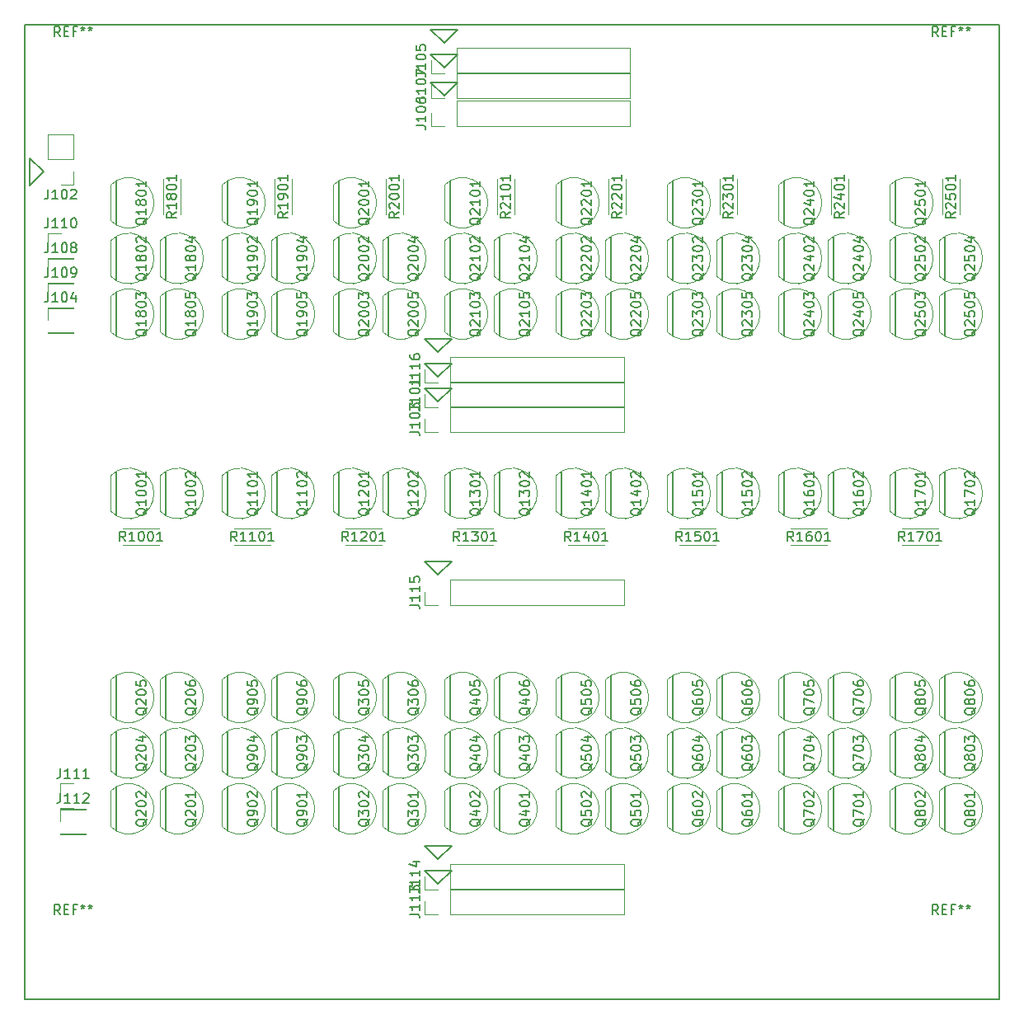
<source format=gbr>
%TF.GenerationSoftware,KiCad,Pcbnew,4.0.7-e2-6376~61~ubuntu18.04.1*%
%TF.CreationDate,2020-08-28T19:45:04+02:00*%
%TF.ProjectId,sel,73656C2E6B696361645F706362000000,rev?*%
%TF.FileFunction,Legend,Top*%
%FSLAX46Y46*%
G04 Gerber Fmt 4.6, Leading zero omitted, Abs format (unit mm)*
G04 Created by KiCad (PCBNEW 4.0.7-e2-6376~61~ubuntu18.04.1) date Fri Aug 28 19:45:04 2020*
%MOMM*%
%LPD*%
G01*
G04 APERTURE LIST*
%ADD10C,0.100000*%
%ADD11C,0.150000*%
%ADD12C,0.120000*%
G04 APERTURE END LIST*
D10*
D11*
X41440000Y-15405000D02*
X41440000Y-115405000D01*
X41440000Y-115405000D02*
X141440000Y-115405000D01*
X141440000Y-15405000D02*
X141440000Y-115405000D01*
X41440000Y-15405000D02*
X141440000Y-15405000D01*
X83820000Y-51562000D02*
X85217000Y-50165000D01*
X85217000Y-50165000D02*
X82423000Y-50165000D01*
X83820000Y-51562000D02*
X82423000Y-50165000D01*
D12*
X102930000Y-54670000D02*
X102930000Y-52010000D01*
X85090000Y-54670000D02*
X102930000Y-54670000D01*
X85090000Y-52010000D02*
X102930000Y-52010000D01*
X85090000Y-54670000D02*
X85090000Y-52010000D01*
X83820000Y-54670000D02*
X82490000Y-54670000D01*
X82490000Y-54670000D02*
X82490000Y-53340000D01*
D11*
X43307000Y-30480000D02*
X41910000Y-31877000D01*
X41910000Y-31877000D02*
X41910000Y-29083000D01*
X41910000Y-29083000D02*
X43307000Y-30480000D01*
D12*
X46415000Y-26610000D02*
X43755000Y-26610000D01*
X46415000Y-29210000D02*
X46415000Y-26610000D01*
X43755000Y-29210000D02*
X43755000Y-26610000D01*
X46415000Y-29210000D02*
X43755000Y-29210000D01*
X46415000Y-30480000D02*
X46415000Y-31810000D01*
X46415000Y-31810000D02*
X45085000Y-31810000D01*
D11*
X83820000Y-54102000D02*
X85217000Y-52705000D01*
X85217000Y-52705000D02*
X82423000Y-52705000D01*
X83820000Y-54102000D02*
X82423000Y-52705000D01*
D12*
X102930000Y-57210000D02*
X102930000Y-54550000D01*
X85090000Y-57210000D02*
X102930000Y-57210000D01*
X85090000Y-54550000D02*
X102930000Y-54550000D01*
X85090000Y-57210000D02*
X85090000Y-54550000D01*
X83820000Y-57210000D02*
X82490000Y-57210000D01*
X82490000Y-57210000D02*
X82490000Y-55880000D01*
X43755000Y-47050000D02*
X46415000Y-47050000D01*
X43755000Y-46990000D02*
X43755000Y-47050000D01*
X46415000Y-46990000D02*
X46415000Y-47050000D01*
X43755000Y-46990000D02*
X46415000Y-46990000D01*
X43755000Y-45720000D02*
X43755000Y-44390000D01*
X43755000Y-44390000D02*
X45085000Y-44390000D01*
D11*
X84455000Y-17272000D02*
X85852000Y-15875000D01*
X85852000Y-15875000D02*
X83058000Y-15875000D01*
X84455000Y-17272000D02*
X83058000Y-15875000D01*
D12*
X103565000Y-20380000D02*
X103565000Y-17720000D01*
X85725000Y-20380000D02*
X103565000Y-20380000D01*
X85725000Y-17720000D02*
X103565000Y-17720000D01*
X85725000Y-20380000D02*
X85725000Y-17720000D01*
X84455000Y-20380000D02*
X83125000Y-20380000D01*
X83125000Y-20380000D02*
X83125000Y-19050000D01*
D11*
X84455000Y-22669500D02*
X85852000Y-21272500D01*
X85852000Y-21272500D02*
X83058000Y-21272500D01*
X84455000Y-22669500D02*
X83058000Y-21272500D01*
D12*
X103565000Y-25777500D02*
X103565000Y-23117500D01*
X85725000Y-25777500D02*
X103565000Y-25777500D01*
X85725000Y-23117500D02*
X103565000Y-23117500D01*
X85725000Y-25777500D02*
X85725000Y-23117500D01*
X84455000Y-25777500D02*
X83125000Y-25777500D01*
X83125000Y-25777500D02*
X83125000Y-24447500D01*
D11*
X84455000Y-19812000D02*
X85852000Y-18415000D01*
X85852000Y-18415000D02*
X83058000Y-18415000D01*
X84455000Y-19812000D02*
X83058000Y-18415000D01*
D12*
X103565000Y-22920000D02*
X103565000Y-20260000D01*
X85725000Y-22920000D02*
X103565000Y-22920000D01*
X85725000Y-20260000D02*
X103565000Y-20260000D01*
X85725000Y-22920000D02*
X85725000Y-20260000D01*
X84455000Y-22920000D02*
X83125000Y-22920000D01*
X83125000Y-22920000D02*
X83125000Y-21590000D01*
X43755000Y-41970000D02*
X46415000Y-41970000D01*
X43755000Y-41910000D02*
X43755000Y-41970000D01*
X46415000Y-41910000D02*
X46415000Y-41970000D01*
X43755000Y-41910000D02*
X46415000Y-41910000D01*
X43755000Y-40640000D02*
X43755000Y-39310000D01*
X43755000Y-39310000D02*
X45085000Y-39310000D01*
X43755000Y-44510000D02*
X46415000Y-44510000D01*
X43755000Y-44450000D02*
X43755000Y-44510000D01*
X46415000Y-44450000D02*
X46415000Y-44510000D01*
X43755000Y-44450000D02*
X46415000Y-44450000D01*
X43755000Y-43180000D02*
X43755000Y-41850000D01*
X43755000Y-41850000D02*
X45085000Y-41850000D01*
X43755000Y-39430000D02*
X46415000Y-39430000D01*
X43755000Y-39370000D02*
X43755000Y-39430000D01*
X46415000Y-39370000D02*
X46415000Y-39430000D01*
X43755000Y-39370000D02*
X46415000Y-39370000D01*
X43755000Y-38100000D02*
X43755000Y-36770000D01*
X43755000Y-36770000D02*
X45085000Y-36770000D01*
X45025000Y-95945000D02*
X47685000Y-95945000D01*
X45025000Y-95885000D02*
X45025000Y-95945000D01*
X47685000Y-95885000D02*
X47685000Y-95945000D01*
X45025000Y-95885000D02*
X47685000Y-95885000D01*
X45025000Y-94615000D02*
X45025000Y-93285000D01*
X45025000Y-93285000D02*
X46355000Y-93285000D01*
X45025000Y-98485000D02*
X47685000Y-98485000D01*
X45025000Y-98425000D02*
X45025000Y-98485000D01*
X47685000Y-98425000D02*
X47685000Y-98485000D01*
X45025000Y-98425000D02*
X47685000Y-98425000D01*
X45025000Y-97155000D02*
X45025000Y-95825000D01*
X45025000Y-95825000D02*
X46355000Y-95825000D01*
D11*
X83820000Y-103632000D02*
X85217000Y-102235000D01*
X85217000Y-102235000D02*
X82423000Y-102235000D01*
X83820000Y-103632000D02*
X82423000Y-102235000D01*
D12*
X102930000Y-106740000D02*
X102930000Y-104080000D01*
X85090000Y-106740000D02*
X102930000Y-106740000D01*
X85090000Y-104080000D02*
X102930000Y-104080000D01*
X85090000Y-106740000D02*
X85090000Y-104080000D01*
X83820000Y-106740000D02*
X82490000Y-106740000D01*
X82490000Y-106740000D02*
X82490000Y-105410000D01*
D11*
X83820000Y-101092000D02*
X85217000Y-99695000D01*
X85217000Y-99695000D02*
X82423000Y-99695000D01*
X83820000Y-101092000D02*
X82423000Y-99695000D01*
D12*
X102930000Y-104200000D02*
X102930000Y-101540000D01*
X85090000Y-104200000D02*
X102930000Y-104200000D01*
X85090000Y-101540000D02*
X102930000Y-101540000D01*
X85090000Y-104200000D02*
X85090000Y-101540000D01*
X83820000Y-104200000D02*
X82490000Y-104200000D01*
X82490000Y-104200000D02*
X82490000Y-102870000D01*
D11*
X55854600Y-93649800D02*
X55854600Y-98120200D01*
D12*
X55300000Y-94085000D02*
X55300000Y-97685000D01*
X55311522Y-94046522D02*
G75*
G02X59750000Y-95885000I1838478J-1838478D01*
G01*
X55311522Y-97723478D02*
G75*
G03X59750000Y-95885000I1838478J1838478D01*
G01*
D11*
X50774600Y-93649800D02*
X50774600Y-98120200D01*
D12*
X50220000Y-94085000D02*
X50220000Y-97685000D01*
X50231522Y-94046522D02*
G75*
G02X54670000Y-95885000I1838478J-1838478D01*
G01*
X50231522Y-97723478D02*
G75*
G03X54670000Y-95885000I1838478J1838478D01*
G01*
D11*
X55854600Y-87934800D02*
X55854600Y-92405200D01*
D12*
X55300000Y-88370000D02*
X55300000Y-91970000D01*
X55311522Y-88331522D02*
G75*
G02X59750000Y-90170000I1838478J-1838478D01*
G01*
X55311522Y-92008478D02*
G75*
G03X59750000Y-90170000I1838478J1838478D01*
G01*
D11*
X50774600Y-87934800D02*
X50774600Y-92405200D01*
D12*
X50220000Y-88370000D02*
X50220000Y-91970000D01*
X50231522Y-88331522D02*
G75*
G02X54670000Y-90170000I1838478J-1838478D01*
G01*
X50231522Y-92008478D02*
G75*
G03X54670000Y-90170000I1838478J1838478D01*
G01*
D11*
X50774600Y-82219800D02*
X50774600Y-86690200D01*
D12*
X50220000Y-82655000D02*
X50220000Y-86255000D01*
X50231522Y-82616522D02*
G75*
G02X54670000Y-84455000I1838478J-1838478D01*
G01*
X50231522Y-86293478D02*
G75*
G03X54670000Y-84455000I1838478J1838478D01*
G01*
D11*
X55854600Y-82219800D02*
X55854600Y-86690200D01*
D12*
X55300000Y-82655000D02*
X55300000Y-86255000D01*
X55311522Y-82616522D02*
G75*
G02X59750000Y-84455000I1838478J-1838478D01*
G01*
X55311522Y-86293478D02*
G75*
G03X59750000Y-84455000I1838478J1838478D01*
G01*
D11*
X78714600Y-93649800D02*
X78714600Y-98120200D01*
D12*
X78160000Y-94085000D02*
X78160000Y-97685000D01*
X78171522Y-94046522D02*
G75*
G02X82610000Y-95885000I1838478J-1838478D01*
G01*
X78171522Y-97723478D02*
G75*
G03X82610000Y-95885000I1838478J1838478D01*
G01*
D11*
X73634600Y-93649800D02*
X73634600Y-98120200D01*
D12*
X73080000Y-94085000D02*
X73080000Y-97685000D01*
X73091522Y-94046522D02*
G75*
G02X77530000Y-95885000I1838478J-1838478D01*
G01*
X73091522Y-97723478D02*
G75*
G03X77530000Y-95885000I1838478J1838478D01*
G01*
D11*
X78714600Y-87934800D02*
X78714600Y-92405200D01*
D12*
X78160000Y-88370000D02*
X78160000Y-91970000D01*
X78171522Y-88331522D02*
G75*
G02X82610000Y-90170000I1838478J-1838478D01*
G01*
X78171522Y-92008478D02*
G75*
G03X82610000Y-90170000I1838478J1838478D01*
G01*
D11*
X73634600Y-87934800D02*
X73634600Y-92405200D01*
D12*
X73080000Y-88370000D02*
X73080000Y-91970000D01*
X73091522Y-88331522D02*
G75*
G02X77530000Y-90170000I1838478J-1838478D01*
G01*
X73091522Y-92008478D02*
G75*
G03X77530000Y-90170000I1838478J1838478D01*
G01*
D11*
X73634600Y-82219800D02*
X73634600Y-86690200D01*
D12*
X73080000Y-82655000D02*
X73080000Y-86255000D01*
X73091522Y-82616522D02*
G75*
G02X77530000Y-84455000I1838478J-1838478D01*
G01*
X73091522Y-86293478D02*
G75*
G03X77530000Y-84455000I1838478J1838478D01*
G01*
D11*
X78714600Y-82219800D02*
X78714600Y-86690200D01*
D12*
X78160000Y-82655000D02*
X78160000Y-86255000D01*
X78171522Y-82616522D02*
G75*
G02X82610000Y-84455000I1838478J-1838478D01*
G01*
X78171522Y-86293478D02*
G75*
G03X82610000Y-84455000I1838478J1838478D01*
G01*
D11*
X90144600Y-93649800D02*
X90144600Y-98120200D01*
D12*
X89590000Y-94085000D02*
X89590000Y-97685000D01*
X89601522Y-94046522D02*
G75*
G02X94040000Y-95885000I1838478J-1838478D01*
G01*
X89601522Y-97723478D02*
G75*
G03X94040000Y-95885000I1838478J1838478D01*
G01*
D11*
X85064600Y-93649800D02*
X85064600Y-98120200D01*
D12*
X84510000Y-94085000D02*
X84510000Y-97685000D01*
X84521522Y-94046522D02*
G75*
G02X88960000Y-95885000I1838478J-1838478D01*
G01*
X84521522Y-97723478D02*
G75*
G03X88960000Y-95885000I1838478J1838478D01*
G01*
D11*
X90144600Y-87934800D02*
X90144600Y-92405200D01*
D12*
X89590000Y-88370000D02*
X89590000Y-91970000D01*
X89601522Y-88331522D02*
G75*
G02X94040000Y-90170000I1838478J-1838478D01*
G01*
X89601522Y-92008478D02*
G75*
G03X94040000Y-90170000I1838478J1838478D01*
G01*
D11*
X85064600Y-87934800D02*
X85064600Y-92405200D01*
D12*
X84510000Y-88370000D02*
X84510000Y-91970000D01*
X84521522Y-88331522D02*
G75*
G02X88960000Y-90170000I1838478J-1838478D01*
G01*
X84521522Y-92008478D02*
G75*
G03X88960000Y-90170000I1838478J1838478D01*
G01*
D11*
X85064600Y-82219800D02*
X85064600Y-86690200D01*
D12*
X84510000Y-82655000D02*
X84510000Y-86255000D01*
X84521522Y-82616522D02*
G75*
G02X88960000Y-84455000I1838478J-1838478D01*
G01*
X84521522Y-86293478D02*
G75*
G03X88960000Y-84455000I1838478J1838478D01*
G01*
D11*
X90144600Y-82219800D02*
X90144600Y-86690200D01*
D12*
X89590000Y-82655000D02*
X89590000Y-86255000D01*
X89601522Y-82616522D02*
G75*
G02X94040000Y-84455000I1838478J-1838478D01*
G01*
X89601522Y-86293478D02*
G75*
G03X94040000Y-84455000I1838478J1838478D01*
G01*
D11*
X101574600Y-93649800D02*
X101574600Y-98120200D01*
D12*
X101020000Y-94085000D02*
X101020000Y-97685000D01*
X101031522Y-94046522D02*
G75*
G02X105470000Y-95885000I1838478J-1838478D01*
G01*
X101031522Y-97723478D02*
G75*
G03X105470000Y-95885000I1838478J1838478D01*
G01*
D11*
X96494600Y-93649800D02*
X96494600Y-98120200D01*
D12*
X95940000Y-94085000D02*
X95940000Y-97685000D01*
X95951522Y-94046522D02*
G75*
G02X100390000Y-95885000I1838478J-1838478D01*
G01*
X95951522Y-97723478D02*
G75*
G03X100390000Y-95885000I1838478J1838478D01*
G01*
D11*
X101574600Y-87934800D02*
X101574600Y-92405200D01*
D12*
X101020000Y-88370000D02*
X101020000Y-91970000D01*
X101031522Y-88331522D02*
G75*
G02X105470000Y-90170000I1838478J-1838478D01*
G01*
X101031522Y-92008478D02*
G75*
G03X105470000Y-90170000I1838478J1838478D01*
G01*
D11*
X96494600Y-87934800D02*
X96494600Y-92405200D01*
D12*
X95940000Y-88370000D02*
X95940000Y-91970000D01*
X95951522Y-88331522D02*
G75*
G02X100390000Y-90170000I1838478J-1838478D01*
G01*
X95951522Y-92008478D02*
G75*
G03X100390000Y-90170000I1838478J1838478D01*
G01*
D11*
X96494600Y-82219800D02*
X96494600Y-86690200D01*
D12*
X95940000Y-82655000D02*
X95940000Y-86255000D01*
X95951522Y-82616522D02*
G75*
G02X100390000Y-84455000I1838478J-1838478D01*
G01*
X95951522Y-86293478D02*
G75*
G03X100390000Y-84455000I1838478J1838478D01*
G01*
D11*
X101574600Y-82219800D02*
X101574600Y-86690200D01*
D12*
X101020000Y-82655000D02*
X101020000Y-86255000D01*
X101031522Y-82616522D02*
G75*
G02X105470000Y-84455000I1838478J-1838478D01*
G01*
X101031522Y-86293478D02*
G75*
G03X105470000Y-84455000I1838478J1838478D01*
G01*
D11*
X113004600Y-93649800D02*
X113004600Y-98120200D01*
D12*
X112450000Y-94085000D02*
X112450000Y-97685000D01*
X112461522Y-94046522D02*
G75*
G02X116900000Y-95885000I1838478J-1838478D01*
G01*
X112461522Y-97723478D02*
G75*
G03X116900000Y-95885000I1838478J1838478D01*
G01*
D11*
X107924600Y-93649800D02*
X107924600Y-98120200D01*
D12*
X107370000Y-94085000D02*
X107370000Y-97685000D01*
X107381522Y-94046522D02*
G75*
G02X111820000Y-95885000I1838478J-1838478D01*
G01*
X107381522Y-97723478D02*
G75*
G03X111820000Y-95885000I1838478J1838478D01*
G01*
D11*
X113004600Y-87934800D02*
X113004600Y-92405200D01*
D12*
X112450000Y-88370000D02*
X112450000Y-91970000D01*
X112461522Y-88331522D02*
G75*
G02X116900000Y-90170000I1838478J-1838478D01*
G01*
X112461522Y-92008478D02*
G75*
G03X116900000Y-90170000I1838478J1838478D01*
G01*
D11*
X107924600Y-87934800D02*
X107924600Y-92405200D01*
D12*
X107370000Y-88370000D02*
X107370000Y-91970000D01*
X107381522Y-88331522D02*
G75*
G02X111820000Y-90170000I1838478J-1838478D01*
G01*
X107381522Y-92008478D02*
G75*
G03X111820000Y-90170000I1838478J1838478D01*
G01*
D11*
X107924600Y-82219800D02*
X107924600Y-86690200D01*
D12*
X107370000Y-82655000D02*
X107370000Y-86255000D01*
X107381522Y-82616522D02*
G75*
G02X111820000Y-84455000I1838478J-1838478D01*
G01*
X107381522Y-86293478D02*
G75*
G03X111820000Y-84455000I1838478J1838478D01*
G01*
D11*
X113004600Y-82219800D02*
X113004600Y-86690200D01*
D12*
X112450000Y-82655000D02*
X112450000Y-86255000D01*
X112461522Y-82616522D02*
G75*
G02X116900000Y-84455000I1838478J-1838478D01*
G01*
X112461522Y-86293478D02*
G75*
G03X116900000Y-84455000I1838478J1838478D01*
G01*
D11*
X124434600Y-93649800D02*
X124434600Y-98120200D01*
D12*
X123880000Y-94085000D02*
X123880000Y-97685000D01*
X123891522Y-94046522D02*
G75*
G02X128330000Y-95885000I1838478J-1838478D01*
G01*
X123891522Y-97723478D02*
G75*
G03X128330000Y-95885000I1838478J1838478D01*
G01*
D11*
X119354600Y-93649800D02*
X119354600Y-98120200D01*
D12*
X118800000Y-94085000D02*
X118800000Y-97685000D01*
X118811522Y-94046522D02*
G75*
G02X123250000Y-95885000I1838478J-1838478D01*
G01*
X118811522Y-97723478D02*
G75*
G03X123250000Y-95885000I1838478J1838478D01*
G01*
D11*
X124434600Y-87934800D02*
X124434600Y-92405200D01*
D12*
X123880000Y-88370000D02*
X123880000Y-91970000D01*
X123891522Y-88331522D02*
G75*
G02X128330000Y-90170000I1838478J-1838478D01*
G01*
X123891522Y-92008478D02*
G75*
G03X128330000Y-90170000I1838478J1838478D01*
G01*
D11*
X119354600Y-87934800D02*
X119354600Y-92405200D01*
D12*
X118800000Y-88370000D02*
X118800000Y-91970000D01*
X118811522Y-88331522D02*
G75*
G02X123250000Y-90170000I1838478J-1838478D01*
G01*
X118811522Y-92008478D02*
G75*
G03X123250000Y-90170000I1838478J1838478D01*
G01*
D11*
X119354600Y-82219800D02*
X119354600Y-86690200D01*
D12*
X118800000Y-82655000D02*
X118800000Y-86255000D01*
X118811522Y-82616522D02*
G75*
G02X123250000Y-84455000I1838478J-1838478D01*
G01*
X118811522Y-86293478D02*
G75*
G03X123250000Y-84455000I1838478J1838478D01*
G01*
D11*
X124434600Y-82219800D02*
X124434600Y-86690200D01*
D12*
X123880000Y-82655000D02*
X123880000Y-86255000D01*
X123891522Y-82616522D02*
G75*
G02X128330000Y-84455000I1838478J-1838478D01*
G01*
X123891522Y-86293478D02*
G75*
G03X128330000Y-84455000I1838478J1838478D01*
G01*
D11*
X135864600Y-93649800D02*
X135864600Y-98120200D01*
D12*
X135310000Y-94085000D02*
X135310000Y-97685000D01*
X135321522Y-94046522D02*
G75*
G02X139760000Y-95885000I1838478J-1838478D01*
G01*
X135321522Y-97723478D02*
G75*
G03X139760000Y-95885000I1838478J1838478D01*
G01*
D11*
X130784600Y-93649800D02*
X130784600Y-98120200D01*
D12*
X130230000Y-94085000D02*
X130230000Y-97685000D01*
X130241522Y-94046522D02*
G75*
G02X134680000Y-95885000I1838478J-1838478D01*
G01*
X130241522Y-97723478D02*
G75*
G03X134680000Y-95885000I1838478J1838478D01*
G01*
D11*
X135864600Y-87934800D02*
X135864600Y-92405200D01*
D12*
X135310000Y-88370000D02*
X135310000Y-91970000D01*
X135321522Y-88331522D02*
G75*
G02X139760000Y-90170000I1838478J-1838478D01*
G01*
X135321522Y-92008478D02*
G75*
G03X139760000Y-90170000I1838478J1838478D01*
G01*
D11*
X130784600Y-87934800D02*
X130784600Y-92405200D01*
D12*
X130230000Y-88370000D02*
X130230000Y-91970000D01*
X130241522Y-88331522D02*
G75*
G02X134680000Y-90170000I1838478J-1838478D01*
G01*
X130241522Y-92008478D02*
G75*
G03X134680000Y-90170000I1838478J1838478D01*
G01*
D11*
X130784600Y-82219800D02*
X130784600Y-86690200D01*
D12*
X130230000Y-82655000D02*
X130230000Y-86255000D01*
X130241522Y-82616522D02*
G75*
G02X134680000Y-84455000I1838478J-1838478D01*
G01*
X130241522Y-86293478D02*
G75*
G03X134680000Y-84455000I1838478J1838478D01*
G01*
D11*
X135864600Y-82219800D02*
X135864600Y-86690200D01*
D12*
X135310000Y-82655000D02*
X135310000Y-86255000D01*
X135321522Y-82616522D02*
G75*
G02X139760000Y-84455000I1838478J-1838478D01*
G01*
X135321522Y-86293478D02*
G75*
G03X139760000Y-84455000I1838478J1838478D01*
G01*
D11*
X67284600Y-93649800D02*
X67284600Y-98120200D01*
D12*
X66730000Y-94085000D02*
X66730000Y-97685000D01*
X66741522Y-94046522D02*
G75*
G02X71180000Y-95885000I1838478J-1838478D01*
G01*
X66741522Y-97723478D02*
G75*
G03X71180000Y-95885000I1838478J1838478D01*
G01*
D11*
X62204600Y-93649800D02*
X62204600Y-98120200D01*
D12*
X61650000Y-94085000D02*
X61650000Y-97685000D01*
X61661522Y-94046522D02*
G75*
G02X66100000Y-95885000I1838478J-1838478D01*
G01*
X61661522Y-97723478D02*
G75*
G03X66100000Y-95885000I1838478J1838478D01*
G01*
D11*
X67284600Y-87934800D02*
X67284600Y-92405200D01*
D12*
X66730000Y-88370000D02*
X66730000Y-91970000D01*
X66741522Y-88331522D02*
G75*
G02X71180000Y-90170000I1838478J-1838478D01*
G01*
X66741522Y-92008478D02*
G75*
G03X71180000Y-90170000I1838478J1838478D01*
G01*
D11*
X62204600Y-87934800D02*
X62204600Y-92405200D01*
D12*
X61650000Y-88370000D02*
X61650000Y-91970000D01*
X61661522Y-88331522D02*
G75*
G02X66100000Y-90170000I1838478J-1838478D01*
G01*
X61661522Y-92008478D02*
G75*
G03X66100000Y-90170000I1838478J1838478D01*
G01*
D11*
X62204600Y-82219800D02*
X62204600Y-86690200D01*
D12*
X61650000Y-82655000D02*
X61650000Y-86255000D01*
X61661522Y-82616522D02*
G75*
G02X66100000Y-84455000I1838478J-1838478D01*
G01*
X61661522Y-86293478D02*
G75*
G03X66100000Y-84455000I1838478J1838478D01*
G01*
D11*
X67284600Y-82219800D02*
X67284600Y-86690200D01*
D12*
X66730000Y-82655000D02*
X66730000Y-86255000D01*
X66741522Y-82616522D02*
G75*
G02X71180000Y-84455000I1838478J-1838478D01*
G01*
X66741522Y-86293478D02*
G75*
G03X71180000Y-84455000I1838478J1838478D01*
G01*
D11*
X50774600Y-61264800D02*
X50774600Y-65735200D01*
D12*
X50220000Y-61700000D02*
X50220000Y-65300000D01*
X50231522Y-61661522D02*
G75*
G02X54670000Y-63500000I1838478J-1838478D01*
G01*
X50231522Y-65338478D02*
G75*
G03X54670000Y-63500000I1838478J1838478D01*
G01*
D11*
X55854600Y-61264800D02*
X55854600Y-65735200D01*
D12*
X55300000Y-61700000D02*
X55300000Y-65300000D01*
X55311522Y-61661522D02*
G75*
G02X59750000Y-63500000I1838478J-1838478D01*
G01*
X55311522Y-65338478D02*
G75*
G03X59750000Y-63500000I1838478J1838478D01*
G01*
D11*
X62204600Y-61264800D02*
X62204600Y-65735200D01*
D12*
X61650000Y-61700000D02*
X61650000Y-65300000D01*
X61661522Y-61661522D02*
G75*
G02X66100000Y-63500000I1838478J-1838478D01*
G01*
X61661522Y-65338478D02*
G75*
G03X66100000Y-63500000I1838478J1838478D01*
G01*
D11*
X67284600Y-61264800D02*
X67284600Y-65735200D01*
D12*
X66730000Y-61700000D02*
X66730000Y-65300000D01*
X66741522Y-61661522D02*
G75*
G02X71180000Y-63500000I1838478J-1838478D01*
G01*
X66741522Y-65338478D02*
G75*
G03X71180000Y-63500000I1838478J1838478D01*
G01*
D11*
X73634600Y-61264800D02*
X73634600Y-65735200D01*
D12*
X73080000Y-61700000D02*
X73080000Y-65300000D01*
X73091522Y-61661522D02*
G75*
G02X77530000Y-63500000I1838478J-1838478D01*
G01*
X73091522Y-65338478D02*
G75*
G03X77530000Y-63500000I1838478J1838478D01*
G01*
D11*
X78714600Y-61264800D02*
X78714600Y-65735200D01*
D12*
X78160000Y-61700000D02*
X78160000Y-65300000D01*
X78171522Y-61661522D02*
G75*
G02X82610000Y-63500000I1838478J-1838478D01*
G01*
X78171522Y-65338478D02*
G75*
G03X82610000Y-63500000I1838478J1838478D01*
G01*
D11*
X85064600Y-61264800D02*
X85064600Y-65735200D01*
D12*
X84510000Y-61700000D02*
X84510000Y-65300000D01*
X84521522Y-61661522D02*
G75*
G02X88960000Y-63500000I1838478J-1838478D01*
G01*
X84521522Y-65338478D02*
G75*
G03X88960000Y-63500000I1838478J1838478D01*
G01*
D11*
X90144600Y-61264800D02*
X90144600Y-65735200D01*
D12*
X89590000Y-61700000D02*
X89590000Y-65300000D01*
X89601522Y-61661522D02*
G75*
G02X94040000Y-63500000I1838478J-1838478D01*
G01*
X89601522Y-65338478D02*
G75*
G03X94040000Y-63500000I1838478J1838478D01*
G01*
D11*
X96494600Y-61264800D02*
X96494600Y-65735200D01*
D12*
X95940000Y-61700000D02*
X95940000Y-65300000D01*
X95951522Y-61661522D02*
G75*
G02X100390000Y-63500000I1838478J-1838478D01*
G01*
X95951522Y-65338478D02*
G75*
G03X100390000Y-63500000I1838478J1838478D01*
G01*
D11*
X101574600Y-61264800D02*
X101574600Y-65735200D01*
D12*
X101020000Y-61700000D02*
X101020000Y-65300000D01*
X101031522Y-61661522D02*
G75*
G02X105470000Y-63500000I1838478J-1838478D01*
G01*
X101031522Y-65338478D02*
G75*
G03X105470000Y-63500000I1838478J1838478D01*
G01*
D11*
X107924600Y-61264800D02*
X107924600Y-65735200D01*
D12*
X107370000Y-61700000D02*
X107370000Y-65300000D01*
X107381522Y-61661522D02*
G75*
G02X111820000Y-63500000I1838478J-1838478D01*
G01*
X107381522Y-65338478D02*
G75*
G03X111820000Y-63500000I1838478J1838478D01*
G01*
D11*
X113004600Y-61264800D02*
X113004600Y-65735200D01*
D12*
X112450000Y-61700000D02*
X112450000Y-65300000D01*
X112461522Y-61661522D02*
G75*
G02X116900000Y-63500000I1838478J-1838478D01*
G01*
X112461522Y-65338478D02*
G75*
G03X116900000Y-63500000I1838478J1838478D01*
G01*
D11*
X119354600Y-61264800D02*
X119354600Y-65735200D01*
D12*
X118800000Y-61700000D02*
X118800000Y-65300000D01*
X118811522Y-61661522D02*
G75*
G02X123250000Y-63500000I1838478J-1838478D01*
G01*
X118811522Y-65338478D02*
G75*
G03X123250000Y-63500000I1838478J1838478D01*
G01*
D11*
X124434600Y-61264800D02*
X124434600Y-65735200D01*
D12*
X123880000Y-61700000D02*
X123880000Y-65300000D01*
X123891522Y-61661522D02*
G75*
G02X128330000Y-63500000I1838478J-1838478D01*
G01*
X123891522Y-65338478D02*
G75*
G03X128330000Y-63500000I1838478J1838478D01*
G01*
D11*
X130784600Y-61264800D02*
X130784600Y-65735200D01*
D12*
X130230000Y-61700000D02*
X130230000Y-65300000D01*
X130241522Y-61661522D02*
G75*
G02X134680000Y-63500000I1838478J-1838478D01*
G01*
X130241522Y-65338478D02*
G75*
G03X134680000Y-63500000I1838478J1838478D01*
G01*
D11*
X135864600Y-61264800D02*
X135864600Y-65735200D01*
D12*
X135310000Y-61700000D02*
X135310000Y-65300000D01*
X135321522Y-61661522D02*
G75*
G02X139760000Y-63500000I1838478J-1838478D01*
G01*
X135321522Y-65338478D02*
G75*
G03X139760000Y-63500000I1838478J1838478D01*
G01*
D11*
X50774600Y-31419800D02*
X50774600Y-35890200D01*
D12*
X50220000Y-31855000D02*
X50220000Y-35455000D01*
X50231522Y-31816522D02*
G75*
G02X54670000Y-33655000I1838478J-1838478D01*
G01*
X50231522Y-35493478D02*
G75*
G03X54670000Y-33655000I1838478J1838478D01*
G01*
D11*
X50774600Y-37134800D02*
X50774600Y-41605200D01*
D12*
X50220000Y-37570000D02*
X50220000Y-41170000D01*
X50231522Y-37531522D02*
G75*
G02X54670000Y-39370000I1838478J-1838478D01*
G01*
X50231522Y-41208478D02*
G75*
G03X54670000Y-39370000I1838478J1838478D01*
G01*
D11*
X50774600Y-42849800D02*
X50774600Y-47320200D01*
D12*
X50220000Y-43285000D02*
X50220000Y-46885000D01*
X50231522Y-43246522D02*
G75*
G02X54670000Y-45085000I1838478J-1838478D01*
G01*
X50231522Y-46923478D02*
G75*
G03X54670000Y-45085000I1838478J1838478D01*
G01*
D11*
X55854600Y-37134800D02*
X55854600Y-41605200D01*
D12*
X55300000Y-37570000D02*
X55300000Y-41170000D01*
X55311522Y-37531522D02*
G75*
G02X59750000Y-39370000I1838478J-1838478D01*
G01*
X55311522Y-41208478D02*
G75*
G03X59750000Y-39370000I1838478J1838478D01*
G01*
D11*
X55854600Y-42849800D02*
X55854600Y-47320200D01*
D12*
X55300000Y-43285000D02*
X55300000Y-46885000D01*
X55311522Y-43246522D02*
G75*
G02X59750000Y-45085000I1838478J-1838478D01*
G01*
X55311522Y-46923478D02*
G75*
G03X59750000Y-45085000I1838478J1838478D01*
G01*
D11*
X62204600Y-31419800D02*
X62204600Y-35890200D01*
D12*
X61650000Y-31855000D02*
X61650000Y-35455000D01*
X61661522Y-31816522D02*
G75*
G02X66100000Y-33655000I1838478J-1838478D01*
G01*
X61661522Y-35493478D02*
G75*
G03X66100000Y-33655000I1838478J1838478D01*
G01*
D11*
X62204600Y-37134800D02*
X62204600Y-41605200D01*
D12*
X61650000Y-37570000D02*
X61650000Y-41170000D01*
X61661522Y-37531522D02*
G75*
G02X66100000Y-39370000I1838478J-1838478D01*
G01*
X61661522Y-41208478D02*
G75*
G03X66100000Y-39370000I1838478J1838478D01*
G01*
D11*
X62204600Y-42849800D02*
X62204600Y-47320200D01*
D12*
X61650000Y-43285000D02*
X61650000Y-46885000D01*
X61661522Y-43246522D02*
G75*
G02X66100000Y-45085000I1838478J-1838478D01*
G01*
X61661522Y-46923478D02*
G75*
G03X66100000Y-45085000I1838478J1838478D01*
G01*
D11*
X67284600Y-37134800D02*
X67284600Y-41605200D01*
D12*
X66730000Y-37570000D02*
X66730000Y-41170000D01*
X66741522Y-37531522D02*
G75*
G02X71180000Y-39370000I1838478J-1838478D01*
G01*
X66741522Y-41208478D02*
G75*
G03X71180000Y-39370000I1838478J1838478D01*
G01*
D11*
X67284600Y-42849800D02*
X67284600Y-47320200D01*
D12*
X66730000Y-43285000D02*
X66730000Y-46885000D01*
X66741522Y-43246522D02*
G75*
G02X71180000Y-45085000I1838478J-1838478D01*
G01*
X66741522Y-46923478D02*
G75*
G03X71180000Y-45085000I1838478J1838478D01*
G01*
D11*
X73634600Y-31419800D02*
X73634600Y-35890200D01*
D12*
X73080000Y-31855000D02*
X73080000Y-35455000D01*
X73091522Y-31816522D02*
G75*
G02X77530000Y-33655000I1838478J-1838478D01*
G01*
X73091522Y-35493478D02*
G75*
G03X77530000Y-33655000I1838478J1838478D01*
G01*
D11*
X73634600Y-37134800D02*
X73634600Y-41605200D01*
D12*
X73080000Y-37570000D02*
X73080000Y-41170000D01*
X73091522Y-37531522D02*
G75*
G02X77530000Y-39370000I1838478J-1838478D01*
G01*
X73091522Y-41208478D02*
G75*
G03X77530000Y-39370000I1838478J1838478D01*
G01*
D11*
X73634600Y-42849800D02*
X73634600Y-47320200D01*
D12*
X73080000Y-43285000D02*
X73080000Y-46885000D01*
X73091522Y-43246522D02*
G75*
G02X77530000Y-45085000I1838478J-1838478D01*
G01*
X73091522Y-46923478D02*
G75*
G03X77530000Y-45085000I1838478J1838478D01*
G01*
D11*
X78714600Y-37134800D02*
X78714600Y-41605200D01*
D12*
X78160000Y-37570000D02*
X78160000Y-41170000D01*
X78171522Y-37531522D02*
G75*
G02X82610000Y-39370000I1838478J-1838478D01*
G01*
X78171522Y-41208478D02*
G75*
G03X82610000Y-39370000I1838478J1838478D01*
G01*
D11*
X78714600Y-42849800D02*
X78714600Y-47320200D01*
D12*
X78160000Y-43285000D02*
X78160000Y-46885000D01*
X78171522Y-43246522D02*
G75*
G02X82610000Y-45085000I1838478J-1838478D01*
G01*
X78171522Y-46923478D02*
G75*
G03X82610000Y-45085000I1838478J1838478D01*
G01*
D11*
X85064600Y-31419800D02*
X85064600Y-35890200D01*
D12*
X84510000Y-31855000D02*
X84510000Y-35455000D01*
X84521522Y-31816522D02*
G75*
G02X88960000Y-33655000I1838478J-1838478D01*
G01*
X84521522Y-35493478D02*
G75*
G03X88960000Y-33655000I1838478J1838478D01*
G01*
D11*
X85064600Y-37134800D02*
X85064600Y-41605200D01*
D12*
X84510000Y-37570000D02*
X84510000Y-41170000D01*
X84521522Y-37531522D02*
G75*
G02X88960000Y-39370000I1838478J-1838478D01*
G01*
X84521522Y-41208478D02*
G75*
G03X88960000Y-39370000I1838478J1838478D01*
G01*
D11*
X85064600Y-42849800D02*
X85064600Y-47320200D01*
D12*
X84510000Y-43285000D02*
X84510000Y-46885000D01*
X84521522Y-43246522D02*
G75*
G02X88960000Y-45085000I1838478J-1838478D01*
G01*
X84521522Y-46923478D02*
G75*
G03X88960000Y-45085000I1838478J1838478D01*
G01*
D11*
X90144600Y-37134800D02*
X90144600Y-41605200D01*
D12*
X89590000Y-37570000D02*
X89590000Y-41170000D01*
X89601522Y-37531522D02*
G75*
G02X94040000Y-39370000I1838478J-1838478D01*
G01*
X89601522Y-41208478D02*
G75*
G03X94040000Y-39370000I1838478J1838478D01*
G01*
D11*
X90144600Y-42849800D02*
X90144600Y-47320200D01*
D12*
X89590000Y-43285000D02*
X89590000Y-46885000D01*
X89601522Y-43246522D02*
G75*
G02X94040000Y-45085000I1838478J-1838478D01*
G01*
X89601522Y-46923478D02*
G75*
G03X94040000Y-45085000I1838478J1838478D01*
G01*
D11*
X96494600Y-31419800D02*
X96494600Y-35890200D01*
D12*
X95940000Y-31855000D02*
X95940000Y-35455000D01*
X95951522Y-31816522D02*
G75*
G02X100390000Y-33655000I1838478J-1838478D01*
G01*
X95951522Y-35493478D02*
G75*
G03X100390000Y-33655000I1838478J1838478D01*
G01*
D11*
X96494600Y-37134800D02*
X96494600Y-41605200D01*
D12*
X95940000Y-37570000D02*
X95940000Y-41170000D01*
X95951522Y-37531522D02*
G75*
G02X100390000Y-39370000I1838478J-1838478D01*
G01*
X95951522Y-41208478D02*
G75*
G03X100390000Y-39370000I1838478J1838478D01*
G01*
D11*
X96494600Y-42849800D02*
X96494600Y-47320200D01*
D12*
X95940000Y-43285000D02*
X95940000Y-46885000D01*
X95951522Y-43246522D02*
G75*
G02X100390000Y-45085000I1838478J-1838478D01*
G01*
X95951522Y-46923478D02*
G75*
G03X100390000Y-45085000I1838478J1838478D01*
G01*
D11*
X101574600Y-37134800D02*
X101574600Y-41605200D01*
D12*
X101020000Y-37570000D02*
X101020000Y-41170000D01*
X101031522Y-37531522D02*
G75*
G02X105470000Y-39370000I1838478J-1838478D01*
G01*
X101031522Y-41208478D02*
G75*
G03X105470000Y-39370000I1838478J1838478D01*
G01*
D11*
X101574600Y-42849800D02*
X101574600Y-47320200D01*
D12*
X101020000Y-43285000D02*
X101020000Y-46885000D01*
X101031522Y-43246522D02*
G75*
G02X105470000Y-45085000I1838478J-1838478D01*
G01*
X101031522Y-46923478D02*
G75*
G03X105470000Y-45085000I1838478J1838478D01*
G01*
D11*
X107924600Y-31419800D02*
X107924600Y-35890200D01*
D12*
X107370000Y-31855000D02*
X107370000Y-35455000D01*
X107381522Y-31816522D02*
G75*
G02X111820000Y-33655000I1838478J-1838478D01*
G01*
X107381522Y-35493478D02*
G75*
G03X111820000Y-33655000I1838478J1838478D01*
G01*
D11*
X107924600Y-37134800D02*
X107924600Y-41605200D01*
D12*
X107370000Y-37570000D02*
X107370000Y-41170000D01*
X107381522Y-37531522D02*
G75*
G02X111820000Y-39370000I1838478J-1838478D01*
G01*
X107381522Y-41208478D02*
G75*
G03X111820000Y-39370000I1838478J1838478D01*
G01*
D11*
X107924600Y-42849800D02*
X107924600Y-47320200D01*
D12*
X107370000Y-43285000D02*
X107370000Y-46885000D01*
X107381522Y-43246522D02*
G75*
G02X111820000Y-45085000I1838478J-1838478D01*
G01*
X107381522Y-46923478D02*
G75*
G03X111820000Y-45085000I1838478J1838478D01*
G01*
D11*
X113004600Y-37134800D02*
X113004600Y-41605200D01*
D12*
X112450000Y-37570000D02*
X112450000Y-41170000D01*
X112461522Y-37531522D02*
G75*
G02X116900000Y-39370000I1838478J-1838478D01*
G01*
X112461522Y-41208478D02*
G75*
G03X116900000Y-39370000I1838478J1838478D01*
G01*
D11*
X113004600Y-42849800D02*
X113004600Y-47320200D01*
D12*
X112450000Y-43285000D02*
X112450000Y-46885000D01*
X112461522Y-43246522D02*
G75*
G02X116900000Y-45085000I1838478J-1838478D01*
G01*
X112461522Y-46923478D02*
G75*
G03X116900000Y-45085000I1838478J1838478D01*
G01*
D11*
X119354600Y-31419800D02*
X119354600Y-35890200D01*
D12*
X118800000Y-31855000D02*
X118800000Y-35455000D01*
X118811522Y-31816522D02*
G75*
G02X123250000Y-33655000I1838478J-1838478D01*
G01*
X118811522Y-35493478D02*
G75*
G03X123250000Y-33655000I1838478J1838478D01*
G01*
D11*
X119354600Y-37134800D02*
X119354600Y-41605200D01*
D12*
X118800000Y-37570000D02*
X118800000Y-41170000D01*
X118811522Y-37531522D02*
G75*
G02X123250000Y-39370000I1838478J-1838478D01*
G01*
X118811522Y-41208478D02*
G75*
G03X123250000Y-39370000I1838478J1838478D01*
G01*
D11*
X119354600Y-42849800D02*
X119354600Y-47320200D01*
D12*
X118800000Y-43285000D02*
X118800000Y-46885000D01*
X118811522Y-43246522D02*
G75*
G02X123250000Y-45085000I1838478J-1838478D01*
G01*
X118811522Y-46923478D02*
G75*
G03X123250000Y-45085000I1838478J1838478D01*
G01*
D11*
X124434600Y-37134800D02*
X124434600Y-41605200D01*
D12*
X123880000Y-37570000D02*
X123880000Y-41170000D01*
X123891522Y-37531522D02*
G75*
G02X128330000Y-39370000I1838478J-1838478D01*
G01*
X123891522Y-41208478D02*
G75*
G03X128330000Y-39370000I1838478J1838478D01*
G01*
D11*
X124434600Y-42849800D02*
X124434600Y-47320200D01*
D12*
X123880000Y-43285000D02*
X123880000Y-46885000D01*
X123891522Y-43246522D02*
G75*
G02X128330000Y-45085000I1838478J-1838478D01*
G01*
X123891522Y-46923478D02*
G75*
G03X128330000Y-45085000I1838478J1838478D01*
G01*
D11*
X130784600Y-31419800D02*
X130784600Y-35890200D01*
D12*
X130230000Y-31855000D02*
X130230000Y-35455000D01*
X130241522Y-31816522D02*
G75*
G02X134680000Y-33655000I1838478J-1838478D01*
G01*
X130241522Y-35493478D02*
G75*
G03X134680000Y-33655000I1838478J1838478D01*
G01*
D11*
X130784600Y-37134800D02*
X130784600Y-41605200D01*
D12*
X130230000Y-37570000D02*
X130230000Y-41170000D01*
X130241522Y-37531522D02*
G75*
G02X134680000Y-39370000I1838478J-1838478D01*
G01*
X130241522Y-41208478D02*
G75*
G03X134680000Y-39370000I1838478J1838478D01*
G01*
D11*
X130784600Y-42849800D02*
X130784600Y-47320200D01*
D12*
X130230000Y-43285000D02*
X130230000Y-46885000D01*
X130241522Y-43246522D02*
G75*
G02X134680000Y-45085000I1838478J-1838478D01*
G01*
X130241522Y-46923478D02*
G75*
G03X134680000Y-45085000I1838478J1838478D01*
G01*
D11*
X135864600Y-37134800D02*
X135864600Y-41605200D01*
D12*
X135310000Y-37570000D02*
X135310000Y-41170000D01*
X135321522Y-37531522D02*
G75*
G02X139760000Y-39370000I1838478J-1838478D01*
G01*
X135321522Y-41208478D02*
G75*
G03X139760000Y-39370000I1838478J1838478D01*
G01*
D11*
X135864600Y-42849800D02*
X135864600Y-47320200D01*
D12*
X135310000Y-43285000D02*
X135310000Y-46885000D01*
X135321522Y-43246522D02*
G75*
G02X139760000Y-45085000I1838478J-1838478D01*
G01*
X135321522Y-46923478D02*
G75*
G03X139760000Y-45085000I1838478J1838478D01*
G01*
X51480000Y-67085000D02*
X55200000Y-67085000D01*
X51480000Y-68805000D02*
X55200000Y-68805000D01*
X62910000Y-67085000D02*
X66630000Y-67085000D01*
X62910000Y-68805000D02*
X66630000Y-68805000D01*
X74340000Y-67085000D02*
X78060000Y-67085000D01*
X74340000Y-68805000D02*
X78060000Y-68805000D01*
X85770000Y-67085000D02*
X89490000Y-67085000D01*
X85770000Y-68805000D02*
X89490000Y-68805000D01*
X97200000Y-67085000D02*
X100920000Y-67085000D01*
X97200000Y-68805000D02*
X100920000Y-68805000D01*
X108630000Y-67085000D02*
X112350000Y-67085000D01*
X108630000Y-68805000D02*
X112350000Y-68805000D01*
X120060000Y-67085000D02*
X123780000Y-67085000D01*
X120060000Y-68805000D02*
X123780000Y-68805000D01*
X131490000Y-67085000D02*
X135210000Y-67085000D01*
X131490000Y-68805000D02*
X135210000Y-68805000D01*
X57375000Y-31160000D02*
X57375000Y-34880000D01*
X55655000Y-31160000D02*
X55655000Y-34880000D01*
X68805000Y-31160000D02*
X68805000Y-34880000D01*
X67085000Y-31160000D02*
X67085000Y-34880000D01*
X80235000Y-31160000D02*
X80235000Y-34880000D01*
X78515000Y-31160000D02*
X78515000Y-34880000D01*
X91665000Y-31160000D02*
X91665000Y-34880000D01*
X89945000Y-31160000D02*
X89945000Y-34880000D01*
X103095000Y-31160000D02*
X103095000Y-34880000D01*
X101375000Y-31160000D02*
X101375000Y-34880000D01*
X114525000Y-31160000D02*
X114525000Y-34880000D01*
X112805000Y-31160000D02*
X112805000Y-34880000D01*
X125955000Y-31160000D02*
X125955000Y-34880000D01*
X124235000Y-31160000D02*
X124235000Y-34880000D01*
X137385000Y-31160000D02*
X137385000Y-34880000D01*
X135665000Y-31160000D02*
X135665000Y-34880000D01*
D11*
X83820000Y-71882000D02*
X85217000Y-70485000D01*
X85217000Y-70485000D02*
X82423000Y-70485000D01*
X83820000Y-71882000D02*
X82423000Y-70485000D01*
D12*
X102930000Y-74990000D02*
X102930000Y-72330000D01*
X85090000Y-74990000D02*
X102930000Y-74990000D01*
X85090000Y-72330000D02*
X102930000Y-72330000D01*
X85090000Y-74990000D02*
X85090000Y-72330000D01*
X83820000Y-74990000D02*
X82490000Y-74990000D01*
X82490000Y-74990000D02*
X82490000Y-73660000D01*
D11*
X83820000Y-49022000D02*
X85217000Y-47625000D01*
X85217000Y-47625000D02*
X82423000Y-47625000D01*
X83820000Y-49022000D02*
X82423000Y-47625000D01*
D12*
X102930000Y-52130000D02*
X102930000Y-49470000D01*
X85090000Y-52130000D02*
X102930000Y-52130000D01*
X85090000Y-49470000D02*
X102930000Y-49470000D01*
X85090000Y-52130000D02*
X85090000Y-49470000D01*
X83820000Y-52130000D02*
X82490000Y-52130000D01*
X82490000Y-52130000D02*
X82490000Y-50800000D01*
D11*
X80942381Y-54625714D02*
X81656667Y-54625714D01*
X81799524Y-54673334D01*
X81894762Y-54768572D01*
X81942381Y-54911429D01*
X81942381Y-55006667D01*
X81942381Y-53625714D02*
X81942381Y-54197143D01*
X81942381Y-53911429D02*
X80942381Y-53911429D01*
X81085238Y-54006667D01*
X81180476Y-54101905D01*
X81228095Y-54197143D01*
X80942381Y-53006667D02*
X80942381Y-52911428D01*
X80990000Y-52816190D01*
X81037619Y-52768571D01*
X81132857Y-52720952D01*
X81323333Y-52673333D01*
X81561429Y-52673333D01*
X81751905Y-52720952D01*
X81847143Y-52768571D01*
X81894762Y-52816190D01*
X81942381Y-52911428D01*
X81942381Y-53006667D01*
X81894762Y-53101905D01*
X81847143Y-53149524D01*
X81751905Y-53197143D01*
X81561429Y-53244762D01*
X81323333Y-53244762D01*
X81132857Y-53197143D01*
X81037619Y-53149524D01*
X80990000Y-53101905D01*
X80942381Y-53006667D01*
X81942381Y-51720952D02*
X81942381Y-52292381D01*
X81942381Y-52006667D02*
X80942381Y-52006667D01*
X81085238Y-52101905D01*
X81180476Y-52197143D01*
X81228095Y-52292381D01*
X43799286Y-32262381D02*
X43799286Y-32976667D01*
X43751666Y-33119524D01*
X43656428Y-33214762D01*
X43513571Y-33262381D01*
X43418333Y-33262381D01*
X44799286Y-33262381D02*
X44227857Y-33262381D01*
X44513571Y-33262381D02*
X44513571Y-32262381D01*
X44418333Y-32405238D01*
X44323095Y-32500476D01*
X44227857Y-32548095D01*
X45418333Y-32262381D02*
X45513572Y-32262381D01*
X45608810Y-32310000D01*
X45656429Y-32357619D01*
X45704048Y-32452857D01*
X45751667Y-32643333D01*
X45751667Y-32881429D01*
X45704048Y-33071905D01*
X45656429Y-33167143D01*
X45608810Y-33214762D01*
X45513572Y-33262381D01*
X45418333Y-33262381D01*
X45323095Y-33214762D01*
X45275476Y-33167143D01*
X45227857Y-33071905D01*
X45180238Y-32881429D01*
X45180238Y-32643333D01*
X45227857Y-32452857D01*
X45275476Y-32357619D01*
X45323095Y-32310000D01*
X45418333Y-32262381D01*
X46132619Y-32357619D02*
X46180238Y-32310000D01*
X46275476Y-32262381D01*
X46513572Y-32262381D01*
X46608810Y-32310000D01*
X46656429Y-32357619D01*
X46704048Y-32452857D01*
X46704048Y-32548095D01*
X46656429Y-32690952D01*
X46085000Y-33262381D01*
X46704048Y-33262381D01*
X80942381Y-57165714D02*
X81656667Y-57165714D01*
X81799524Y-57213334D01*
X81894762Y-57308572D01*
X81942381Y-57451429D01*
X81942381Y-57546667D01*
X81942381Y-56165714D02*
X81942381Y-56737143D01*
X81942381Y-56451429D02*
X80942381Y-56451429D01*
X81085238Y-56546667D01*
X81180476Y-56641905D01*
X81228095Y-56737143D01*
X80942381Y-55546667D02*
X80942381Y-55451428D01*
X80990000Y-55356190D01*
X81037619Y-55308571D01*
X81132857Y-55260952D01*
X81323333Y-55213333D01*
X81561429Y-55213333D01*
X81751905Y-55260952D01*
X81847143Y-55308571D01*
X81894762Y-55356190D01*
X81942381Y-55451428D01*
X81942381Y-55546667D01*
X81894762Y-55641905D01*
X81847143Y-55689524D01*
X81751905Y-55737143D01*
X81561429Y-55784762D01*
X81323333Y-55784762D01*
X81132857Y-55737143D01*
X81037619Y-55689524D01*
X80990000Y-55641905D01*
X80942381Y-55546667D01*
X80942381Y-54880000D02*
X80942381Y-54260952D01*
X81323333Y-54594286D01*
X81323333Y-54451428D01*
X81370952Y-54356190D01*
X81418571Y-54308571D01*
X81513810Y-54260952D01*
X81751905Y-54260952D01*
X81847143Y-54308571D01*
X81894762Y-54356190D01*
X81942381Y-54451428D01*
X81942381Y-54737143D01*
X81894762Y-54832381D01*
X81847143Y-54880000D01*
X43799286Y-42842381D02*
X43799286Y-43556667D01*
X43751666Y-43699524D01*
X43656428Y-43794762D01*
X43513571Y-43842381D01*
X43418333Y-43842381D01*
X44799286Y-43842381D02*
X44227857Y-43842381D01*
X44513571Y-43842381D02*
X44513571Y-42842381D01*
X44418333Y-42985238D01*
X44323095Y-43080476D01*
X44227857Y-43128095D01*
X45418333Y-42842381D02*
X45513572Y-42842381D01*
X45608810Y-42890000D01*
X45656429Y-42937619D01*
X45704048Y-43032857D01*
X45751667Y-43223333D01*
X45751667Y-43461429D01*
X45704048Y-43651905D01*
X45656429Y-43747143D01*
X45608810Y-43794762D01*
X45513572Y-43842381D01*
X45418333Y-43842381D01*
X45323095Y-43794762D01*
X45275476Y-43747143D01*
X45227857Y-43651905D01*
X45180238Y-43461429D01*
X45180238Y-43223333D01*
X45227857Y-43032857D01*
X45275476Y-42937619D01*
X45323095Y-42890000D01*
X45418333Y-42842381D01*
X46608810Y-43175714D02*
X46608810Y-43842381D01*
X46370714Y-42794762D02*
X46132619Y-43509048D01*
X46751667Y-43509048D01*
X81577381Y-20335714D02*
X82291667Y-20335714D01*
X82434524Y-20383334D01*
X82529762Y-20478572D01*
X82577381Y-20621429D01*
X82577381Y-20716667D01*
X82577381Y-19335714D02*
X82577381Y-19907143D01*
X82577381Y-19621429D02*
X81577381Y-19621429D01*
X81720238Y-19716667D01*
X81815476Y-19811905D01*
X81863095Y-19907143D01*
X81577381Y-18716667D02*
X81577381Y-18621428D01*
X81625000Y-18526190D01*
X81672619Y-18478571D01*
X81767857Y-18430952D01*
X81958333Y-18383333D01*
X82196429Y-18383333D01*
X82386905Y-18430952D01*
X82482143Y-18478571D01*
X82529762Y-18526190D01*
X82577381Y-18621428D01*
X82577381Y-18716667D01*
X82529762Y-18811905D01*
X82482143Y-18859524D01*
X82386905Y-18907143D01*
X82196429Y-18954762D01*
X81958333Y-18954762D01*
X81767857Y-18907143D01*
X81672619Y-18859524D01*
X81625000Y-18811905D01*
X81577381Y-18716667D01*
X81577381Y-17478571D02*
X81577381Y-17954762D01*
X82053571Y-18002381D01*
X82005952Y-17954762D01*
X81958333Y-17859524D01*
X81958333Y-17621428D01*
X82005952Y-17526190D01*
X82053571Y-17478571D01*
X82148810Y-17430952D01*
X82386905Y-17430952D01*
X82482143Y-17478571D01*
X82529762Y-17526190D01*
X82577381Y-17621428D01*
X82577381Y-17859524D01*
X82529762Y-17954762D01*
X82482143Y-18002381D01*
X81577381Y-25733214D02*
X82291667Y-25733214D01*
X82434524Y-25780834D01*
X82529762Y-25876072D01*
X82577381Y-26018929D01*
X82577381Y-26114167D01*
X82577381Y-24733214D02*
X82577381Y-25304643D01*
X82577381Y-25018929D02*
X81577381Y-25018929D01*
X81720238Y-25114167D01*
X81815476Y-25209405D01*
X81863095Y-25304643D01*
X81577381Y-24114167D02*
X81577381Y-24018928D01*
X81625000Y-23923690D01*
X81672619Y-23876071D01*
X81767857Y-23828452D01*
X81958333Y-23780833D01*
X82196429Y-23780833D01*
X82386905Y-23828452D01*
X82482143Y-23876071D01*
X82529762Y-23923690D01*
X82577381Y-24018928D01*
X82577381Y-24114167D01*
X82529762Y-24209405D01*
X82482143Y-24257024D01*
X82386905Y-24304643D01*
X82196429Y-24352262D01*
X81958333Y-24352262D01*
X81767857Y-24304643D01*
X81672619Y-24257024D01*
X81625000Y-24209405D01*
X81577381Y-24114167D01*
X81577381Y-22923690D02*
X81577381Y-23114167D01*
X81625000Y-23209405D01*
X81672619Y-23257024D01*
X81815476Y-23352262D01*
X82005952Y-23399881D01*
X82386905Y-23399881D01*
X82482143Y-23352262D01*
X82529762Y-23304643D01*
X82577381Y-23209405D01*
X82577381Y-23018928D01*
X82529762Y-22923690D01*
X82482143Y-22876071D01*
X82386905Y-22828452D01*
X82148810Y-22828452D01*
X82053571Y-22876071D01*
X82005952Y-22923690D01*
X81958333Y-23018928D01*
X81958333Y-23209405D01*
X82005952Y-23304643D01*
X82053571Y-23352262D01*
X82148810Y-23399881D01*
X81577381Y-22875714D02*
X82291667Y-22875714D01*
X82434524Y-22923334D01*
X82529762Y-23018572D01*
X82577381Y-23161429D01*
X82577381Y-23256667D01*
X82577381Y-21875714D02*
X82577381Y-22447143D01*
X82577381Y-22161429D02*
X81577381Y-22161429D01*
X81720238Y-22256667D01*
X81815476Y-22351905D01*
X81863095Y-22447143D01*
X81577381Y-21256667D02*
X81577381Y-21161428D01*
X81625000Y-21066190D01*
X81672619Y-21018571D01*
X81767857Y-20970952D01*
X81958333Y-20923333D01*
X82196429Y-20923333D01*
X82386905Y-20970952D01*
X82482143Y-21018571D01*
X82529762Y-21066190D01*
X82577381Y-21161428D01*
X82577381Y-21256667D01*
X82529762Y-21351905D01*
X82482143Y-21399524D01*
X82386905Y-21447143D01*
X82196429Y-21494762D01*
X81958333Y-21494762D01*
X81767857Y-21447143D01*
X81672619Y-21399524D01*
X81625000Y-21351905D01*
X81577381Y-21256667D01*
X81577381Y-20590000D02*
X81577381Y-19923333D01*
X82577381Y-20351905D01*
X43799286Y-37762381D02*
X43799286Y-38476667D01*
X43751666Y-38619524D01*
X43656428Y-38714762D01*
X43513571Y-38762381D01*
X43418333Y-38762381D01*
X44799286Y-38762381D02*
X44227857Y-38762381D01*
X44513571Y-38762381D02*
X44513571Y-37762381D01*
X44418333Y-37905238D01*
X44323095Y-38000476D01*
X44227857Y-38048095D01*
X45418333Y-37762381D02*
X45513572Y-37762381D01*
X45608810Y-37810000D01*
X45656429Y-37857619D01*
X45704048Y-37952857D01*
X45751667Y-38143333D01*
X45751667Y-38381429D01*
X45704048Y-38571905D01*
X45656429Y-38667143D01*
X45608810Y-38714762D01*
X45513572Y-38762381D01*
X45418333Y-38762381D01*
X45323095Y-38714762D01*
X45275476Y-38667143D01*
X45227857Y-38571905D01*
X45180238Y-38381429D01*
X45180238Y-38143333D01*
X45227857Y-37952857D01*
X45275476Y-37857619D01*
X45323095Y-37810000D01*
X45418333Y-37762381D01*
X46323095Y-38190952D02*
X46227857Y-38143333D01*
X46180238Y-38095714D01*
X46132619Y-38000476D01*
X46132619Y-37952857D01*
X46180238Y-37857619D01*
X46227857Y-37810000D01*
X46323095Y-37762381D01*
X46513572Y-37762381D01*
X46608810Y-37810000D01*
X46656429Y-37857619D01*
X46704048Y-37952857D01*
X46704048Y-38000476D01*
X46656429Y-38095714D01*
X46608810Y-38143333D01*
X46513572Y-38190952D01*
X46323095Y-38190952D01*
X46227857Y-38238571D01*
X46180238Y-38286190D01*
X46132619Y-38381429D01*
X46132619Y-38571905D01*
X46180238Y-38667143D01*
X46227857Y-38714762D01*
X46323095Y-38762381D01*
X46513572Y-38762381D01*
X46608810Y-38714762D01*
X46656429Y-38667143D01*
X46704048Y-38571905D01*
X46704048Y-38381429D01*
X46656429Y-38286190D01*
X46608810Y-38238571D01*
X46513572Y-38190952D01*
X43799286Y-40302381D02*
X43799286Y-41016667D01*
X43751666Y-41159524D01*
X43656428Y-41254762D01*
X43513571Y-41302381D01*
X43418333Y-41302381D01*
X44799286Y-41302381D02*
X44227857Y-41302381D01*
X44513571Y-41302381D02*
X44513571Y-40302381D01*
X44418333Y-40445238D01*
X44323095Y-40540476D01*
X44227857Y-40588095D01*
X45418333Y-40302381D02*
X45513572Y-40302381D01*
X45608810Y-40350000D01*
X45656429Y-40397619D01*
X45704048Y-40492857D01*
X45751667Y-40683333D01*
X45751667Y-40921429D01*
X45704048Y-41111905D01*
X45656429Y-41207143D01*
X45608810Y-41254762D01*
X45513572Y-41302381D01*
X45418333Y-41302381D01*
X45323095Y-41254762D01*
X45275476Y-41207143D01*
X45227857Y-41111905D01*
X45180238Y-40921429D01*
X45180238Y-40683333D01*
X45227857Y-40492857D01*
X45275476Y-40397619D01*
X45323095Y-40350000D01*
X45418333Y-40302381D01*
X46227857Y-41302381D02*
X46418333Y-41302381D01*
X46513572Y-41254762D01*
X46561191Y-41207143D01*
X46656429Y-41064286D01*
X46704048Y-40873810D01*
X46704048Y-40492857D01*
X46656429Y-40397619D01*
X46608810Y-40350000D01*
X46513572Y-40302381D01*
X46323095Y-40302381D01*
X46227857Y-40350000D01*
X46180238Y-40397619D01*
X46132619Y-40492857D01*
X46132619Y-40730952D01*
X46180238Y-40826190D01*
X46227857Y-40873810D01*
X46323095Y-40921429D01*
X46513572Y-40921429D01*
X46608810Y-40873810D01*
X46656429Y-40826190D01*
X46704048Y-40730952D01*
X43799286Y-35222381D02*
X43799286Y-35936667D01*
X43751666Y-36079524D01*
X43656428Y-36174762D01*
X43513571Y-36222381D01*
X43418333Y-36222381D01*
X44799286Y-36222381D02*
X44227857Y-36222381D01*
X44513571Y-36222381D02*
X44513571Y-35222381D01*
X44418333Y-35365238D01*
X44323095Y-35460476D01*
X44227857Y-35508095D01*
X45751667Y-36222381D02*
X45180238Y-36222381D01*
X45465952Y-36222381D02*
X45465952Y-35222381D01*
X45370714Y-35365238D01*
X45275476Y-35460476D01*
X45180238Y-35508095D01*
X46370714Y-35222381D02*
X46465953Y-35222381D01*
X46561191Y-35270000D01*
X46608810Y-35317619D01*
X46656429Y-35412857D01*
X46704048Y-35603333D01*
X46704048Y-35841429D01*
X46656429Y-36031905D01*
X46608810Y-36127143D01*
X46561191Y-36174762D01*
X46465953Y-36222381D01*
X46370714Y-36222381D01*
X46275476Y-36174762D01*
X46227857Y-36127143D01*
X46180238Y-36031905D01*
X46132619Y-35841429D01*
X46132619Y-35603333D01*
X46180238Y-35412857D01*
X46227857Y-35317619D01*
X46275476Y-35270000D01*
X46370714Y-35222381D01*
X45069286Y-91737381D02*
X45069286Y-92451667D01*
X45021666Y-92594524D01*
X44926428Y-92689762D01*
X44783571Y-92737381D01*
X44688333Y-92737381D01*
X46069286Y-92737381D02*
X45497857Y-92737381D01*
X45783571Y-92737381D02*
X45783571Y-91737381D01*
X45688333Y-91880238D01*
X45593095Y-91975476D01*
X45497857Y-92023095D01*
X47021667Y-92737381D02*
X46450238Y-92737381D01*
X46735952Y-92737381D02*
X46735952Y-91737381D01*
X46640714Y-91880238D01*
X46545476Y-91975476D01*
X46450238Y-92023095D01*
X47974048Y-92737381D02*
X47402619Y-92737381D01*
X47688333Y-92737381D02*
X47688333Y-91737381D01*
X47593095Y-91880238D01*
X47497857Y-91975476D01*
X47402619Y-92023095D01*
X45069286Y-94277381D02*
X45069286Y-94991667D01*
X45021666Y-95134524D01*
X44926428Y-95229762D01*
X44783571Y-95277381D01*
X44688333Y-95277381D01*
X46069286Y-95277381D02*
X45497857Y-95277381D01*
X45783571Y-95277381D02*
X45783571Y-94277381D01*
X45688333Y-94420238D01*
X45593095Y-94515476D01*
X45497857Y-94563095D01*
X47021667Y-95277381D02*
X46450238Y-95277381D01*
X46735952Y-95277381D02*
X46735952Y-94277381D01*
X46640714Y-94420238D01*
X46545476Y-94515476D01*
X46450238Y-94563095D01*
X47402619Y-94372619D02*
X47450238Y-94325000D01*
X47545476Y-94277381D01*
X47783572Y-94277381D01*
X47878810Y-94325000D01*
X47926429Y-94372619D01*
X47974048Y-94467857D01*
X47974048Y-94563095D01*
X47926429Y-94705952D01*
X47355000Y-95277381D01*
X47974048Y-95277381D01*
X80942381Y-106695714D02*
X81656667Y-106695714D01*
X81799524Y-106743334D01*
X81894762Y-106838572D01*
X81942381Y-106981429D01*
X81942381Y-107076667D01*
X81942381Y-105695714D02*
X81942381Y-106267143D01*
X81942381Y-105981429D02*
X80942381Y-105981429D01*
X81085238Y-106076667D01*
X81180476Y-106171905D01*
X81228095Y-106267143D01*
X81942381Y-104743333D02*
X81942381Y-105314762D01*
X81942381Y-105029048D02*
X80942381Y-105029048D01*
X81085238Y-105124286D01*
X81180476Y-105219524D01*
X81228095Y-105314762D01*
X80942381Y-104410000D02*
X80942381Y-103790952D01*
X81323333Y-104124286D01*
X81323333Y-103981428D01*
X81370952Y-103886190D01*
X81418571Y-103838571D01*
X81513810Y-103790952D01*
X81751905Y-103790952D01*
X81847143Y-103838571D01*
X81894762Y-103886190D01*
X81942381Y-103981428D01*
X81942381Y-104267143D01*
X81894762Y-104362381D01*
X81847143Y-104410000D01*
X80942381Y-104155714D02*
X81656667Y-104155714D01*
X81799524Y-104203334D01*
X81894762Y-104298572D01*
X81942381Y-104441429D01*
X81942381Y-104536667D01*
X81942381Y-103155714D02*
X81942381Y-103727143D01*
X81942381Y-103441429D02*
X80942381Y-103441429D01*
X81085238Y-103536667D01*
X81180476Y-103631905D01*
X81228095Y-103727143D01*
X81942381Y-102203333D02*
X81942381Y-102774762D01*
X81942381Y-102489048D02*
X80942381Y-102489048D01*
X81085238Y-102584286D01*
X81180476Y-102679524D01*
X81228095Y-102774762D01*
X81275714Y-101346190D02*
X81942381Y-101346190D01*
X80894762Y-101584286D02*
X81609048Y-101822381D01*
X81609048Y-101203333D01*
X59031119Y-96932619D02*
X58983500Y-97027857D01*
X58888262Y-97123095D01*
X58745405Y-97265952D01*
X58697786Y-97361191D01*
X58697786Y-97456429D01*
X58935881Y-97408810D02*
X58888262Y-97504048D01*
X58793024Y-97599286D01*
X58602548Y-97646905D01*
X58269214Y-97646905D01*
X58078738Y-97599286D01*
X57983500Y-97504048D01*
X57935881Y-97408810D01*
X57935881Y-97218333D01*
X57983500Y-97123095D01*
X58078738Y-97027857D01*
X58269214Y-96980238D01*
X58602548Y-96980238D01*
X58793024Y-97027857D01*
X58888262Y-97123095D01*
X58935881Y-97218333D01*
X58935881Y-97408810D01*
X58031119Y-96599286D02*
X57983500Y-96551667D01*
X57935881Y-96456429D01*
X57935881Y-96218333D01*
X57983500Y-96123095D01*
X58031119Y-96075476D01*
X58126357Y-96027857D01*
X58221595Y-96027857D01*
X58364452Y-96075476D01*
X58935881Y-96646905D01*
X58935881Y-96027857D01*
X57935881Y-95408810D02*
X57935881Y-95313571D01*
X57983500Y-95218333D01*
X58031119Y-95170714D01*
X58126357Y-95123095D01*
X58316833Y-95075476D01*
X58554929Y-95075476D01*
X58745405Y-95123095D01*
X58840643Y-95170714D01*
X58888262Y-95218333D01*
X58935881Y-95313571D01*
X58935881Y-95408810D01*
X58888262Y-95504048D01*
X58840643Y-95551667D01*
X58745405Y-95599286D01*
X58554929Y-95646905D01*
X58316833Y-95646905D01*
X58126357Y-95599286D01*
X58031119Y-95551667D01*
X57983500Y-95504048D01*
X57935881Y-95408810D01*
X58935881Y-94123095D02*
X58935881Y-94694524D01*
X58935881Y-94408810D02*
X57935881Y-94408810D01*
X58078738Y-94504048D01*
X58173976Y-94599286D01*
X58221595Y-94694524D01*
X53951119Y-96932619D02*
X53903500Y-97027857D01*
X53808262Y-97123095D01*
X53665405Y-97265952D01*
X53617786Y-97361191D01*
X53617786Y-97456429D01*
X53855881Y-97408810D02*
X53808262Y-97504048D01*
X53713024Y-97599286D01*
X53522548Y-97646905D01*
X53189214Y-97646905D01*
X52998738Y-97599286D01*
X52903500Y-97504048D01*
X52855881Y-97408810D01*
X52855881Y-97218333D01*
X52903500Y-97123095D01*
X52998738Y-97027857D01*
X53189214Y-96980238D01*
X53522548Y-96980238D01*
X53713024Y-97027857D01*
X53808262Y-97123095D01*
X53855881Y-97218333D01*
X53855881Y-97408810D01*
X52951119Y-96599286D02*
X52903500Y-96551667D01*
X52855881Y-96456429D01*
X52855881Y-96218333D01*
X52903500Y-96123095D01*
X52951119Y-96075476D01*
X53046357Y-96027857D01*
X53141595Y-96027857D01*
X53284452Y-96075476D01*
X53855881Y-96646905D01*
X53855881Y-96027857D01*
X52855881Y-95408810D02*
X52855881Y-95313571D01*
X52903500Y-95218333D01*
X52951119Y-95170714D01*
X53046357Y-95123095D01*
X53236833Y-95075476D01*
X53474929Y-95075476D01*
X53665405Y-95123095D01*
X53760643Y-95170714D01*
X53808262Y-95218333D01*
X53855881Y-95313571D01*
X53855881Y-95408810D01*
X53808262Y-95504048D01*
X53760643Y-95551667D01*
X53665405Y-95599286D01*
X53474929Y-95646905D01*
X53236833Y-95646905D01*
X53046357Y-95599286D01*
X52951119Y-95551667D01*
X52903500Y-95504048D01*
X52855881Y-95408810D01*
X52951119Y-94694524D02*
X52903500Y-94646905D01*
X52855881Y-94551667D01*
X52855881Y-94313571D01*
X52903500Y-94218333D01*
X52951119Y-94170714D01*
X53046357Y-94123095D01*
X53141595Y-94123095D01*
X53284452Y-94170714D01*
X53855881Y-94742143D01*
X53855881Y-94123095D01*
X59031119Y-91217619D02*
X58983500Y-91312857D01*
X58888262Y-91408095D01*
X58745405Y-91550952D01*
X58697786Y-91646191D01*
X58697786Y-91741429D01*
X58935881Y-91693810D02*
X58888262Y-91789048D01*
X58793024Y-91884286D01*
X58602548Y-91931905D01*
X58269214Y-91931905D01*
X58078738Y-91884286D01*
X57983500Y-91789048D01*
X57935881Y-91693810D01*
X57935881Y-91503333D01*
X57983500Y-91408095D01*
X58078738Y-91312857D01*
X58269214Y-91265238D01*
X58602548Y-91265238D01*
X58793024Y-91312857D01*
X58888262Y-91408095D01*
X58935881Y-91503333D01*
X58935881Y-91693810D01*
X58031119Y-90884286D02*
X57983500Y-90836667D01*
X57935881Y-90741429D01*
X57935881Y-90503333D01*
X57983500Y-90408095D01*
X58031119Y-90360476D01*
X58126357Y-90312857D01*
X58221595Y-90312857D01*
X58364452Y-90360476D01*
X58935881Y-90931905D01*
X58935881Y-90312857D01*
X57935881Y-89693810D02*
X57935881Y-89598571D01*
X57983500Y-89503333D01*
X58031119Y-89455714D01*
X58126357Y-89408095D01*
X58316833Y-89360476D01*
X58554929Y-89360476D01*
X58745405Y-89408095D01*
X58840643Y-89455714D01*
X58888262Y-89503333D01*
X58935881Y-89598571D01*
X58935881Y-89693810D01*
X58888262Y-89789048D01*
X58840643Y-89836667D01*
X58745405Y-89884286D01*
X58554929Y-89931905D01*
X58316833Y-89931905D01*
X58126357Y-89884286D01*
X58031119Y-89836667D01*
X57983500Y-89789048D01*
X57935881Y-89693810D01*
X57935881Y-89027143D02*
X57935881Y-88408095D01*
X58316833Y-88741429D01*
X58316833Y-88598571D01*
X58364452Y-88503333D01*
X58412071Y-88455714D01*
X58507310Y-88408095D01*
X58745405Y-88408095D01*
X58840643Y-88455714D01*
X58888262Y-88503333D01*
X58935881Y-88598571D01*
X58935881Y-88884286D01*
X58888262Y-88979524D01*
X58840643Y-89027143D01*
X53951119Y-91217619D02*
X53903500Y-91312857D01*
X53808262Y-91408095D01*
X53665405Y-91550952D01*
X53617786Y-91646191D01*
X53617786Y-91741429D01*
X53855881Y-91693810D02*
X53808262Y-91789048D01*
X53713024Y-91884286D01*
X53522548Y-91931905D01*
X53189214Y-91931905D01*
X52998738Y-91884286D01*
X52903500Y-91789048D01*
X52855881Y-91693810D01*
X52855881Y-91503333D01*
X52903500Y-91408095D01*
X52998738Y-91312857D01*
X53189214Y-91265238D01*
X53522548Y-91265238D01*
X53713024Y-91312857D01*
X53808262Y-91408095D01*
X53855881Y-91503333D01*
X53855881Y-91693810D01*
X52951119Y-90884286D02*
X52903500Y-90836667D01*
X52855881Y-90741429D01*
X52855881Y-90503333D01*
X52903500Y-90408095D01*
X52951119Y-90360476D01*
X53046357Y-90312857D01*
X53141595Y-90312857D01*
X53284452Y-90360476D01*
X53855881Y-90931905D01*
X53855881Y-90312857D01*
X52855881Y-89693810D02*
X52855881Y-89598571D01*
X52903500Y-89503333D01*
X52951119Y-89455714D01*
X53046357Y-89408095D01*
X53236833Y-89360476D01*
X53474929Y-89360476D01*
X53665405Y-89408095D01*
X53760643Y-89455714D01*
X53808262Y-89503333D01*
X53855881Y-89598571D01*
X53855881Y-89693810D01*
X53808262Y-89789048D01*
X53760643Y-89836667D01*
X53665405Y-89884286D01*
X53474929Y-89931905D01*
X53236833Y-89931905D01*
X53046357Y-89884286D01*
X52951119Y-89836667D01*
X52903500Y-89789048D01*
X52855881Y-89693810D01*
X53189214Y-88503333D02*
X53855881Y-88503333D01*
X52808262Y-88741429D02*
X53522548Y-88979524D01*
X53522548Y-88360476D01*
X53951119Y-85502619D02*
X53903500Y-85597857D01*
X53808262Y-85693095D01*
X53665405Y-85835952D01*
X53617786Y-85931191D01*
X53617786Y-86026429D01*
X53855881Y-85978810D02*
X53808262Y-86074048D01*
X53713024Y-86169286D01*
X53522548Y-86216905D01*
X53189214Y-86216905D01*
X52998738Y-86169286D01*
X52903500Y-86074048D01*
X52855881Y-85978810D01*
X52855881Y-85788333D01*
X52903500Y-85693095D01*
X52998738Y-85597857D01*
X53189214Y-85550238D01*
X53522548Y-85550238D01*
X53713024Y-85597857D01*
X53808262Y-85693095D01*
X53855881Y-85788333D01*
X53855881Y-85978810D01*
X52951119Y-85169286D02*
X52903500Y-85121667D01*
X52855881Y-85026429D01*
X52855881Y-84788333D01*
X52903500Y-84693095D01*
X52951119Y-84645476D01*
X53046357Y-84597857D01*
X53141595Y-84597857D01*
X53284452Y-84645476D01*
X53855881Y-85216905D01*
X53855881Y-84597857D01*
X52855881Y-83978810D02*
X52855881Y-83883571D01*
X52903500Y-83788333D01*
X52951119Y-83740714D01*
X53046357Y-83693095D01*
X53236833Y-83645476D01*
X53474929Y-83645476D01*
X53665405Y-83693095D01*
X53760643Y-83740714D01*
X53808262Y-83788333D01*
X53855881Y-83883571D01*
X53855881Y-83978810D01*
X53808262Y-84074048D01*
X53760643Y-84121667D01*
X53665405Y-84169286D01*
X53474929Y-84216905D01*
X53236833Y-84216905D01*
X53046357Y-84169286D01*
X52951119Y-84121667D01*
X52903500Y-84074048D01*
X52855881Y-83978810D01*
X52855881Y-82740714D02*
X52855881Y-83216905D01*
X53332071Y-83264524D01*
X53284452Y-83216905D01*
X53236833Y-83121667D01*
X53236833Y-82883571D01*
X53284452Y-82788333D01*
X53332071Y-82740714D01*
X53427310Y-82693095D01*
X53665405Y-82693095D01*
X53760643Y-82740714D01*
X53808262Y-82788333D01*
X53855881Y-82883571D01*
X53855881Y-83121667D01*
X53808262Y-83216905D01*
X53760643Y-83264524D01*
X59031119Y-85502619D02*
X58983500Y-85597857D01*
X58888262Y-85693095D01*
X58745405Y-85835952D01*
X58697786Y-85931191D01*
X58697786Y-86026429D01*
X58935881Y-85978810D02*
X58888262Y-86074048D01*
X58793024Y-86169286D01*
X58602548Y-86216905D01*
X58269214Y-86216905D01*
X58078738Y-86169286D01*
X57983500Y-86074048D01*
X57935881Y-85978810D01*
X57935881Y-85788333D01*
X57983500Y-85693095D01*
X58078738Y-85597857D01*
X58269214Y-85550238D01*
X58602548Y-85550238D01*
X58793024Y-85597857D01*
X58888262Y-85693095D01*
X58935881Y-85788333D01*
X58935881Y-85978810D01*
X58031119Y-85169286D02*
X57983500Y-85121667D01*
X57935881Y-85026429D01*
X57935881Y-84788333D01*
X57983500Y-84693095D01*
X58031119Y-84645476D01*
X58126357Y-84597857D01*
X58221595Y-84597857D01*
X58364452Y-84645476D01*
X58935881Y-85216905D01*
X58935881Y-84597857D01*
X57935881Y-83978810D02*
X57935881Y-83883571D01*
X57983500Y-83788333D01*
X58031119Y-83740714D01*
X58126357Y-83693095D01*
X58316833Y-83645476D01*
X58554929Y-83645476D01*
X58745405Y-83693095D01*
X58840643Y-83740714D01*
X58888262Y-83788333D01*
X58935881Y-83883571D01*
X58935881Y-83978810D01*
X58888262Y-84074048D01*
X58840643Y-84121667D01*
X58745405Y-84169286D01*
X58554929Y-84216905D01*
X58316833Y-84216905D01*
X58126357Y-84169286D01*
X58031119Y-84121667D01*
X57983500Y-84074048D01*
X57935881Y-83978810D01*
X57935881Y-82788333D02*
X57935881Y-82978810D01*
X57983500Y-83074048D01*
X58031119Y-83121667D01*
X58173976Y-83216905D01*
X58364452Y-83264524D01*
X58745405Y-83264524D01*
X58840643Y-83216905D01*
X58888262Y-83169286D01*
X58935881Y-83074048D01*
X58935881Y-82883571D01*
X58888262Y-82788333D01*
X58840643Y-82740714D01*
X58745405Y-82693095D01*
X58507310Y-82693095D01*
X58412071Y-82740714D01*
X58364452Y-82788333D01*
X58316833Y-82883571D01*
X58316833Y-83074048D01*
X58364452Y-83169286D01*
X58412071Y-83216905D01*
X58507310Y-83264524D01*
X81891119Y-96932619D02*
X81843500Y-97027857D01*
X81748262Y-97123095D01*
X81605405Y-97265952D01*
X81557786Y-97361191D01*
X81557786Y-97456429D01*
X81795881Y-97408810D02*
X81748262Y-97504048D01*
X81653024Y-97599286D01*
X81462548Y-97646905D01*
X81129214Y-97646905D01*
X80938738Y-97599286D01*
X80843500Y-97504048D01*
X80795881Y-97408810D01*
X80795881Y-97218333D01*
X80843500Y-97123095D01*
X80938738Y-97027857D01*
X81129214Y-96980238D01*
X81462548Y-96980238D01*
X81653024Y-97027857D01*
X81748262Y-97123095D01*
X81795881Y-97218333D01*
X81795881Y-97408810D01*
X80795881Y-96646905D02*
X80795881Y-96027857D01*
X81176833Y-96361191D01*
X81176833Y-96218333D01*
X81224452Y-96123095D01*
X81272071Y-96075476D01*
X81367310Y-96027857D01*
X81605405Y-96027857D01*
X81700643Y-96075476D01*
X81748262Y-96123095D01*
X81795881Y-96218333D01*
X81795881Y-96504048D01*
X81748262Y-96599286D01*
X81700643Y-96646905D01*
X80795881Y-95408810D02*
X80795881Y-95313571D01*
X80843500Y-95218333D01*
X80891119Y-95170714D01*
X80986357Y-95123095D01*
X81176833Y-95075476D01*
X81414929Y-95075476D01*
X81605405Y-95123095D01*
X81700643Y-95170714D01*
X81748262Y-95218333D01*
X81795881Y-95313571D01*
X81795881Y-95408810D01*
X81748262Y-95504048D01*
X81700643Y-95551667D01*
X81605405Y-95599286D01*
X81414929Y-95646905D01*
X81176833Y-95646905D01*
X80986357Y-95599286D01*
X80891119Y-95551667D01*
X80843500Y-95504048D01*
X80795881Y-95408810D01*
X81795881Y-94123095D02*
X81795881Y-94694524D01*
X81795881Y-94408810D02*
X80795881Y-94408810D01*
X80938738Y-94504048D01*
X81033976Y-94599286D01*
X81081595Y-94694524D01*
X76811119Y-96932619D02*
X76763500Y-97027857D01*
X76668262Y-97123095D01*
X76525405Y-97265952D01*
X76477786Y-97361191D01*
X76477786Y-97456429D01*
X76715881Y-97408810D02*
X76668262Y-97504048D01*
X76573024Y-97599286D01*
X76382548Y-97646905D01*
X76049214Y-97646905D01*
X75858738Y-97599286D01*
X75763500Y-97504048D01*
X75715881Y-97408810D01*
X75715881Y-97218333D01*
X75763500Y-97123095D01*
X75858738Y-97027857D01*
X76049214Y-96980238D01*
X76382548Y-96980238D01*
X76573024Y-97027857D01*
X76668262Y-97123095D01*
X76715881Y-97218333D01*
X76715881Y-97408810D01*
X75715881Y-96646905D02*
X75715881Y-96027857D01*
X76096833Y-96361191D01*
X76096833Y-96218333D01*
X76144452Y-96123095D01*
X76192071Y-96075476D01*
X76287310Y-96027857D01*
X76525405Y-96027857D01*
X76620643Y-96075476D01*
X76668262Y-96123095D01*
X76715881Y-96218333D01*
X76715881Y-96504048D01*
X76668262Y-96599286D01*
X76620643Y-96646905D01*
X75715881Y-95408810D02*
X75715881Y-95313571D01*
X75763500Y-95218333D01*
X75811119Y-95170714D01*
X75906357Y-95123095D01*
X76096833Y-95075476D01*
X76334929Y-95075476D01*
X76525405Y-95123095D01*
X76620643Y-95170714D01*
X76668262Y-95218333D01*
X76715881Y-95313571D01*
X76715881Y-95408810D01*
X76668262Y-95504048D01*
X76620643Y-95551667D01*
X76525405Y-95599286D01*
X76334929Y-95646905D01*
X76096833Y-95646905D01*
X75906357Y-95599286D01*
X75811119Y-95551667D01*
X75763500Y-95504048D01*
X75715881Y-95408810D01*
X75811119Y-94694524D02*
X75763500Y-94646905D01*
X75715881Y-94551667D01*
X75715881Y-94313571D01*
X75763500Y-94218333D01*
X75811119Y-94170714D01*
X75906357Y-94123095D01*
X76001595Y-94123095D01*
X76144452Y-94170714D01*
X76715881Y-94742143D01*
X76715881Y-94123095D01*
X81891119Y-91217619D02*
X81843500Y-91312857D01*
X81748262Y-91408095D01*
X81605405Y-91550952D01*
X81557786Y-91646191D01*
X81557786Y-91741429D01*
X81795881Y-91693810D02*
X81748262Y-91789048D01*
X81653024Y-91884286D01*
X81462548Y-91931905D01*
X81129214Y-91931905D01*
X80938738Y-91884286D01*
X80843500Y-91789048D01*
X80795881Y-91693810D01*
X80795881Y-91503333D01*
X80843500Y-91408095D01*
X80938738Y-91312857D01*
X81129214Y-91265238D01*
X81462548Y-91265238D01*
X81653024Y-91312857D01*
X81748262Y-91408095D01*
X81795881Y-91503333D01*
X81795881Y-91693810D01*
X80795881Y-90931905D02*
X80795881Y-90312857D01*
X81176833Y-90646191D01*
X81176833Y-90503333D01*
X81224452Y-90408095D01*
X81272071Y-90360476D01*
X81367310Y-90312857D01*
X81605405Y-90312857D01*
X81700643Y-90360476D01*
X81748262Y-90408095D01*
X81795881Y-90503333D01*
X81795881Y-90789048D01*
X81748262Y-90884286D01*
X81700643Y-90931905D01*
X80795881Y-89693810D02*
X80795881Y-89598571D01*
X80843500Y-89503333D01*
X80891119Y-89455714D01*
X80986357Y-89408095D01*
X81176833Y-89360476D01*
X81414929Y-89360476D01*
X81605405Y-89408095D01*
X81700643Y-89455714D01*
X81748262Y-89503333D01*
X81795881Y-89598571D01*
X81795881Y-89693810D01*
X81748262Y-89789048D01*
X81700643Y-89836667D01*
X81605405Y-89884286D01*
X81414929Y-89931905D01*
X81176833Y-89931905D01*
X80986357Y-89884286D01*
X80891119Y-89836667D01*
X80843500Y-89789048D01*
X80795881Y-89693810D01*
X80795881Y-89027143D02*
X80795881Y-88408095D01*
X81176833Y-88741429D01*
X81176833Y-88598571D01*
X81224452Y-88503333D01*
X81272071Y-88455714D01*
X81367310Y-88408095D01*
X81605405Y-88408095D01*
X81700643Y-88455714D01*
X81748262Y-88503333D01*
X81795881Y-88598571D01*
X81795881Y-88884286D01*
X81748262Y-88979524D01*
X81700643Y-89027143D01*
X76811119Y-91217619D02*
X76763500Y-91312857D01*
X76668262Y-91408095D01*
X76525405Y-91550952D01*
X76477786Y-91646191D01*
X76477786Y-91741429D01*
X76715881Y-91693810D02*
X76668262Y-91789048D01*
X76573024Y-91884286D01*
X76382548Y-91931905D01*
X76049214Y-91931905D01*
X75858738Y-91884286D01*
X75763500Y-91789048D01*
X75715881Y-91693810D01*
X75715881Y-91503333D01*
X75763500Y-91408095D01*
X75858738Y-91312857D01*
X76049214Y-91265238D01*
X76382548Y-91265238D01*
X76573024Y-91312857D01*
X76668262Y-91408095D01*
X76715881Y-91503333D01*
X76715881Y-91693810D01*
X75715881Y-90931905D02*
X75715881Y-90312857D01*
X76096833Y-90646191D01*
X76096833Y-90503333D01*
X76144452Y-90408095D01*
X76192071Y-90360476D01*
X76287310Y-90312857D01*
X76525405Y-90312857D01*
X76620643Y-90360476D01*
X76668262Y-90408095D01*
X76715881Y-90503333D01*
X76715881Y-90789048D01*
X76668262Y-90884286D01*
X76620643Y-90931905D01*
X75715881Y-89693810D02*
X75715881Y-89598571D01*
X75763500Y-89503333D01*
X75811119Y-89455714D01*
X75906357Y-89408095D01*
X76096833Y-89360476D01*
X76334929Y-89360476D01*
X76525405Y-89408095D01*
X76620643Y-89455714D01*
X76668262Y-89503333D01*
X76715881Y-89598571D01*
X76715881Y-89693810D01*
X76668262Y-89789048D01*
X76620643Y-89836667D01*
X76525405Y-89884286D01*
X76334929Y-89931905D01*
X76096833Y-89931905D01*
X75906357Y-89884286D01*
X75811119Y-89836667D01*
X75763500Y-89789048D01*
X75715881Y-89693810D01*
X76049214Y-88503333D02*
X76715881Y-88503333D01*
X75668262Y-88741429D02*
X76382548Y-88979524D01*
X76382548Y-88360476D01*
X76811119Y-85502619D02*
X76763500Y-85597857D01*
X76668262Y-85693095D01*
X76525405Y-85835952D01*
X76477786Y-85931191D01*
X76477786Y-86026429D01*
X76715881Y-85978810D02*
X76668262Y-86074048D01*
X76573024Y-86169286D01*
X76382548Y-86216905D01*
X76049214Y-86216905D01*
X75858738Y-86169286D01*
X75763500Y-86074048D01*
X75715881Y-85978810D01*
X75715881Y-85788333D01*
X75763500Y-85693095D01*
X75858738Y-85597857D01*
X76049214Y-85550238D01*
X76382548Y-85550238D01*
X76573024Y-85597857D01*
X76668262Y-85693095D01*
X76715881Y-85788333D01*
X76715881Y-85978810D01*
X75715881Y-85216905D02*
X75715881Y-84597857D01*
X76096833Y-84931191D01*
X76096833Y-84788333D01*
X76144452Y-84693095D01*
X76192071Y-84645476D01*
X76287310Y-84597857D01*
X76525405Y-84597857D01*
X76620643Y-84645476D01*
X76668262Y-84693095D01*
X76715881Y-84788333D01*
X76715881Y-85074048D01*
X76668262Y-85169286D01*
X76620643Y-85216905D01*
X75715881Y-83978810D02*
X75715881Y-83883571D01*
X75763500Y-83788333D01*
X75811119Y-83740714D01*
X75906357Y-83693095D01*
X76096833Y-83645476D01*
X76334929Y-83645476D01*
X76525405Y-83693095D01*
X76620643Y-83740714D01*
X76668262Y-83788333D01*
X76715881Y-83883571D01*
X76715881Y-83978810D01*
X76668262Y-84074048D01*
X76620643Y-84121667D01*
X76525405Y-84169286D01*
X76334929Y-84216905D01*
X76096833Y-84216905D01*
X75906357Y-84169286D01*
X75811119Y-84121667D01*
X75763500Y-84074048D01*
X75715881Y-83978810D01*
X75715881Y-82740714D02*
X75715881Y-83216905D01*
X76192071Y-83264524D01*
X76144452Y-83216905D01*
X76096833Y-83121667D01*
X76096833Y-82883571D01*
X76144452Y-82788333D01*
X76192071Y-82740714D01*
X76287310Y-82693095D01*
X76525405Y-82693095D01*
X76620643Y-82740714D01*
X76668262Y-82788333D01*
X76715881Y-82883571D01*
X76715881Y-83121667D01*
X76668262Y-83216905D01*
X76620643Y-83264524D01*
X81891119Y-85502619D02*
X81843500Y-85597857D01*
X81748262Y-85693095D01*
X81605405Y-85835952D01*
X81557786Y-85931191D01*
X81557786Y-86026429D01*
X81795881Y-85978810D02*
X81748262Y-86074048D01*
X81653024Y-86169286D01*
X81462548Y-86216905D01*
X81129214Y-86216905D01*
X80938738Y-86169286D01*
X80843500Y-86074048D01*
X80795881Y-85978810D01*
X80795881Y-85788333D01*
X80843500Y-85693095D01*
X80938738Y-85597857D01*
X81129214Y-85550238D01*
X81462548Y-85550238D01*
X81653024Y-85597857D01*
X81748262Y-85693095D01*
X81795881Y-85788333D01*
X81795881Y-85978810D01*
X80795881Y-85216905D02*
X80795881Y-84597857D01*
X81176833Y-84931191D01*
X81176833Y-84788333D01*
X81224452Y-84693095D01*
X81272071Y-84645476D01*
X81367310Y-84597857D01*
X81605405Y-84597857D01*
X81700643Y-84645476D01*
X81748262Y-84693095D01*
X81795881Y-84788333D01*
X81795881Y-85074048D01*
X81748262Y-85169286D01*
X81700643Y-85216905D01*
X80795881Y-83978810D02*
X80795881Y-83883571D01*
X80843500Y-83788333D01*
X80891119Y-83740714D01*
X80986357Y-83693095D01*
X81176833Y-83645476D01*
X81414929Y-83645476D01*
X81605405Y-83693095D01*
X81700643Y-83740714D01*
X81748262Y-83788333D01*
X81795881Y-83883571D01*
X81795881Y-83978810D01*
X81748262Y-84074048D01*
X81700643Y-84121667D01*
X81605405Y-84169286D01*
X81414929Y-84216905D01*
X81176833Y-84216905D01*
X80986357Y-84169286D01*
X80891119Y-84121667D01*
X80843500Y-84074048D01*
X80795881Y-83978810D01*
X80795881Y-82788333D02*
X80795881Y-82978810D01*
X80843500Y-83074048D01*
X80891119Y-83121667D01*
X81033976Y-83216905D01*
X81224452Y-83264524D01*
X81605405Y-83264524D01*
X81700643Y-83216905D01*
X81748262Y-83169286D01*
X81795881Y-83074048D01*
X81795881Y-82883571D01*
X81748262Y-82788333D01*
X81700643Y-82740714D01*
X81605405Y-82693095D01*
X81367310Y-82693095D01*
X81272071Y-82740714D01*
X81224452Y-82788333D01*
X81176833Y-82883571D01*
X81176833Y-83074048D01*
X81224452Y-83169286D01*
X81272071Y-83216905D01*
X81367310Y-83264524D01*
X93321119Y-96932619D02*
X93273500Y-97027857D01*
X93178262Y-97123095D01*
X93035405Y-97265952D01*
X92987786Y-97361191D01*
X92987786Y-97456429D01*
X93225881Y-97408810D02*
X93178262Y-97504048D01*
X93083024Y-97599286D01*
X92892548Y-97646905D01*
X92559214Y-97646905D01*
X92368738Y-97599286D01*
X92273500Y-97504048D01*
X92225881Y-97408810D01*
X92225881Y-97218333D01*
X92273500Y-97123095D01*
X92368738Y-97027857D01*
X92559214Y-96980238D01*
X92892548Y-96980238D01*
X93083024Y-97027857D01*
X93178262Y-97123095D01*
X93225881Y-97218333D01*
X93225881Y-97408810D01*
X92559214Y-96123095D02*
X93225881Y-96123095D01*
X92178262Y-96361191D02*
X92892548Y-96599286D01*
X92892548Y-95980238D01*
X92225881Y-95408810D02*
X92225881Y-95313571D01*
X92273500Y-95218333D01*
X92321119Y-95170714D01*
X92416357Y-95123095D01*
X92606833Y-95075476D01*
X92844929Y-95075476D01*
X93035405Y-95123095D01*
X93130643Y-95170714D01*
X93178262Y-95218333D01*
X93225881Y-95313571D01*
X93225881Y-95408810D01*
X93178262Y-95504048D01*
X93130643Y-95551667D01*
X93035405Y-95599286D01*
X92844929Y-95646905D01*
X92606833Y-95646905D01*
X92416357Y-95599286D01*
X92321119Y-95551667D01*
X92273500Y-95504048D01*
X92225881Y-95408810D01*
X93225881Y-94123095D02*
X93225881Y-94694524D01*
X93225881Y-94408810D02*
X92225881Y-94408810D01*
X92368738Y-94504048D01*
X92463976Y-94599286D01*
X92511595Y-94694524D01*
X88241119Y-96932619D02*
X88193500Y-97027857D01*
X88098262Y-97123095D01*
X87955405Y-97265952D01*
X87907786Y-97361191D01*
X87907786Y-97456429D01*
X88145881Y-97408810D02*
X88098262Y-97504048D01*
X88003024Y-97599286D01*
X87812548Y-97646905D01*
X87479214Y-97646905D01*
X87288738Y-97599286D01*
X87193500Y-97504048D01*
X87145881Y-97408810D01*
X87145881Y-97218333D01*
X87193500Y-97123095D01*
X87288738Y-97027857D01*
X87479214Y-96980238D01*
X87812548Y-96980238D01*
X88003024Y-97027857D01*
X88098262Y-97123095D01*
X88145881Y-97218333D01*
X88145881Y-97408810D01*
X87479214Y-96123095D02*
X88145881Y-96123095D01*
X87098262Y-96361191D02*
X87812548Y-96599286D01*
X87812548Y-95980238D01*
X87145881Y-95408810D02*
X87145881Y-95313571D01*
X87193500Y-95218333D01*
X87241119Y-95170714D01*
X87336357Y-95123095D01*
X87526833Y-95075476D01*
X87764929Y-95075476D01*
X87955405Y-95123095D01*
X88050643Y-95170714D01*
X88098262Y-95218333D01*
X88145881Y-95313571D01*
X88145881Y-95408810D01*
X88098262Y-95504048D01*
X88050643Y-95551667D01*
X87955405Y-95599286D01*
X87764929Y-95646905D01*
X87526833Y-95646905D01*
X87336357Y-95599286D01*
X87241119Y-95551667D01*
X87193500Y-95504048D01*
X87145881Y-95408810D01*
X87241119Y-94694524D02*
X87193500Y-94646905D01*
X87145881Y-94551667D01*
X87145881Y-94313571D01*
X87193500Y-94218333D01*
X87241119Y-94170714D01*
X87336357Y-94123095D01*
X87431595Y-94123095D01*
X87574452Y-94170714D01*
X88145881Y-94742143D01*
X88145881Y-94123095D01*
X93321119Y-91217619D02*
X93273500Y-91312857D01*
X93178262Y-91408095D01*
X93035405Y-91550952D01*
X92987786Y-91646191D01*
X92987786Y-91741429D01*
X93225881Y-91693810D02*
X93178262Y-91789048D01*
X93083024Y-91884286D01*
X92892548Y-91931905D01*
X92559214Y-91931905D01*
X92368738Y-91884286D01*
X92273500Y-91789048D01*
X92225881Y-91693810D01*
X92225881Y-91503333D01*
X92273500Y-91408095D01*
X92368738Y-91312857D01*
X92559214Y-91265238D01*
X92892548Y-91265238D01*
X93083024Y-91312857D01*
X93178262Y-91408095D01*
X93225881Y-91503333D01*
X93225881Y-91693810D01*
X92559214Y-90408095D02*
X93225881Y-90408095D01*
X92178262Y-90646191D02*
X92892548Y-90884286D01*
X92892548Y-90265238D01*
X92225881Y-89693810D02*
X92225881Y-89598571D01*
X92273500Y-89503333D01*
X92321119Y-89455714D01*
X92416357Y-89408095D01*
X92606833Y-89360476D01*
X92844929Y-89360476D01*
X93035405Y-89408095D01*
X93130643Y-89455714D01*
X93178262Y-89503333D01*
X93225881Y-89598571D01*
X93225881Y-89693810D01*
X93178262Y-89789048D01*
X93130643Y-89836667D01*
X93035405Y-89884286D01*
X92844929Y-89931905D01*
X92606833Y-89931905D01*
X92416357Y-89884286D01*
X92321119Y-89836667D01*
X92273500Y-89789048D01*
X92225881Y-89693810D01*
X92225881Y-89027143D02*
X92225881Y-88408095D01*
X92606833Y-88741429D01*
X92606833Y-88598571D01*
X92654452Y-88503333D01*
X92702071Y-88455714D01*
X92797310Y-88408095D01*
X93035405Y-88408095D01*
X93130643Y-88455714D01*
X93178262Y-88503333D01*
X93225881Y-88598571D01*
X93225881Y-88884286D01*
X93178262Y-88979524D01*
X93130643Y-89027143D01*
X88241119Y-91217619D02*
X88193500Y-91312857D01*
X88098262Y-91408095D01*
X87955405Y-91550952D01*
X87907786Y-91646191D01*
X87907786Y-91741429D01*
X88145881Y-91693810D02*
X88098262Y-91789048D01*
X88003024Y-91884286D01*
X87812548Y-91931905D01*
X87479214Y-91931905D01*
X87288738Y-91884286D01*
X87193500Y-91789048D01*
X87145881Y-91693810D01*
X87145881Y-91503333D01*
X87193500Y-91408095D01*
X87288738Y-91312857D01*
X87479214Y-91265238D01*
X87812548Y-91265238D01*
X88003024Y-91312857D01*
X88098262Y-91408095D01*
X88145881Y-91503333D01*
X88145881Y-91693810D01*
X87479214Y-90408095D02*
X88145881Y-90408095D01*
X87098262Y-90646191D02*
X87812548Y-90884286D01*
X87812548Y-90265238D01*
X87145881Y-89693810D02*
X87145881Y-89598571D01*
X87193500Y-89503333D01*
X87241119Y-89455714D01*
X87336357Y-89408095D01*
X87526833Y-89360476D01*
X87764929Y-89360476D01*
X87955405Y-89408095D01*
X88050643Y-89455714D01*
X88098262Y-89503333D01*
X88145881Y-89598571D01*
X88145881Y-89693810D01*
X88098262Y-89789048D01*
X88050643Y-89836667D01*
X87955405Y-89884286D01*
X87764929Y-89931905D01*
X87526833Y-89931905D01*
X87336357Y-89884286D01*
X87241119Y-89836667D01*
X87193500Y-89789048D01*
X87145881Y-89693810D01*
X87479214Y-88503333D02*
X88145881Y-88503333D01*
X87098262Y-88741429D02*
X87812548Y-88979524D01*
X87812548Y-88360476D01*
X88241119Y-85502619D02*
X88193500Y-85597857D01*
X88098262Y-85693095D01*
X87955405Y-85835952D01*
X87907786Y-85931191D01*
X87907786Y-86026429D01*
X88145881Y-85978810D02*
X88098262Y-86074048D01*
X88003024Y-86169286D01*
X87812548Y-86216905D01*
X87479214Y-86216905D01*
X87288738Y-86169286D01*
X87193500Y-86074048D01*
X87145881Y-85978810D01*
X87145881Y-85788333D01*
X87193500Y-85693095D01*
X87288738Y-85597857D01*
X87479214Y-85550238D01*
X87812548Y-85550238D01*
X88003024Y-85597857D01*
X88098262Y-85693095D01*
X88145881Y-85788333D01*
X88145881Y-85978810D01*
X87479214Y-84693095D02*
X88145881Y-84693095D01*
X87098262Y-84931191D02*
X87812548Y-85169286D01*
X87812548Y-84550238D01*
X87145881Y-83978810D02*
X87145881Y-83883571D01*
X87193500Y-83788333D01*
X87241119Y-83740714D01*
X87336357Y-83693095D01*
X87526833Y-83645476D01*
X87764929Y-83645476D01*
X87955405Y-83693095D01*
X88050643Y-83740714D01*
X88098262Y-83788333D01*
X88145881Y-83883571D01*
X88145881Y-83978810D01*
X88098262Y-84074048D01*
X88050643Y-84121667D01*
X87955405Y-84169286D01*
X87764929Y-84216905D01*
X87526833Y-84216905D01*
X87336357Y-84169286D01*
X87241119Y-84121667D01*
X87193500Y-84074048D01*
X87145881Y-83978810D01*
X87145881Y-82740714D02*
X87145881Y-83216905D01*
X87622071Y-83264524D01*
X87574452Y-83216905D01*
X87526833Y-83121667D01*
X87526833Y-82883571D01*
X87574452Y-82788333D01*
X87622071Y-82740714D01*
X87717310Y-82693095D01*
X87955405Y-82693095D01*
X88050643Y-82740714D01*
X88098262Y-82788333D01*
X88145881Y-82883571D01*
X88145881Y-83121667D01*
X88098262Y-83216905D01*
X88050643Y-83264524D01*
X93321119Y-85502619D02*
X93273500Y-85597857D01*
X93178262Y-85693095D01*
X93035405Y-85835952D01*
X92987786Y-85931191D01*
X92987786Y-86026429D01*
X93225881Y-85978810D02*
X93178262Y-86074048D01*
X93083024Y-86169286D01*
X92892548Y-86216905D01*
X92559214Y-86216905D01*
X92368738Y-86169286D01*
X92273500Y-86074048D01*
X92225881Y-85978810D01*
X92225881Y-85788333D01*
X92273500Y-85693095D01*
X92368738Y-85597857D01*
X92559214Y-85550238D01*
X92892548Y-85550238D01*
X93083024Y-85597857D01*
X93178262Y-85693095D01*
X93225881Y-85788333D01*
X93225881Y-85978810D01*
X92559214Y-84693095D02*
X93225881Y-84693095D01*
X92178262Y-84931191D02*
X92892548Y-85169286D01*
X92892548Y-84550238D01*
X92225881Y-83978810D02*
X92225881Y-83883571D01*
X92273500Y-83788333D01*
X92321119Y-83740714D01*
X92416357Y-83693095D01*
X92606833Y-83645476D01*
X92844929Y-83645476D01*
X93035405Y-83693095D01*
X93130643Y-83740714D01*
X93178262Y-83788333D01*
X93225881Y-83883571D01*
X93225881Y-83978810D01*
X93178262Y-84074048D01*
X93130643Y-84121667D01*
X93035405Y-84169286D01*
X92844929Y-84216905D01*
X92606833Y-84216905D01*
X92416357Y-84169286D01*
X92321119Y-84121667D01*
X92273500Y-84074048D01*
X92225881Y-83978810D01*
X92225881Y-82788333D02*
X92225881Y-82978810D01*
X92273500Y-83074048D01*
X92321119Y-83121667D01*
X92463976Y-83216905D01*
X92654452Y-83264524D01*
X93035405Y-83264524D01*
X93130643Y-83216905D01*
X93178262Y-83169286D01*
X93225881Y-83074048D01*
X93225881Y-82883571D01*
X93178262Y-82788333D01*
X93130643Y-82740714D01*
X93035405Y-82693095D01*
X92797310Y-82693095D01*
X92702071Y-82740714D01*
X92654452Y-82788333D01*
X92606833Y-82883571D01*
X92606833Y-83074048D01*
X92654452Y-83169286D01*
X92702071Y-83216905D01*
X92797310Y-83264524D01*
X104751119Y-96932619D02*
X104703500Y-97027857D01*
X104608262Y-97123095D01*
X104465405Y-97265952D01*
X104417786Y-97361191D01*
X104417786Y-97456429D01*
X104655881Y-97408810D02*
X104608262Y-97504048D01*
X104513024Y-97599286D01*
X104322548Y-97646905D01*
X103989214Y-97646905D01*
X103798738Y-97599286D01*
X103703500Y-97504048D01*
X103655881Y-97408810D01*
X103655881Y-97218333D01*
X103703500Y-97123095D01*
X103798738Y-97027857D01*
X103989214Y-96980238D01*
X104322548Y-96980238D01*
X104513024Y-97027857D01*
X104608262Y-97123095D01*
X104655881Y-97218333D01*
X104655881Y-97408810D01*
X103655881Y-96075476D02*
X103655881Y-96551667D01*
X104132071Y-96599286D01*
X104084452Y-96551667D01*
X104036833Y-96456429D01*
X104036833Y-96218333D01*
X104084452Y-96123095D01*
X104132071Y-96075476D01*
X104227310Y-96027857D01*
X104465405Y-96027857D01*
X104560643Y-96075476D01*
X104608262Y-96123095D01*
X104655881Y-96218333D01*
X104655881Y-96456429D01*
X104608262Y-96551667D01*
X104560643Y-96599286D01*
X103655881Y-95408810D02*
X103655881Y-95313571D01*
X103703500Y-95218333D01*
X103751119Y-95170714D01*
X103846357Y-95123095D01*
X104036833Y-95075476D01*
X104274929Y-95075476D01*
X104465405Y-95123095D01*
X104560643Y-95170714D01*
X104608262Y-95218333D01*
X104655881Y-95313571D01*
X104655881Y-95408810D01*
X104608262Y-95504048D01*
X104560643Y-95551667D01*
X104465405Y-95599286D01*
X104274929Y-95646905D01*
X104036833Y-95646905D01*
X103846357Y-95599286D01*
X103751119Y-95551667D01*
X103703500Y-95504048D01*
X103655881Y-95408810D01*
X104655881Y-94123095D02*
X104655881Y-94694524D01*
X104655881Y-94408810D02*
X103655881Y-94408810D01*
X103798738Y-94504048D01*
X103893976Y-94599286D01*
X103941595Y-94694524D01*
X99671119Y-96932619D02*
X99623500Y-97027857D01*
X99528262Y-97123095D01*
X99385405Y-97265952D01*
X99337786Y-97361191D01*
X99337786Y-97456429D01*
X99575881Y-97408810D02*
X99528262Y-97504048D01*
X99433024Y-97599286D01*
X99242548Y-97646905D01*
X98909214Y-97646905D01*
X98718738Y-97599286D01*
X98623500Y-97504048D01*
X98575881Y-97408810D01*
X98575881Y-97218333D01*
X98623500Y-97123095D01*
X98718738Y-97027857D01*
X98909214Y-96980238D01*
X99242548Y-96980238D01*
X99433024Y-97027857D01*
X99528262Y-97123095D01*
X99575881Y-97218333D01*
X99575881Y-97408810D01*
X98575881Y-96075476D02*
X98575881Y-96551667D01*
X99052071Y-96599286D01*
X99004452Y-96551667D01*
X98956833Y-96456429D01*
X98956833Y-96218333D01*
X99004452Y-96123095D01*
X99052071Y-96075476D01*
X99147310Y-96027857D01*
X99385405Y-96027857D01*
X99480643Y-96075476D01*
X99528262Y-96123095D01*
X99575881Y-96218333D01*
X99575881Y-96456429D01*
X99528262Y-96551667D01*
X99480643Y-96599286D01*
X98575881Y-95408810D02*
X98575881Y-95313571D01*
X98623500Y-95218333D01*
X98671119Y-95170714D01*
X98766357Y-95123095D01*
X98956833Y-95075476D01*
X99194929Y-95075476D01*
X99385405Y-95123095D01*
X99480643Y-95170714D01*
X99528262Y-95218333D01*
X99575881Y-95313571D01*
X99575881Y-95408810D01*
X99528262Y-95504048D01*
X99480643Y-95551667D01*
X99385405Y-95599286D01*
X99194929Y-95646905D01*
X98956833Y-95646905D01*
X98766357Y-95599286D01*
X98671119Y-95551667D01*
X98623500Y-95504048D01*
X98575881Y-95408810D01*
X98671119Y-94694524D02*
X98623500Y-94646905D01*
X98575881Y-94551667D01*
X98575881Y-94313571D01*
X98623500Y-94218333D01*
X98671119Y-94170714D01*
X98766357Y-94123095D01*
X98861595Y-94123095D01*
X99004452Y-94170714D01*
X99575881Y-94742143D01*
X99575881Y-94123095D01*
X104751119Y-91217619D02*
X104703500Y-91312857D01*
X104608262Y-91408095D01*
X104465405Y-91550952D01*
X104417786Y-91646191D01*
X104417786Y-91741429D01*
X104655881Y-91693810D02*
X104608262Y-91789048D01*
X104513024Y-91884286D01*
X104322548Y-91931905D01*
X103989214Y-91931905D01*
X103798738Y-91884286D01*
X103703500Y-91789048D01*
X103655881Y-91693810D01*
X103655881Y-91503333D01*
X103703500Y-91408095D01*
X103798738Y-91312857D01*
X103989214Y-91265238D01*
X104322548Y-91265238D01*
X104513024Y-91312857D01*
X104608262Y-91408095D01*
X104655881Y-91503333D01*
X104655881Y-91693810D01*
X103655881Y-90360476D02*
X103655881Y-90836667D01*
X104132071Y-90884286D01*
X104084452Y-90836667D01*
X104036833Y-90741429D01*
X104036833Y-90503333D01*
X104084452Y-90408095D01*
X104132071Y-90360476D01*
X104227310Y-90312857D01*
X104465405Y-90312857D01*
X104560643Y-90360476D01*
X104608262Y-90408095D01*
X104655881Y-90503333D01*
X104655881Y-90741429D01*
X104608262Y-90836667D01*
X104560643Y-90884286D01*
X103655881Y-89693810D02*
X103655881Y-89598571D01*
X103703500Y-89503333D01*
X103751119Y-89455714D01*
X103846357Y-89408095D01*
X104036833Y-89360476D01*
X104274929Y-89360476D01*
X104465405Y-89408095D01*
X104560643Y-89455714D01*
X104608262Y-89503333D01*
X104655881Y-89598571D01*
X104655881Y-89693810D01*
X104608262Y-89789048D01*
X104560643Y-89836667D01*
X104465405Y-89884286D01*
X104274929Y-89931905D01*
X104036833Y-89931905D01*
X103846357Y-89884286D01*
X103751119Y-89836667D01*
X103703500Y-89789048D01*
X103655881Y-89693810D01*
X103655881Y-89027143D02*
X103655881Y-88408095D01*
X104036833Y-88741429D01*
X104036833Y-88598571D01*
X104084452Y-88503333D01*
X104132071Y-88455714D01*
X104227310Y-88408095D01*
X104465405Y-88408095D01*
X104560643Y-88455714D01*
X104608262Y-88503333D01*
X104655881Y-88598571D01*
X104655881Y-88884286D01*
X104608262Y-88979524D01*
X104560643Y-89027143D01*
X99671119Y-91217619D02*
X99623500Y-91312857D01*
X99528262Y-91408095D01*
X99385405Y-91550952D01*
X99337786Y-91646191D01*
X99337786Y-91741429D01*
X99575881Y-91693810D02*
X99528262Y-91789048D01*
X99433024Y-91884286D01*
X99242548Y-91931905D01*
X98909214Y-91931905D01*
X98718738Y-91884286D01*
X98623500Y-91789048D01*
X98575881Y-91693810D01*
X98575881Y-91503333D01*
X98623500Y-91408095D01*
X98718738Y-91312857D01*
X98909214Y-91265238D01*
X99242548Y-91265238D01*
X99433024Y-91312857D01*
X99528262Y-91408095D01*
X99575881Y-91503333D01*
X99575881Y-91693810D01*
X98575881Y-90360476D02*
X98575881Y-90836667D01*
X99052071Y-90884286D01*
X99004452Y-90836667D01*
X98956833Y-90741429D01*
X98956833Y-90503333D01*
X99004452Y-90408095D01*
X99052071Y-90360476D01*
X99147310Y-90312857D01*
X99385405Y-90312857D01*
X99480643Y-90360476D01*
X99528262Y-90408095D01*
X99575881Y-90503333D01*
X99575881Y-90741429D01*
X99528262Y-90836667D01*
X99480643Y-90884286D01*
X98575881Y-89693810D02*
X98575881Y-89598571D01*
X98623500Y-89503333D01*
X98671119Y-89455714D01*
X98766357Y-89408095D01*
X98956833Y-89360476D01*
X99194929Y-89360476D01*
X99385405Y-89408095D01*
X99480643Y-89455714D01*
X99528262Y-89503333D01*
X99575881Y-89598571D01*
X99575881Y-89693810D01*
X99528262Y-89789048D01*
X99480643Y-89836667D01*
X99385405Y-89884286D01*
X99194929Y-89931905D01*
X98956833Y-89931905D01*
X98766357Y-89884286D01*
X98671119Y-89836667D01*
X98623500Y-89789048D01*
X98575881Y-89693810D01*
X98909214Y-88503333D02*
X99575881Y-88503333D01*
X98528262Y-88741429D02*
X99242548Y-88979524D01*
X99242548Y-88360476D01*
X99671119Y-85502619D02*
X99623500Y-85597857D01*
X99528262Y-85693095D01*
X99385405Y-85835952D01*
X99337786Y-85931191D01*
X99337786Y-86026429D01*
X99575881Y-85978810D02*
X99528262Y-86074048D01*
X99433024Y-86169286D01*
X99242548Y-86216905D01*
X98909214Y-86216905D01*
X98718738Y-86169286D01*
X98623500Y-86074048D01*
X98575881Y-85978810D01*
X98575881Y-85788333D01*
X98623500Y-85693095D01*
X98718738Y-85597857D01*
X98909214Y-85550238D01*
X99242548Y-85550238D01*
X99433024Y-85597857D01*
X99528262Y-85693095D01*
X99575881Y-85788333D01*
X99575881Y-85978810D01*
X98575881Y-84645476D02*
X98575881Y-85121667D01*
X99052071Y-85169286D01*
X99004452Y-85121667D01*
X98956833Y-85026429D01*
X98956833Y-84788333D01*
X99004452Y-84693095D01*
X99052071Y-84645476D01*
X99147310Y-84597857D01*
X99385405Y-84597857D01*
X99480643Y-84645476D01*
X99528262Y-84693095D01*
X99575881Y-84788333D01*
X99575881Y-85026429D01*
X99528262Y-85121667D01*
X99480643Y-85169286D01*
X98575881Y-83978810D02*
X98575881Y-83883571D01*
X98623500Y-83788333D01*
X98671119Y-83740714D01*
X98766357Y-83693095D01*
X98956833Y-83645476D01*
X99194929Y-83645476D01*
X99385405Y-83693095D01*
X99480643Y-83740714D01*
X99528262Y-83788333D01*
X99575881Y-83883571D01*
X99575881Y-83978810D01*
X99528262Y-84074048D01*
X99480643Y-84121667D01*
X99385405Y-84169286D01*
X99194929Y-84216905D01*
X98956833Y-84216905D01*
X98766357Y-84169286D01*
X98671119Y-84121667D01*
X98623500Y-84074048D01*
X98575881Y-83978810D01*
X98575881Y-82740714D02*
X98575881Y-83216905D01*
X99052071Y-83264524D01*
X99004452Y-83216905D01*
X98956833Y-83121667D01*
X98956833Y-82883571D01*
X99004452Y-82788333D01*
X99052071Y-82740714D01*
X99147310Y-82693095D01*
X99385405Y-82693095D01*
X99480643Y-82740714D01*
X99528262Y-82788333D01*
X99575881Y-82883571D01*
X99575881Y-83121667D01*
X99528262Y-83216905D01*
X99480643Y-83264524D01*
X104751119Y-85502619D02*
X104703500Y-85597857D01*
X104608262Y-85693095D01*
X104465405Y-85835952D01*
X104417786Y-85931191D01*
X104417786Y-86026429D01*
X104655881Y-85978810D02*
X104608262Y-86074048D01*
X104513024Y-86169286D01*
X104322548Y-86216905D01*
X103989214Y-86216905D01*
X103798738Y-86169286D01*
X103703500Y-86074048D01*
X103655881Y-85978810D01*
X103655881Y-85788333D01*
X103703500Y-85693095D01*
X103798738Y-85597857D01*
X103989214Y-85550238D01*
X104322548Y-85550238D01*
X104513024Y-85597857D01*
X104608262Y-85693095D01*
X104655881Y-85788333D01*
X104655881Y-85978810D01*
X103655881Y-84645476D02*
X103655881Y-85121667D01*
X104132071Y-85169286D01*
X104084452Y-85121667D01*
X104036833Y-85026429D01*
X104036833Y-84788333D01*
X104084452Y-84693095D01*
X104132071Y-84645476D01*
X104227310Y-84597857D01*
X104465405Y-84597857D01*
X104560643Y-84645476D01*
X104608262Y-84693095D01*
X104655881Y-84788333D01*
X104655881Y-85026429D01*
X104608262Y-85121667D01*
X104560643Y-85169286D01*
X103655881Y-83978810D02*
X103655881Y-83883571D01*
X103703500Y-83788333D01*
X103751119Y-83740714D01*
X103846357Y-83693095D01*
X104036833Y-83645476D01*
X104274929Y-83645476D01*
X104465405Y-83693095D01*
X104560643Y-83740714D01*
X104608262Y-83788333D01*
X104655881Y-83883571D01*
X104655881Y-83978810D01*
X104608262Y-84074048D01*
X104560643Y-84121667D01*
X104465405Y-84169286D01*
X104274929Y-84216905D01*
X104036833Y-84216905D01*
X103846357Y-84169286D01*
X103751119Y-84121667D01*
X103703500Y-84074048D01*
X103655881Y-83978810D01*
X103655881Y-82788333D02*
X103655881Y-82978810D01*
X103703500Y-83074048D01*
X103751119Y-83121667D01*
X103893976Y-83216905D01*
X104084452Y-83264524D01*
X104465405Y-83264524D01*
X104560643Y-83216905D01*
X104608262Y-83169286D01*
X104655881Y-83074048D01*
X104655881Y-82883571D01*
X104608262Y-82788333D01*
X104560643Y-82740714D01*
X104465405Y-82693095D01*
X104227310Y-82693095D01*
X104132071Y-82740714D01*
X104084452Y-82788333D01*
X104036833Y-82883571D01*
X104036833Y-83074048D01*
X104084452Y-83169286D01*
X104132071Y-83216905D01*
X104227310Y-83264524D01*
X116181119Y-96932619D02*
X116133500Y-97027857D01*
X116038262Y-97123095D01*
X115895405Y-97265952D01*
X115847786Y-97361191D01*
X115847786Y-97456429D01*
X116085881Y-97408810D02*
X116038262Y-97504048D01*
X115943024Y-97599286D01*
X115752548Y-97646905D01*
X115419214Y-97646905D01*
X115228738Y-97599286D01*
X115133500Y-97504048D01*
X115085881Y-97408810D01*
X115085881Y-97218333D01*
X115133500Y-97123095D01*
X115228738Y-97027857D01*
X115419214Y-96980238D01*
X115752548Y-96980238D01*
X115943024Y-97027857D01*
X116038262Y-97123095D01*
X116085881Y-97218333D01*
X116085881Y-97408810D01*
X115085881Y-96123095D02*
X115085881Y-96313572D01*
X115133500Y-96408810D01*
X115181119Y-96456429D01*
X115323976Y-96551667D01*
X115514452Y-96599286D01*
X115895405Y-96599286D01*
X115990643Y-96551667D01*
X116038262Y-96504048D01*
X116085881Y-96408810D01*
X116085881Y-96218333D01*
X116038262Y-96123095D01*
X115990643Y-96075476D01*
X115895405Y-96027857D01*
X115657310Y-96027857D01*
X115562071Y-96075476D01*
X115514452Y-96123095D01*
X115466833Y-96218333D01*
X115466833Y-96408810D01*
X115514452Y-96504048D01*
X115562071Y-96551667D01*
X115657310Y-96599286D01*
X115085881Y-95408810D02*
X115085881Y-95313571D01*
X115133500Y-95218333D01*
X115181119Y-95170714D01*
X115276357Y-95123095D01*
X115466833Y-95075476D01*
X115704929Y-95075476D01*
X115895405Y-95123095D01*
X115990643Y-95170714D01*
X116038262Y-95218333D01*
X116085881Y-95313571D01*
X116085881Y-95408810D01*
X116038262Y-95504048D01*
X115990643Y-95551667D01*
X115895405Y-95599286D01*
X115704929Y-95646905D01*
X115466833Y-95646905D01*
X115276357Y-95599286D01*
X115181119Y-95551667D01*
X115133500Y-95504048D01*
X115085881Y-95408810D01*
X116085881Y-94123095D02*
X116085881Y-94694524D01*
X116085881Y-94408810D02*
X115085881Y-94408810D01*
X115228738Y-94504048D01*
X115323976Y-94599286D01*
X115371595Y-94694524D01*
X111101119Y-96932619D02*
X111053500Y-97027857D01*
X110958262Y-97123095D01*
X110815405Y-97265952D01*
X110767786Y-97361191D01*
X110767786Y-97456429D01*
X111005881Y-97408810D02*
X110958262Y-97504048D01*
X110863024Y-97599286D01*
X110672548Y-97646905D01*
X110339214Y-97646905D01*
X110148738Y-97599286D01*
X110053500Y-97504048D01*
X110005881Y-97408810D01*
X110005881Y-97218333D01*
X110053500Y-97123095D01*
X110148738Y-97027857D01*
X110339214Y-96980238D01*
X110672548Y-96980238D01*
X110863024Y-97027857D01*
X110958262Y-97123095D01*
X111005881Y-97218333D01*
X111005881Y-97408810D01*
X110005881Y-96123095D02*
X110005881Y-96313572D01*
X110053500Y-96408810D01*
X110101119Y-96456429D01*
X110243976Y-96551667D01*
X110434452Y-96599286D01*
X110815405Y-96599286D01*
X110910643Y-96551667D01*
X110958262Y-96504048D01*
X111005881Y-96408810D01*
X111005881Y-96218333D01*
X110958262Y-96123095D01*
X110910643Y-96075476D01*
X110815405Y-96027857D01*
X110577310Y-96027857D01*
X110482071Y-96075476D01*
X110434452Y-96123095D01*
X110386833Y-96218333D01*
X110386833Y-96408810D01*
X110434452Y-96504048D01*
X110482071Y-96551667D01*
X110577310Y-96599286D01*
X110005881Y-95408810D02*
X110005881Y-95313571D01*
X110053500Y-95218333D01*
X110101119Y-95170714D01*
X110196357Y-95123095D01*
X110386833Y-95075476D01*
X110624929Y-95075476D01*
X110815405Y-95123095D01*
X110910643Y-95170714D01*
X110958262Y-95218333D01*
X111005881Y-95313571D01*
X111005881Y-95408810D01*
X110958262Y-95504048D01*
X110910643Y-95551667D01*
X110815405Y-95599286D01*
X110624929Y-95646905D01*
X110386833Y-95646905D01*
X110196357Y-95599286D01*
X110101119Y-95551667D01*
X110053500Y-95504048D01*
X110005881Y-95408810D01*
X110101119Y-94694524D02*
X110053500Y-94646905D01*
X110005881Y-94551667D01*
X110005881Y-94313571D01*
X110053500Y-94218333D01*
X110101119Y-94170714D01*
X110196357Y-94123095D01*
X110291595Y-94123095D01*
X110434452Y-94170714D01*
X111005881Y-94742143D01*
X111005881Y-94123095D01*
X116181119Y-91217619D02*
X116133500Y-91312857D01*
X116038262Y-91408095D01*
X115895405Y-91550952D01*
X115847786Y-91646191D01*
X115847786Y-91741429D01*
X116085881Y-91693810D02*
X116038262Y-91789048D01*
X115943024Y-91884286D01*
X115752548Y-91931905D01*
X115419214Y-91931905D01*
X115228738Y-91884286D01*
X115133500Y-91789048D01*
X115085881Y-91693810D01*
X115085881Y-91503333D01*
X115133500Y-91408095D01*
X115228738Y-91312857D01*
X115419214Y-91265238D01*
X115752548Y-91265238D01*
X115943024Y-91312857D01*
X116038262Y-91408095D01*
X116085881Y-91503333D01*
X116085881Y-91693810D01*
X115085881Y-90408095D02*
X115085881Y-90598572D01*
X115133500Y-90693810D01*
X115181119Y-90741429D01*
X115323976Y-90836667D01*
X115514452Y-90884286D01*
X115895405Y-90884286D01*
X115990643Y-90836667D01*
X116038262Y-90789048D01*
X116085881Y-90693810D01*
X116085881Y-90503333D01*
X116038262Y-90408095D01*
X115990643Y-90360476D01*
X115895405Y-90312857D01*
X115657310Y-90312857D01*
X115562071Y-90360476D01*
X115514452Y-90408095D01*
X115466833Y-90503333D01*
X115466833Y-90693810D01*
X115514452Y-90789048D01*
X115562071Y-90836667D01*
X115657310Y-90884286D01*
X115085881Y-89693810D02*
X115085881Y-89598571D01*
X115133500Y-89503333D01*
X115181119Y-89455714D01*
X115276357Y-89408095D01*
X115466833Y-89360476D01*
X115704929Y-89360476D01*
X115895405Y-89408095D01*
X115990643Y-89455714D01*
X116038262Y-89503333D01*
X116085881Y-89598571D01*
X116085881Y-89693810D01*
X116038262Y-89789048D01*
X115990643Y-89836667D01*
X115895405Y-89884286D01*
X115704929Y-89931905D01*
X115466833Y-89931905D01*
X115276357Y-89884286D01*
X115181119Y-89836667D01*
X115133500Y-89789048D01*
X115085881Y-89693810D01*
X115085881Y-89027143D02*
X115085881Y-88408095D01*
X115466833Y-88741429D01*
X115466833Y-88598571D01*
X115514452Y-88503333D01*
X115562071Y-88455714D01*
X115657310Y-88408095D01*
X115895405Y-88408095D01*
X115990643Y-88455714D01*
X116038262Y-88503333D01*
X116085881Y-88598571D01*
X116085881Y-88884286D01*
X116038262Y-88979524D01*
X115990643Y-89027143D01*
X111101119Y-91217619D02*
X111053500Y-91312857D01*
X110958262Y-91408095D01*
X110815405Y-91550952D01*
X110767786Y-91646191D01*
X110767786Y-91741429D01*
X111005881Y-91693810D02*
X110958262Y-91789048D01*
X110863024Y-91884286D01*
X110672548Y-91931905D01*
X110339214Y-91931905D01*
X110148738Y-91884286D01*
X110053500Y-91789048D01*
X110005881Y-91693810D01*
X110005881Y-91503333D01*
X110053500Y-91408095D01*
X110148738Y-91312857D01*
X110339214Y-91265238D01*
X110672548Y-91265238D01*
X110863024Y-91312857D01*
X110958262Y-91408095D01*
X111005881Y-91503333D01*
X111005881Y-91693810D01*
X110005881Y-90408095D02*
X110005881Y-90598572D01*
X110053500Y-90693810D01*
X110101119Y-90741429D01*
X110243976Y-90836667D01*
X110434452Y-90884286D01*
X110815405Y-90884286D01*
X110910643Y-90836667D01*
X110958262Y-90789048D01*
X111005881Y-90693810D01*
X111005881Y-90503333D01*
X110958262Y-90408095D01*
X110910643Y-90360476D01*
X110815405Y-90312857D01*
X110577310Y-90312857D01*
X110482071Y-90360476D01*
X110434452Y-90408095D01*
X110386833Y-90503333D01*
X110386833Y-90693810D01*
X110434452Y-90789048D01*
X110482071Y-90836667D01*
X110577310Y-90884286D01*
X110005881Y-89693810D02*
X110005881Y-89598571D01*
X110053500Y-89503333D01*
X110101119Y-89455714D01*
X110196357Y-89408095D01*
X110386833Y-89360476D01*
X110624929Y-89360476D01*
X110815405Y-89408095D01*
X110910643Y-89455714D01*
X110958262Y-89503333D01*
X111005881Y-89598571D01*
X111005881Y-89693810D01*
X110958262Y-89789048D01*
X110910643Y-89836667D01*
X110815405Y-89884286D01*
X110624929Y-89931905D01*
X110386833Y-89931905D01*
X110196357Y-89884286D01*
X110101119Y-89836667D01*
X110053500Y-89789048D01*
X110005881Y-89693810D01*
X110339214Y-88503333D02*
X111005881Y-88503333D01*
X109958262Y-88741429D02*
X110672548Y-88979524D01*
X110672548Y-88360476D01*
X111101119Y-85502619D02*
X111053500Y-85597857D01*
X110958262Y-85693095D01*
X110815405Y-85835952D01*
X110767786Y-85931191D01*
X110767786Y-86026429D01*
X111005881Y-85978810D02*
X110958262Y-86074048D01*
X110863024Y-86169286D01*
X110672548Y-86216905D01*
X110339214Y-86216905D01*
X110148738Y-86169286D01*
X110053500Y-86074048D01*
X110005881Y-85978810D01*
X110005881Y-85788333D01*
X110053500Y-85693095D01*
X110148738Y-85597857D01*
X110339214Y-85550238D01*
X110672548Y-85550238D01*
X110863024Y-85597857D01*
X110958262Y-85693095D01*
X111005881Y-85788333D01*
X111005881Y-85978810D01*
X110005881Y-84693095D02*
X110005881Y-84883572D01*
X110053500Y-84978810D01*
X110101119Y-85026429D01*
X110243976Y-85121667D01*
X110434452Y-85169286D01*
X110815405Y-85169286D01*
X110910643Y-85121667D01*
X110958262Y-85074048D01*
X111005881Y-84978810D01*
X111005881Y-84788333D01*
X110958262Y-84693095D01*
X110910643Y-84645476D01*
X110815405Y-84597857D01*
X110577310Y-84597857D01*
X110482071Y-84645476D01*
X110434452Y-84693095D01*
X110386833Y-84788333D01*
X110386833Y-84978810D01*
X110434452Y-85074048D01*
X110482071Y-85121667D01*
X110577310Y-85169286D01*
X110005881Y-83978810D02*
X110005881Y-83883571D01*
X110053500Y-83788333D01*
X110101119Y-83740714D01*
X110196357Y-83693095D01*
X110386833Y-83645476D01*
X110624929Y-83645476D01*
X110815405Y-83693095D01*
X110910643Y-83740714D01*
X110958262Y-83788333D01*
X111005881Y-83883571D01*
X111005881Y-83978810D01*
X110958262Y-84074048D01*
X110910643Y-84121667D01*
X110815405Y-84169286D01*
X110624929Y-84216905D01*
X110386833Y-84216905D01*
X110196357Y-84169286D01*
X110101119Y-84121667D01*
X110053500Y-84074048D01*
X110005881Y-83978810D01*
X110005881Y-82740714D02*
X110005881Y-83216905D01*
X110482071Y-83264524D01*
X110434452Y-83216905D01*
X110386833Y-83121667D01*
X110386833Y-82883571D01*
X110434452Y-82788333D01*
X110482071Y-82740714D01*
X110577310Y-82693095D01*
X110815405Y-82693095D01*
X110910643Y-82740714D01*
X110958262Y-82788333D01*
X111005881Y-82883571D01*
X111005881Y-83121667D01*
X110958262Y-83216905D01*
X110910643Y-83264524D01*
X116181119Y-85502619D02*
X116133500Y-85597857D01*
X116038262Y-85693095D01*
X115895405Y-85835952D01*
X115847786Y-85931191D01*
X115847786Y-86026429D01*
X116085881Y-85978810D02*
X116038262Y-86074048D01*
X115943024Y-86169286D01*
X115752548Y-86216905D01*
X115419214Y-86216905D01*
X115228738Y-86169286D01*
X115133500Y-86074048D01*
X115085881Y-85978810D01*
X115085881Y-85788333D01*
X115133500Y-85693095D01*
X115228738Y-85597857D01*
X115419214Y-85550238D01*
X115752548Y-85550238D01*
X115943024Y-85597857D01*
X116038262Y-85693095D01*
X116085881Y-85788333D01*
X116085881Y-85978810D01*
X115085881Y-84693095D02*
X115085881Y-84883572D01*
X115133500Y-84978810D01*
X115181119Y-85026429D01*
X115323976Y-85121667D01*
X115514452Y-85169286D01*
X115895405Y-85169286D01*
X115990643Y-85121667D01*
X116038262Y-85074048D01*
X116085881Y-84978810D01*
X116085881Y-84788333D01*
X116038262Y-84693095D01*
X115990643Y-84645476D01*
X115895405Y-84597857D01*
X115657310Y-84597857D01*
X115562071Y-84645476D01*
X115514452Y-84693095D01*
X115466833Y-84788333D01*
X115466833Y-84978810D01*
X115514452Y-85074048D01*
X115562071Y-85121667D01*
X115657310Y-85169286D01*
X115085881Y-83978810D02*
X115085881Y-83883571D01*
X115133500Y-83788333D01*
X115181119Y-83740714D01*
X115276357Y-83693095D01*
X115466833Y-83645476D01*
X115704929Y-83645476D01*
X115895405Y-83693095D01*
X115990643Y-83740714D01*
X116038262Y-83788333D01*
X116085881Y-83883571D01*
X116085881Y-83978810D01*
X116038262Y-84074048D01*
X115990643Y-84121667D01*
X115895405Y-84169286D01*
X115704929Y-84216905D01*
X115466833Y-84216905D01*
X115276357Y-84169286D01*
X115181119Y-84121667D01*
X115133500Y-84074048D01*
X115085881Y-83978810D01*
X115085881Y-82788333D02*
X115085881Y-82978810D01*
X115133500Y-83074048D01*
X115181119Y-83121667D01*
X115323976Y-83216905D01*
X115514452Y-83264524D01*
X115895405Y-83264524D01*
X115990643Y-83216905D01*
X116038262Y-83169286D01*
X116085881Y-83074048D01*
X116085881Y-82883571D01*
X116038262Y-82788333D01*
X115990643Y-82740714D01*
X115895405Y-82693095D01*
X115657310Y-82693095D01*
X115562071Y-82740714D01*
X115514452Y-82788333D01*
X115466833Y-82883571D01*
X115466833Y-83074048D01*
X115514452Y-83169286D01*
X115562071Y-83216905D01*
X115657310Y-83264524D01*
X127611119Y-96932619D02*
X127563500Y-97027857D01*
X127468262Y-97123095D01*
X127325405Y-97265952D01*
X127277786Y-97361191D01*
X127277786Y-97456429D01*
X127515881Y-97408810D02*
X127468262Y-97504048D01*
X127373024Y-97599286D01*
X127182548Y-97646905D01*
X126849214Y-97646905D01*
X126658738Y-97599286D01*
X126563500Y-97504048D01*
X126515881Y-97408810D01*
X126515881Y-97218333D01*
X126563500Y-97123095D01*
X126658738Y-97027857D01*
X126849214Y-96980238D01*
X127182548Y-96980238D01*
X127373024Y-97027857D01*
X127468262Y-97123095D01*
X127515881Y-97218333D01*
X127515881Y-97408810D01*
X126515881Y-96646905D02*
X126515881Y-95980238D01*
X127515881Y-96408810D01*
X126515881Y-95408810D02*
X126515881Y-95313571D01*
X126563500Y-95218333D01*
X126611119Y-95170714D01*
X126706357Y-95123095D01*
X126896833Y-95075476D01*
X127134929Y-95075476D01*
X127325405Y-95123095D01*
X127420643Y-95170714D01*
X127468262Y-95218333D01*
X127515881Y-95313571D01*
X127515881Y-95408810D01*
X127468262Y-95504048D01*
X127420643Y-95551667D01*
X127325405Y-95599286D01*
X127134929Y-95646905D01*
X126896833Y-95646905D01*
X126706357Y-95599286D01*
X126611119Y-95551667D01*
X126563500Y-95504048D01*
X126515881Y-95408810D01*
X127515881Y-94123095D02*
X127515881Y-94694524D01*
X127515881Y-94408810D02*
X126515881Y-94408810D01*
X126658738Y-94504048D01*
X126753976Y-94599286D01*
X126801595Y-94694524D01*
X122531119Y-96932619D02*
X122483500Y-97027857D01*
X122388262Y-97123095D01*
X122245405Y-97265952D01*
X122197786Y-97361191D01*
X122197786Y-97456429D01*
X122435881Y-97408810D02*
X122388262Y-97504048D01*
X122293024Y-97599286D01*
X122102548Y-97646905D01*
X121769214Y-97646905D01*
X121578738Y-97599286D01*
X121483500Y-97504048D01*
X121435881Y-97408810D01*
X121435881Y-97218333D01*
X121483500Y-97123095D01*
X121578738Y-97027857D01*
X121769214Y-96980238D01*
X122102548Y-96980238D01*
X122293024Y-97027857D01*
X122388262Y-97123095D01*
X122435881Y-97218333D01*
X122435881Y-97408810D01*
X121435881Y-96646905D02*
X121435881Y-95980238D01*
X122435881Y-96408810D01*
X121435881Y-95408810D02*
X121435881Y-95313571D01*
X121483500Y-95218333D01*
X121531119Y-95170714D01*
X121626357Y-95123095D01*
X121816833Y-95075476D01*
X122054929Y-95075476D01*
X122245405Y-95123095D01*
X122340643Y-95170714D01*
X122388262Y-95218333D01*
X122435881Y-95313571D01*
X122435881Y-95408810D01*
X122388262Y-95504048D01*
X122340643Y-95551667D01*
X122245405Y-95599286D01*
X122054929Y-95646905D01*
X121816833Y-95646905D01*
X121626357Y-95599286D01*
X121531119Y-95551667D01*
X121483500Y-95504048D01*
X121435881Y-95408810D01*
X121531119Y-94694524D02*
X121483500Y-94646905D01*
X121435881Y-94551667D01*
X121435881Y-94313571D01*
X121483500Y-94218333D01*
X121531119Y-94170714D01*
X121626357Y-94123095D01*
X121721595Y-94123095D01*
X121864452Y-94170714D01*
X122435881Y-94742143D01*
X122435881Y-94123095D01*
X127611119Y-91217619D02*
X127563500Y-91312857D01*
X127468262Y-91408095D01*
X127325405Y-91550952D01*
X127277786Y-91646191D01*
X127277786Y-91741429D01*
X127515881Y-91693810D02*
X127468262Y-91789048D01*
X127373024Y-91884286D01*
X127182548Y-91931905D01*
X126849214Y-91931905D01*
X126658738Y-91884286D01*
X126563500Y-91789048D01*
X126515881Y-91693810D01*
X126515881Y-91503333D01*
X126563500Y-91408095D01*
X126658738Y-91312857D01*
X126849214Y-91265238D01*
X127182548Y-91265238D01*
X127373024Y-91312857D01*
X127468262Y-91408095D01*
X127515881Y-91503333D01*
X127515881Y-91693810D01*
X126515881Y-90931905D02*
X126515881Y-90265238D01*
X127515881Y-90693810D01*
X126515881Y-89693810D02*
X126515881Y-89598571D01*
X126563500Y-89503333D01*
X126611119Y-89455714D01*
X126706357Y-89408095D01*
X126896833Y-89360476D01*
X127134929Y-89360476D01*
X127325405Y-89408095D01*
X127420643Y-89455714D01*
X127468262Y-89503333D01*
X127515881Y-89598571D01*
X127515881Y-89693810D01*
X127468262Y-89789048D01*
X127420643Y-89836667D01*
X127325405Y-89884286D01*
X127134929Y-89931905D01*
X126896833Y-89931905D01*
X126706357Y-89884286D01*
X126611119Y-89836667D01*
X126563500Y-89789048D01*
X126515881Y-89693810D01*
X126515881Y-89027143D02*
X126515881Y-88408095D01*
X126896833Y-88741429D01*
X126896833Y-88598571D01*
X126944452Y-88503333D01*
X126992071Y-88455714D01*
X127087310Y-88408095D01*
X127325405Y-88408095D01*
X127420643Y-88455714D01*
X127468262Y-88503333D01*
X127515881Y-88598571D01*
X127515881Y-88884286D01*
X127468262Y-88979524D01*
X127420643Y-89027143D01*
X122531119Y-91217619D02*
X122483500Y-91312857D01*
X122388262Y-91408095D01*
X122245405Y-91550952D01*
X122197786Y-91646191D01*
X122197786Y-91741429D01*
X122435881Y-91693810D02*
X122388262Y-91789048D01*
X122293024Y-91884286D01*
X122102548Y-91931905D01*
X121769214Y-91931905D01*
X121578738Y-91884286D01*
X121483500Y-91789048D01*
X121435881Y-91693810D01*
X121435881Y-91503333D01*
X121483500Y-91408095D01*
X121578738Y-91312857D01*
X121769214Y-91265238D01*
X122102548Y-91265238D01*
X122293024Y-91312857D01*
X122388262Y-91408095D01*
X122435881Y-91503333D01*
X122435881Y-91693810D01*
X121435881Y-90931905D02*
X121435881Y-90265238D01*
X122435881Y-90693810D01*
X121435881Y-89693810D02*
X121435881Y-89598571D01*
X121483500Y-89503333D01*
X121531119Y-89455714D01*
X121626357Y-89408095D01*
X121816833Y-89360476D01*
X122054929Y-89360476D01*
X122245405Y-89408095D01*
X122340643Y-89455714D01*
X122388262Y-89503333D01*
X122435881Y-89598571D01*
X122435881Y-89693810D01*
X122388262Y-89789048D01*
X122340643Y-89836667D01*
X122245405Y-89884286D01*
X122054929Y-89931905D01*
X121816833Y-89931905D01*
X121626357Y-89884286D01*
X121531119Y-89836667D01*
X121483500Y-89789048D01*
X121435881Y-89693810D01*
X121769214Y-88503333D02*
X122435881Y-88503333D01*
X121388262Y-88741429D02*
X122102548Y-88979524D01*
X122102548Y-88360476D01*
X122531119Y-85502619D02*
X122483500Y-85597857D01*
X122388262Y-85693095D01*
X122245405Y-85835952D01*
X122197786Y-85931191D01*
X122197786Y-86026429D01*
X122435881Y-85978810D02*
X122388262Y-86074048D01*
X122293024Y-86169286D01*
X122102548Y-86216905D01*
X121769214Y-86216905D01*
X121578738Y-86169286D01*
X121483500Y-86074048D01*
X121435881Y-85978810D01*
X121435881Y-85788333D01*
X121483500Y-85693095D01*
X121578738Y-85597857D01*
X121769214Y-85550238D01*
X122102548Y-85550238D01*
X122293024Y-85597857D01*
X122388262Y-85693095D01*
X122435881Y-85788333D01*
X122435881Y-85978810D01*
X121435881Y-85216905D02*
X121435881Y-84550238D01*
X122435881Y-84978810D01*
X121435881Y-83978810D02*
X121435881Y-83883571D01*
X121483500Y-83788333D01*
X121531119Y-83740714D01*
X121626357Y-83693095D01*
X121816833Y-83645476D01*
X122054929Y-83645476D01*
X122245405Y-83693095D01*
X122340643Y-83740714D01*
X122388262Y-83788333D01*
X122435881Y-83883571D01*
X122435881Y-83978810D01*
X122388262Y-84074048D01*
X122340643Y-84121667D01*
X122245405Y-84169286D01*
X122054929Y-84216905D01*
X121816833Y-84216905D01*
X121626357Y-84169286D01*
X121531119Y-84121667D01*
X121483500Y-84074048D01*
X121435881Y-83978810D01*
X121435881Y-82740714D02*
X121435881Y-83216905D01*
X121912071Y-83264524D01*
X121864452Y-83216905D01*
X121816833Y-83121667D01*
X121816833Y-82883571D01*
X121864452Y-82788333D01*
X121912071Y-82740714D01*
X122007310Y-82693095D01*
X122245405Y-82693095D01*
X122340643Y-82740714D01*
X122388262Y-82788333D01*
X122435881Y-82883571D01*
X122435881Y-83121667D01*
X122388262Y-83216905D01*
X122340643Y-83264524D01*
X127611119Y-85502619D02*
X127563500Y-85597857D01*
X127468262Y-85693095D01*
X127325405Y-85835952D01*
X127277786Y-85931191D01*
X127277786Y-86026429D01*
X127515881Y-85978810D02*
X127468262Y-86074048D01*
X127373024Y-86169286D01*
X127182548Y-86216905D01*
X126849214Y-86216905D01*
X126658738Y-86169286D01*
X126563500Y-86074048D01*
X126515881Y-85978810D01*
X126515881Y-85788333D01*
X126563500Y-85693095D01*
X126658738Y-85597857D01*
X126849214Y-85550238D01*
X127182548Y-85550238D01*
X127373024Y-85597857D01*
X127468262Y-85693095D01*
X127515881Y-85788333D01*
X127515881Y-85978810D01*
X126515881Y-85216905D02*
X126515881Y-84550238D01*
X127515881Y-84978810D01*
X126515881Y-83978810D02*
X126515881Y-83883571D01*
X126563500Y-83788333D01*
X126611119Y-83740714D01*
X126706357Y-83693095D01*
X126896833Y-83645476D01*
X127134929Y-83645476D01*
X127325405Y-83693095D01*
X127420643Y-83740714D01*
X127468262Y-83788333D01*
X127515881Y-83883571D01*
X127515881Y-83978810D01*
X127468262Y-84074048D01*
X127420643Y-84121667D01*
X127325405Y-84169286D01*
X127134929Y-84216905D01*
X126896833Y-84216905D01*
X126706357Y-84169286D01*
X126611119Y-84121667D01*
X126563500Y-84074048D01*
X126515881Y-83978810D01*
X126515881Y-82788333D02*
X126515881Y-82978810D01*
X126563500Y-83074048D01*
X126611119Y-83121667D01*
X126753976Y-83216905D01*
X126944452Y-83264524D01*
X127325405Y-83264524D01*
X127420643Y-83216905D01*
X127468262Y-83169286D01*
X127515881Y-83074048D01*
X127515881Y-82883571D01*
X127468262Y-82788333D01*
X127420643Y-82740714D01*
X127325405Y-82693095D01*
X127087310Y-82693095D01*
X126992071Y-82740714D01*
X126944452Y-82788333D01*
X126896833Y-82883571D01*
X126896833Y-83074048D01*
X126944452Y-83169286D01*
X126992071Y-83216905D01*
X127087310Y-83264524D01*
X139041119Y-96932619D02*
X138993500Y-97027857D01*
X138898262Y-97123095D01*
X138755405Y-97265952D01*
X138707786Y-97361191D01*
X138707786Y-97456429D01*
X138945881Y-97408810D02*
X138898262Y-97504048D01*
X138803024Y-97599286D01*
X138612548Y-97646905D01*
X138279214Y-97646905D01*
X138088738Y-97599286D01*
X137993500Y-97504048D01*
X137945881Y-97408810D01*
X137945881Y-97218333D01*
X137993500Y-97123095D01*
X138088738Y-97027857D01*
X138279214Y-96980238D01*
X138612548Y-96980238D01*
X138803024Y-97027857D01*
X138898262Y-97123095D01*
X138945881Y-97218333D01*
X138945881Y-97408810D01*
X138374452Y-96408810D02*
X138326833Y-96504048D01*
X138279214Y-96551667D01*
X138183976Y-96599286D01*
X138136357Y-96599286D01*
X138041119Y-96551667D01*
X137993500Y-96504048D01*
X137945881Y-96408810D01*
X137945881Y-96218333D01*
X137993500Y-96123095D01*
X138041119Y-96075476D01*
X138136357Y-96027857D01*
X138183976Y-96027857D01*
X138279214Y-96075476D01*
X138326833Y-96123095D01*
X138374452Y-96218333D01*
X138374452Y-96408810D01*
X138422071Y-96504048D01*
X138469690Y-96551667D01*
X138564929Y-96599286D01*
X138755405Y-96599286D01*
X138850643Y-96551667D01*
X138898262Y-96504048D01*
X138945881Y-96408810D01*
X138945881Y-96218333D01*
X138898262Y-96123095D01*
X138850643Y-96075476D01*
X138755405Y-96027857D01*
X138564929Y-96027857D01*
X138469690Y-96075476D01*
X138422071Y-96123095D01*
X138374452Y-96218333D01*
X137945881Y-95408810D02*
X137945881Y-95313571D01*
X137993500Y-95218333D01*
X138041119Y-95170714D01*
X138136357Y-95123095D01*
X138326833Y-95075476D01*
X138564929Y-95075476D01*
X138755405Y-95123095D01*
X138850643Y-95170714D01*
X138898262Y-95218333D01*
X138945881Y-95313571D01*
X138945881Y-95408810D01*
X138898262Y-95504048D01*
X138850643Y-95551667D01*
X138755405Y-95599286D01*
X138564929Y-95646905D01*
X138326833Y-95646905D01*
X138136357Y-95599286D01*
X138041119Y-95551667D01*
X137993500Y-95504048D01*
X137945881Y-95408810D01*
X138945881Y-94123095D02*
X138945881Y-94694524D01*
X138945881Y-94408810D02*
X137945881Y-94408810D01*
X138088738Y-94504048D01*
X138183976Y-94599286D01*
X138231595Y-94694524D01*
X133961119Y-96932619D02*
X133913500Y-97027857D01*
X133818262Y-97123095D01*
X133675405Y-97265952D01*
X133627786Y-97361191D01*
X133627786Y-97456429D01*
X133865881Y-97408810D02*
X133818262Y-97504048D01*
X133723024Y-97599286D01*
X133532548Y-97646905D01*
X133199214Y-97646905D01*
X133008738Y-97599286D01*
X132913500Y-97504048D01*
X132865881Y-97408810D01*
X132865881Y-97218333D01*
X132913500Y-97123095D01*
X133008738Y-97027857D01*
X133199214Y-96980238D01*
X133532548Y-96980238D01*
X133723024Y-97027857D01*
X133818262Y-97123095D01*
X133865881Y-97218333D01*
X133865881Y-97408810D01*
X133294452Y-96408810D02*
X133246833Y-96504048D01*
X133199214Y-96551667D01*
X133103976Y-96599286D01*
X133056357Y-96599286D01*
X132961119Y-96551667D01*
X132913500Y-96504048D01*
X132865881Y-96408810D01*
X132865881Y-96218333D01*
X132913500Y-96123095D01*
X132961119Y-96075476D01*
X133056357Y-96027857D01*
X133103976Y-96027857D01*
X133199214Y-96075476D01*
X133246833Y-96123095D01*
X133294452Y-96218333D01*
X133294452Y-96408810D01*
X133342071Y-96504048D01*
X133389690Y-96551667D01*
X133484929Y-96599286D01*
X133675405Y-96599286D01*
X133770643Y-96551667D01*
X133818262Y-96504048D01*
X133865881Y-96408810D01*
X133865881Y-96218333D01*
X133818262Y-96123095D01*
X133770643Y-96075476D01*
X133675405Y-96027857D01*
X133484929Y-96027857D01*
X133389690Y-96075476D01*
X133342071Y-96123095D01*
X133294452Y-96218333D01*
X132865881Y-95408810D02*
X132865881Y-95313571D01*
X132913500Y-95218333D01*
X132961119Y-95170714D01*
X133056357Y-95123095D01*
X133246833Y-95075476D01*
X133484929Y-95075476D01*
X133675405Y-95123095D01*
X133770643Y-95170714D01*
X133818262Y-95218333D01*
X133865881Y-95313571D01*
X133865881Y-95408810D01*
X133818262Y-95504048D01*
X133770643Y-95551667D01*
X133675405Y-95599286D01*
X133484929Y-95646905D01*
X133246833Y-95646905D01*
X133056357Y-95599286D01*
X132961119Y-95551667D01*
X132913500Y-95504048D01*
X132865881Y-95408810D01*
X132961119Y-94694524D02*
X132913500Y-94646905D01*
X132865881Y-94551667D01*
X132865881Y-94313571D01*
X132913500Y-94218333D01*
X132961119Y-94170714D01*
X133056357Y-94123095D01*
X133151595Y-94123095D01*
X133294452Y-94170714D01*
X133865881Y-94742143D01*
X133865881Y-94123095D01*
X139041119Y-91217619D02*
X138993500Y-91312857D01*
X138898262Y-91408095D01*
X138755405Y-91550952D01*
X138707786Y-91646191D01*
X138707786Y-91741429D01*
X138945881Y-91693810D02*
X138898262Y-91789048D01*
X138803024Y-91884286D01*
X138612548Y-91931905D01*
X138279214Y-91931905D01*
X138088738Y-91884286D01*
X137993500Y-91789048D01*
X137945881Y-91693810D01*
X137945881Y-91503333D01*
X137993500Y-91408095D01*
X138088738Y-91312857D01*
X138279214Y-91265238D01*
X138612548Y-91265238D01*
X138803024Y-91312857D01*
X138898262Y-91408095D01*
X138945881Y-91503333D01*
X138945881Y-91693810D01*
X138374452Y-90693810D02*
X138326833Y-90789048D01*
X138279214Y-90836667D01*
X138183976Y-90884286D01*
X138136357Y-90884286D01*
X138041119Y-90836667D01*
X137993500Y-90789048D01*
X137945881Y-90693810D01*
X137945881Y-90503333D01*
X137993500Y-90408095D01*
X138041119Y-90360476D01*
X138136357Y-90312857D01*
X138183976Y-90312857D01*
X138279214Y-90360476D01*
X138326833Y-90408095D01*
X138374452Y-90503333D01*
X138374452Y-90693810D01*
X138422071Y-90789048D01*
X138469690Y-90836667D01*
X138564929Y-90884286D01*
X138755405Y-90884286D01*
X138850643Y-90836667D01*
X138898262Y-90789048D01*
X138945881Y-90693810D01*
X138945881Y-90503333D01*
X138898262Y-90408095D01*
X138850643Y-90360476D01*
X138755405Y-90312857D01*
X138564929Y-90312857D01*
X138469690Y-90360476D01*
X138422071Y-90408095D01*
X138374452Y-90503333D01*
X137945881Y-89693810D02*
X137945881Y-89598571D01*
X137993500Y-89503333D01*
X138041119Y-89455714D01*
X138136357Y-89408095D01*
X138326833Y-89360476D01*
X138564929Y-89360476D01*
X138755405Y-89408095D01*
X138850643Y-89455714D01*
X138898262Y-89503333D01*
X138945881Y-89598571D01*
X138945881Y-89693810D01*
X138898262Y-89789048D01*
X138850643Y-89836667D01*
X138755405Y-89884286D01*
X138564929Y-89931905D01*
X138326833Y-89931905D01*
X138136357Y-89884286D01*
X138041119Y-89836667D01*
X137993500Y-89789048D01*
X137945881Y-89693810D01*
X137945881Y-89027143D02*
X137945881Y-88408095D01*
X138326833Y-88741429D01*
X138326833Y-88598571D01*
X138374452Y-88503333D01*
X138422071Y-88455714D01*
X138517310Y-88408095D01*
X138755405Y-88408095D01*
X138850643Y-88455714D01*
X138898262Y-88503333D01*
X138945881Y-88598571D01*
X138945881Y-88884286D01*
X138898262Y-88979524D01*
X138850643Y-89027143D01*
X133961119Y-91217619D02*
X133913500Y-91312857D01*
X133818262Y-91408095D01*
X133675405Y-91550952D01*
X133627786Y-91646191D01*
X133627786Y-91741429D01*
X133865881Y-91693810D02*
X133818262Y-91789048D01*
X133723024Y-91884286D01*
X133532548Y-91931905D01*
X133199214Y-91931905D01*
X133008738Y-91884286D01*
X132913500Y-91789048D01*
X132865881Y-91693810D01*
X132865881Y-91503333D01*
X132913500Y-91408095D01*
X133008738Y-91312857D01*
X133199214Y-91265238D01*
X133532548Y-91265238D01*
X133723024Y-91312857D01*
X133818262Y-91408095D01*
X133865881Y-91503333D01*
X133865881Y-91693810D01*
X133294452Y-90693810D02*
X133246833Y-90789048D01*
X133199214Y-90836667D01*
X133103976Y-90884286D01*
X133056357Y-90884286D01*
X132961119Y-90836667D01*
X132913500Y-90789048D01*
X132865881Y-90693810D01*
X132865881Y-90503333D01*
X132913500Y-90408095D01*
X132961119Y-90360476D01*
X133056357Y-90312857D01*
X133103976Y-90312857D01*
X133199214Y-90360476D01*
X133246833Y-90408095D01*
X133294452Y-90503333D01*
X133294452Y-90693810D01*
X133342071Y-90789048D01*
X133389690Y-90836667D01*
X133484929Y-90884286D01*
X133675405Y-90884286D01*
X133770643Y-90836667D01*
X133818262Y-90789048D01*
X133865881Y-90693810D01*
X133865881Y-90503333D01*
X133818262Y-90408095D01*
X133770643Y-90360476D01*
X133675405Y-90312857D01*
X133484929Y-90312857D01*
X133389690Y-90360476D01*
X133342071Y-90408095D01*
X133294452Y-90503333D01*
X132865881Y-89693810D02*
X132865881Y-89598571D01*
X132913500Y-89503333D01*
X132961119Y-89455714D01*
X133056357Y-89408095D01*
X133246833Y-89360476D01*
X133484929Y-89360476D01*
X133675405Y-89408095D01*
X133770643Y-89455714D01*
X133818262Y-89503333D01*
X133865881Y-89598571D01*
X133865881Y-89693810D01*
X133818262Y-89789048D01*
X133770643Y-89836667D01*
X133675405Y-89884286D01*
X133484929Y-89931905D01*
X133246833Y-89931905D01*
X133056357Y-89884286D01*
X132961119Y-89836667D01*
X132913500Y-89789048D01*
X132865881Y-89693810D01*
X133199214Y-88503333D02*
X133865881Y-88503333D01*
X132818262Y-88741429D02*
X133532548Y-88979524D01*
X133532548Y-88360476D01*
X133961119Y-85502619D02*
X133913500Y-85597857D01*
X133818262Y-85693095D01*
X133675405Y-85835952D01*
X133627786Y-85931191D01*
X133627786Y-86026429D01*
X133865881Y-85978810D02*
X133818262Y-86074048D01*
X133723024Y-86169286D01*
X133532548Y-86216905D01*
X133199214Y-86216905D01*
X133008738Y-86169286D01*
X132913500Y-86074048D01*
X132865881Y-85978810D01*
X132865881Y-85788333D01*
X132913500Y-85693095D01*
X133008738Y-85597857D01*
X133199214Y-85550238D01*
X133532548Y-85550238D01*
X133723024Y-85597857D01*
X133818262Y-85693095D01*
X133865881Y-85788333D01*
X133865881Y-85978810D01*
X133294452Y-84978810D02*
X133246833Y-85074048D01*
X133199214Y-85121667D01*
X133103976Y-85169286D01*
X133056357Y-85169286D01*
X132961119Y-85121667D01*
X132913500Y-85074048D01*
X132865881Y-84978810D01*
X132865881Y-84788333D01*
X132913500Y-84693095D01*
X132961119Y-84645476D01*
X133056357Y-84597857D01*
X133103976Y-84597857D01*
X133199214Y-84645476D01*
X133246833Y-84693095D01*
X133294452Y-84788333D01*
X133294452Y-84978810D01*
X133342071Y-85074048D01*
X133389690Y-85121667D01*
X133484929Y-85169286D01*
X133675405Y-85169286D01*
X133770643Y-85121667D01*
X133818262Y-85074048D01*
X133865881Y-84978810D01*
X133865881Y-84788333D01*
X133818262Y-84693095D01*
X133770643Y-84645476D01*
X133675405Y-84597857D01*
X133484929Y-84597857D01*
X133389690Y-84645476D01*
X133342071Y-84693095D01*
X133294452Y-84788333D01*
X132865881Y-83978810D02*
X132865881Y-83883571D01*
X132913500Y-83788333D01*
X132961119Y-83740714D01*
X133056357Y-83693095D01*
X133246833Y-83645476D01*
X133484929Y-83645476D01*
X133675405Y-83693095D01*
X133770643Y-83740714D01*
X133818262Y-83788333D01*
X133865881Y-83883571D01*
X133865881Y-83978810D01*
X133818262Y-84074048D01*
X133770643Y-84121667D01*
X133675405Y-84169286D01*
X133484929Y-84216905D01*
X133246833Y-84216905D01*
X133056357Y-84169286D01*
X132961119Y-84121667D01*
X132913500Y-84074048D01*
X132865881Y-83978810D01*
X132865881Y-82740714D02*
X132865881Y-83216905D01*
X133342071Y-83264524D01*
X133294452Y-83216905D01*
X133246833Y-83121667D01*
X133246833Y-82883571D01*
X133294452Y-82788333D01*
X133342071Y-82740714D01*
X133437310Y-82693095D01*
X133675405Y-82693095D01*
X133770643Y-82740714D01*
X133818262Y-82788333D01*
X133865881Y-82883571D01*
X133865881Y-83121667D01*
X133818262Y-83216905D01*
X133770643Y-83264524D01*
X139041119Y-85502619D02*
X138993500Y-85597857D01*
X138898262Y-85693095D01*
X138755405Y-85835952D01*
X138707786Y-85931191D01*
X138707786Y-86026429D01*
X138945881Y-85978810D02*
X138898262Y-86074048D01*
X138803024Y-86169286D01*
X138612548Y-86216905D01*
X138279214Y-86216905D01*
X138088738Y-86169286D01*
X137993500Y-86074048D01*
X137945881Y-85978810D01*
X137945881Y-85788333D01*
X137993500Y-85693095D01*
X138088738Y-85597857D01*
X138279214Y-85550238D01*
X138612548Y-85550238D01*
X138803024Y-85597857D01*
X138898262Y-85693095D01*
X138945881Y-85788333D01*
X138945881Y-85978810D01*
X138374452Y-84978810D02*
X138326833Y-85074048D01*
X138279214Y-85121667D01*
X138183976Y-85169286D01*
X138136357Y-85169286D01*
X138041119Y-85121667D01*
X137993500Y-85074048D01*
X137945881Y-84978810D01*
X137945881Y-84788333D01*
X137993500Y-84693095D01*
X138041119Y-84645476D01*
X138136357Y-84597857D01*
X138183976Y-84597857D01*
X138279214Y-84645476D01*
X138326833Y-84693095D01*
X138374452Y-84788333D01*
X138374452Y-84978810D01*
X138422071Y-85074048D01*
X138469690Y-85121667D01*
X138564929Y-85169286D01*
X138755405Y-85169286D01*
X138850643Y-85121667D01*
X138898262Y-85074048D01*
X138945881Y-84978810D01*
X138945881Y-84788333D01*
X138898262Y-84693095D01*
X138850643Y-84645476D01*
X138755405Y-84597857D01*
X138564929Y-84597857D01*
X138469690Y-84645476D01*
X138422071Y-84693095D01*
X138374452Y-84788333D01*
X137945881Y-83978810D02*
X137945881Y-83883571D01*
X137993500Y-83788333D01*
X138041119Y-83740714D01*
X138136357Y-83693095D01*
X138326833Y-83645476D01*
X138564929Y-83645476D01*
X138755405Y-83693095D01*
X138850643Y-83740714D01*
X138898262Y-83788333D01*
X138945881Y-83883571D01*
X138945881Y-83978810D01*
X138898262Y-84074048D01*
X138850643Y-84121667D01*
X138755405Y-84169286D01*
X138564929Y-84216905D01*
X138326833Y-84216905D01*
X138136357Y-84169286D01*
X138041119Y-84121667D01*
X137993500Y-84074048D01*
X137945881Y-83978810D01*
X137945881Y-82788333D02*
X137945881Y-82978810D01*
X137993500Y-83074048D01*
X138041119Y-83121667D01*
X138183976Y-83216905D01*
X138374452Y-83264524D01*
X138755405Y-83264524D01*
X138850643Y-83216905D01*
X138898262Y-83169286D01*
X138945881Y-83074048D01*
X138945881Y-82883571D01*
X138898262Y-82788333D01*
X138850643Y-82740714D01*
X138755405Y-82693095D01*
X138517310Y-82693095D01*
X138422071Y-82740714D01*
X138374452Y-82788333D01*
X138326833Y-82883571D01*
X138326833Y-83074048D01*
X138374452Y-83169286D01*
X138422071Y-83216905D01*
X138517310Y-83264524D01*
X70461119Y-96932619D02*
X70413500Y-97027857D01*
X70318262Y-97123095D01*
X70175405Y-97265952D01*
X70127786Y-97361191D01*
X70127786Y-97456429D01*
X70365881Y-97408810D02*
X70318262Y-97504048D01*
X70223024Y-97599286D01*
X70032548Y-97646905D01*
X69699214Y-97646905D01*
X69508738Y-97599286D01*
X69413500Y-97504048D01*
X69365881Y-97408810D01*
X69365881Y-97218333D01*
X69413500Y-97123095D01*
X69508738Y-97027857D01*
X69699214Y-96980238D01*
X70032548Y-96980238D01*
X70223024Y-97027857D01*
X70318262Y-97123095D01*
X70365881Y-97218333D01*
X70365881Y-97408810D01*
X70365881Y-96504048D02*
X70365881Y-96313572D01*
X70318262Y-96218333D01*
X70270643Y-96170714D01*
X70127786Y-96075476D01*
X69937310Y-96027857D01*
X69556357Y-96027857D01*
X69461119Y-96075476D01*
X69413500Y-96123095D01*
X69365881Y-96218333D01*
X69365881Y-96408810D01*
X69413500Y-96504048D01*
X69461119Y-96551667D01*
X69556357Y-96599286D01*
X69794452Y-96599286D01*
X69889690Y-96551667D01*
X69937310Y-96504048D01*
X69984929Y-96408810D01*
X69984929Y-96218333D01*
X69937310Y-96123095D01*
X69889690Y-96075476D01*
X69794452Y-96027857D01*
X69365881Y-95408810D02*
X69365881Y-95313571D01*
X69413500Y-95218333D01*
X69461119Y-95170714D01*
X69556357Y-95123095D01*
X69746833Y-95075476D01*
X69984929Y-95075476D01*
X70175405Y-95123095D01*
X70270643Y-95170714D01*
X70318262Y-95218333D01*
X70365881Y-95313571D01*
X70365881Y-95408810D01*
X70318262Y-95504048D01*
X70270643Y-95551667D01*
X70175405Y-95599286D01*
X69984929Y-95646905D01*
X69746833Y-95646905D01*
X69556357Y-95599286D01*
X69461119Y-95551667D01*
X69413500Y-95504048D01*
X69365881Y-95408810D01*
X70365881Y-94123095D02*
X70365881Y-94694524D01*
X70365881Y-94408810D02*
X69365881Y-94408810D01*
X69508738Y-94504048D01*
X69603976Y-94599286D01*
X69651595Y-94694524D01*
X65381119Y-96932619D02*
X65333500Y-97027857D01*
X65238262Y-97123095D01*
X65095405Y-97265952D01*
X65047786Y-97361191D01*
X65047786Y-97456429D01*
X65285881Y-97408810D02*
X65238262Y-97504048D01*
X65143024Y-97599286D01*
X64952548Y-97646905D01*
X64619214Y-97646905D01*
X64428738Y-97599286D01*
X64333500Y-97504048D01*
X64285881Y-97408810D01*
X64285881Y-97218333D01*
X64333500Y-97123095D01*
X64428738Y-97027857D01*
X64619214Y-96980238D01*
X64952548Y-96980238D01*
X65143024Y-97027857D01*
X65238262Y-97123095D01*
X65285881Y-97218333D01*
X65285881Y-97408810D01*
X65285881Y-96504048D02*
X65285881Y-96313572D01*
X65238262Y-96218333D01*
X65190643Y-96170714D01*
X65047786Y-96075476D01*
X64857310Y-96027857D01*
X64476357Y-96027857D01*
X64381119Y-96075476D01*
X64333500Y-96123095D01*
X64285881Y-96218333D01*
X64285881Y-96408810D01*
X64333500Y-96504048D01*
X64381119Y-96551667D01*
X64476357Y-96599286D01*
X64714452Y-96599286D01*
X64809690Y-96551667D01*
X64857310Y-96504048D01*
X64904929Y-96408810D01*
X64904929Y-96218333D01*
X64857310Y-96123095D01*
X64809690Y-96075476D01*
X64714452Y-96027857D01*
X64285881Y-95408810D02*
X64285881Y-95313571D01*
X64333500Y-95218333D01*
X64381119Y-95170714D01*
X64476357Y-95123095D01*
X64666833Y-95075476D01*
X64904929Y-95075476D01*
X65095405Y-95123095D01*
X65190643Y-95170714D01*
X65238262Y-95218333D01*
X65285881Y-95313571D01*
X65285881Y-95408810D01*
X65238262Y-95504048D01*
X65190643Y-95551667D01*
X65095405Y-95599286D01*
X64904929Y-95646905D01*
X64666833Y-95646905D01*
X64476357Y-95599286D01*
X64381119Y-95551667D01*
X64333500Y-95504048D01*
X64285881Y-95408810D01*
X64381119Y-94694524D02*
X64333500Y-94646905D01*
X64285881Y-94551667D01*
X64285881Y-94313571D01*
X64333500Y-94218333D01*
X64381119Y-94170714D01*
X64476357Y-94123095D01*
X64571595Y-94123095D01*
X64714452Y-94170714D01*
X65285881Y-94742143D01*
X65285881Y-94123095D01*
X70461119Y-91217619D02*
X70413500Y-91312857D01*
X70318262Y-91408095D01*
X70175405Y-91550952D01*
X70127786Y-91646191D01*
X70127786Y-91741429D01*
X70365881Y-91693810D02*
X70318262Y-91789048D01*
X70223024Y-91884286D01*
X70032548Y-91931905D01*
X69699214Y-91931905D01*
X69508738Y-91884286D01*
X69413500Y-91789048D01*
X69365881Y-91693810D01*
X69365881Y-91503333D01*
X69413500Y-91408095D01*
X69508738Y-91312857D01*
X69699214Y-91265238D01*
X70032548Y-91265238D01*
X70223024Y-91312857D01*
X70318262Y-91408095D01*
X70365881Y-91503333D01*
X70365881Y-91693810D01*
X70365881Y-90789048D02*
X70365881Y-90598572D01*
X70318262Y-90503333D01*
X70270643Y-90455714D01*
X70127786Y-90360476D01*
X69937310Y-90312857D01*
X69556357Y-90312857D01*
X69461119Y-90360476D01*
X69413500Y-90408095D01*
X69365881Y-90503333D01*
X69365881Y-90693810D01*
X69413500Y-90789048D01*
X69461119Y-90836667D01*
X69556357Y-90884286D01*
X69794452Y-90884286D01*
X69889690Y-90836667D01*
X69937310Y-90789048D01*
X69984929Y-90693810D01*
X69984929Y-90503333D01*
X69937310Y-90408095D01*
X69889690Y-90360476D01*
X69794452Y-90312857D01*
X69365881Y-89693810D02*
X69365881Y-89598571D01*
X69413500Y-89503333D01*
X69461119Y-89455714D01*
X69556357Y-89408095D01*
X69746833Y-89360476D01*
X69984929Y-89360476D01*
X70175405Y-89408095D01*
X70270643Y-89455714D01*
X70318262Y-89503333D01*
X70365881Y-89598571D01*
X70365881Y-89693810D01*
X70318262Y-89789048D01*
X70270643Y-89836667D01*
X70175405Y-89884286D01*
X69984929Y-89931905D01*
X69746833Y-89931905D01*
X69556357Y-89884286D01*
X69461119Y-89836667D01*
X69413500Y-89789048D01*
X69365881Y-89693810D01*
X69365881Y-89027143D02*
X69365881Y-88408095D01*
X69746833Y-88741429D01*
X69746833Y-88598571D01*
X69794452Y-88503333D01*
X69842071Y-88455714D01*
X69937310Y-88408095D01*
X70175405Y-88408095D01*
X70270643Y-88455714D01*
X70318262Y-88503333D01*
X70365881Y-88598571D01*
X70365881Y-88884286D01*
X70318262Y-88979524D01*
X70270643Y-89027143D01*
X65381119Y-91217619D02*
X65333500Y-91312857D01*
X65238262Y-91408095D01*
X65095405Y-91550952D01*
X65047786Y-91646191D01*
X65047786Y-91741429D01*
X65285881Y-91693810D02*
X65238262Y-91789048D01*
X65143024Y-91884286D01*
X64952548Y-91931905D01*
X64619214Y-91931905D01*
X64428738Y-91884286D01*
X64333500Y-91789048D01*
X64285881Y-91693810D01*
X64285881Y-91503333D01*
X64333500Y-91408095D01*
X64428738Y-91312857D01*
X64619214Y-91265238D01*
X64952548Y-91265238D01*
X65143024Y-91312857D01*
X65238262Y-91408095D01*
X65285881Y-91503333D01*
X65285881Y-91693810D01*
X65285881Y-90789048D02*
X65285881Y-90598572D01*
X65238262Y-90503333D01*
X65190643Y-90455714D01*
X65047786Y-90360476D01*
X64857310Y-90312857D01*
X64476357Y-90312857D01*
X64381119Y-90360476D01*
X64333500Y-90408095D01*
X64285881Y-90503333D01*
X64285881Y-90693810D01*
X64333500Y-90789048D01*
X64381119Y-90836667D01*
X64476357Y-90884286D01*
X64714452Y-90884286D01*
X64809690Y-90836667D01*
X64857310Y-90789048D01*
X64904929Y-90693810D01*
X64904929Y-90503333D01*
X64857310Y-90408095D01*
X64809690Y-90360476D01*
X64714452Y-90312857D01*
X64285881Y-89693810D02*
X64285881Y-89598571D01*
X64333500Y-89503333D01*
X64381119Y-89455714D01*
X64476357Y-89408095D01*
X64666833Y-89360476D01*
X64904929Y-89360476D01*
X65095405Y-89408095D01*
X65190643Y-89455714D01*
X65238262Y-89503333D01*
X65285881Y-89598571D01*
X65285881Y-89693810D01*
X65238262Y-89789048D01*
X65190643Y-89836667D01*
X65095405Y-89884286D01*
X64904929Y-89931905D01*
X64666833Y-89931905D01*
X64476357Y-89884286D01*
X64381119Y-89836667D01*
X64333500Y-89789048D01*
X64285881Y-89693810D01*
X64619214Y-88503333D02*
X65285881Y-88503333D01*
X64238262Y-88741429D02*
X64952548Y-88979524D01*
X64952548Y-88360476D01*
X65381119Y-85502619D02*
X65333500Y-85597857D01*
X65238262Y-85693095D01*
X65095405Y-85835952D01*
X65047786Y-85931191D01*
X65047786Y-86026429D01*
X65285881Y-85978810D02*
X65238262Y-86074048D01*
X65143024Y-86169286D01*
X64952548Y-86216905D01*
X64619214Y-86216905D01*
X64428738Y-86169286D01*
X64333500Y-86074048D01*
X64285881Y-85978810D01*
X64285881Y-85788333D01*
X64333500Y-85693095D01*
X64428738Y-85597857D01*
X64619214Y-85550238D01*
X64952548Y-85550238D01*
X65143024Y-85597857D01*
X65238262Y-85693095D01*
X65285881Y-85788333D01*
X65285881Y-85978810D01*
X65285881Y-85074048D02*
X65285881Y-84883572D01*
X65238262Y-84788333D01*
X65190643Y-84740714D01*
X65047786Y-84645476D01*
X64857310Y-84597857D01*
X64476357Y-84597857D01*
X64381119Y-84645476D01*
X64333500Y-84693095D01*
X64285881Y-84788333D01*
X64285881Y-84978810D01*
X64333500Y-85074048D01*
X64381119Y-85121667D01*
X64476357Y-85169286D01*
X64714452Y-85169286D01*
X64809690Y-85121667D01*
X64857310Y-85074048D01*
X64904929Y-84978810D01*
X64904929Y-84788333D01*
X64857310Y-84693095D01*
X64809690Y-84645476D01*
X64714452Y-84597857D01*
X64285881Y-83978810D02*
X64285881Y-83883571D01*
X64333500Y-83788333D01*
X64381119Y-83740714D01*
X64476357Y-83693095D01*
X64666833Y-83645476D01*
X64904929Y-83645476D01*
X65095405Y-83693095D01*
X65190643Y-83740714D01*
X65238262Y-83788333D01*
X65285881Y-83883571D01*
X65285881Y-83978810D01*
X65238262Y-84074048D01*
X65190643Y-84121667D01*
X65095405Y-84169286D01*
X64904929Y-84216905D01*
X64666833Y-84216905D01*
X64476357Y-84169286D01*
X64381119Y-84121667D01*
X64333500Y-84074048D01*
X64285881Y-83978810D01*
X64285881Y-82740714D02*
X64285881Y-83216905D01*
X64762071Y-83264524D01*
X64714452Y-83216905D01*
X64666833Y-83121667D01*
X64666833Y-82883571D01*
X64714452Y-82788333D01*
X64762071Y-82740714D01*
X64857310Y-82693095D01*
X65095405Y-82693095D01*
X65190643Y-82740714D01*
X65238262Y-82788333D01*
X65285881Y-82883571D01*
X65285881Y-83121667D01*
X65238262Y-83216905D01*
X65190643Y-83264524D01*
X70461119Y-85502619D02*
X70413500Y-85597857D01*
X70318262Y-85693095D01*
X70175405Y-85835952D01*
X70127786Y-85931191D01*
X70127786Y-86026429D01*
X70365881Y-85978810D02*
X70318262Y-86074048D01*
X70223024Y-86169286D01*
X70032548Y-86216905D01*
X69699214Y-86216905D01*
X69508738Y-86169286D01*
X69413500Y-86074048D01*
X69365881Y-85978810D01*
X69365881Y-85788333D01*
X69413500Y-85693095D01*
X69508738Y-85597857D01*
X69699214Y-85550238D01*
X70032548Y-85550238D01*
X70223024Y-85597857D01*
X70318262Y-85693095D01*
X70365881Y-85788333D01*
X70365881Y-85978810D01*
X70365881Y-85074048D02*
X70365881Y-84883572D01*
X70318262Y-84788333D01*
X70270643Y-84740714D01*
X70127786Y-84645476D01*
X69937310Y-84597857D01*
X69556357Y-84597857D01*
X69461119Y-84645476D01*
X69413500Y-84693095D01*
X69365881Y-84788333D01*
X69365881Y-84978810D01*
X69413500Y-85074048D01*
X69461119Y-85121667D01*
X69556357Y-85169286D01*
X69794452Y-85169286D01*
X69889690Y-85121667D01*
X69937310Y-85074048D01*
X69984929Y-84978810D01*
X69984929Y-84788333D01*
X69937310Y-84693095D01*
X69889690Y-84645476D01*
X69794452Y-84597857D01*
X69365881Y-83978810D02*
X69365881Y-83883571D01*
X69413500Y-83788333D01*
X69461119Y-83740714D01*
X69556357Y-83693095D01*
X69746833Y-83645476D01*
X69984929Y-83645476D01*
X70175405Y-83693095D01*
X70270643Y-83740714D01*
X70318262Y-83788333D01*
X70365881Y-83883571D01*
X70365881Y-83978810D01*
X70318262Y-84074048D01*
X70270643Y-84121667D01*
X70175405Y-84169286D01*
X69984929Y-84216905D01*
X69746833Y-84216905D01*
X69556357Y-84169286D01*
X69461119Y-84121667D01*
X69413500Y-84074048D01*
X69365881Y-83978810D01*
X69365881Y-82788333D02*
X69365881Y-82978810D01*
X69413500Y-83074048D01*
X69461119Y-83121667D01*
X69603976Y-83216905D01*
X69794452Y-83264524D01*
X70175405Y-83264524D01*
X70270643Y-83216905D01*
X70318262Y-83169286D01*
X70365881Y-83074048D01*
X70365881Y-82883571D01*
X70318262Y-82788333D01*
X70270643Y-82740714D01*
X70175405Y-82693095D01*
X69937310Y-82693095D01*
X69842071Y-82740714D01*
X69794452Y-82788333D01*
X69746833Y-82883571D01*
X69746833Y-83074048D01*
X69794452Y-83169286D01*
X69842071Y-83216905D01*
X69937310Y-83264524D01*
X53951119Y-65023809D02*
X53903500Y-65119047D01*
X53808262Y-65214285D01*
X53665405Y-65357142D01*
X53617786Y-65452381D01*
X53617786Y-65547619D01*
X53855881Y-65500000D02*
X53808262Y-65595238D01*
X53713024Y-65690476D01*
X53522548Y-65738095D01*
X53189214Y-65738095D01*
X52998738Y-65690476D01*
X52903500Y-65595238D01*
X52855881Y-65500000D01*
X52855881Y-65309523D01*
X52903500Y-65214285D01*
X52998738Y-65119047D01*
X53189214Y-65071428D01*
X53522548Y-65071428D01*
X53713024Y-65119047D01*
X53808262Y-65214285D01*
X53855881Y-65309523D01*
X53855881Y-65500000D01*
X53855881Y-64119047D02*
X53855881Y-64690476D01*
X53855881Y-64404762D02*
X52855881Y-64404762D01*
X52998738Y-64500000D01*
X53093976Y-64595238D01*
X53141595Y-64690476D01*
X52855881Y-63500000D02*
X52855881Y-63404761D01*
X52903500Y-63309523D01*
X52951119Y-63261904D01*
X53046357Y-63214285D01*
X53236833Y-63166666D01*
X53474929Y-63166666D01*
X53665405Y-63214285D01*
X53760643Y-63261904D01*
X53808262Y-63309523D01*
X53855881Y-63404761D01*
X53855881Y-63500000D01*
X53808262Y-63595238D01*
X53760643Y-63642857D01*
X53665405Y-63690476D01*
X53474929Y-63738095D01*
X53236833Y-63738095D01*
X53046357Y-63690476D01*
X52951119Y-63642857D01*
X52903500Y-63595238D01*
X52855881Y-63500000D01*
X52855881Y-62547619D02*
X52855881Y-62452380D01*
X52903500Y-62357142D01*
X52951119Y-62309523D01*
X53046357Y-62261904D01*
X53236833Y-62214285D01*
X53474929Y-62214285D01*
X53665405Y-62261904D01*
X53760643Y-62309523D01*
X53808262Y-62357142D01*
X53855881Y-62452380D01*
X53855881Y-62547619D01*
X53808262Y-62642857D01*
X53760643Y-62690476D01*
X53665405Y-62738095D01*
X53474929Y-62785714D01*
X53236833Y-62785714D01*
X53046357Y-62738095D01*
X52951119Y-62690476D01*
X52903500Y-62642857D01*
X52855881Y-62547619D01*
X53855881Y-61261904D02*
X53855881Y-61833333D01*
X53855881Y-61547619D02*
X52855881Y-61547619D01*
X52998738Y-61642857D01*
X53093976Y-61738095D01*
X53141595Y-61833333D01*
X59031119Y-65023809D02*
X58983500Y-65119047D01*
X58888262Y-65214285D01*
X58745405Y-65357142D01*
X58697786Y-65452381D01*
X58697786Y-65547619D01*
X58935881Y-65500000D02*
X58888262Y-65595238D01*
X58793024Y-65690476D01*
X58602548Y-65738095D01*
X58269214Y-65738095D01*
X58078738Y-65690476D01*
X57983500Y-65595238D01*
X57935881Y-65500000D01*
X57935881Y-65309523D01*
X57983500Y-65214285D01*
X58078738Y-65119047D01*
X58269214Y-65071428D01*
X58602548Y-65071428D01*
X58793024Y-65119047D01*
X58888262Y-65214285D01*
X58935881Y-65309523D01*
X58935881Y-65500000D01*
X58935881Y-64119047D02*
X58935881Y-64690476D01*
X58935881Y-64404762D02*
X57935881Y-64404762D01*
X58078738Y-64500000D01*
X58173976Y-64595238D01*
X58221595Y-64690476D01*
X57935881Y-63500000D02*
X57935881Y-63404761D01*
X57983500Y-63309523D01*
X58031119Y-63261904D01*
X58126357Y-63214285D01*
X58316833Y-63166666D01*
X58554929Y-63166666D01*
X58745405Y-63214285D01*
X58840643Y-63261904D01*
X58888262Y-63309523D01*
X58935881Y-63404761D01*
X58935881Y-63500000D01*
X58888262Y-63595238D01*
X58840643Y-63642857D01*
X58745405Y-63690476D01*
X58554929Y-63738095D01*
X58316833Y-63738095D01*
X58126357Y-63690476D01*
X58031119Y-63642857D01*
X57983500Y-63595238D01*
X57935881Y-63500000D01*
X57935881Y-62547619D02*
X57935881Y-62452380D01*
X57983500Y-62357142D01*
X58031119Y-62309523D01*
X58126357Y-62261904D01*
X58316833Y-62214285D01*
X58554929Y-62214285D01*
X58745405Y-62261904D01*
X58840643Y-62309523D01*
X58888262Y-62357142D01*
X58935881Y-62452380D01*
X58935881Y-62547619D01*
X58888262Y-62642857D01*
X58840643Y-62690476D01*
X58745405Y-62738095D01*
X58554929Y-62785714D01*
X58316833Y-62785714D01*
X58126357Y-62738095D01*
X58031119Y-62690476D01*
X57983500Y-62642857D01*
X57935881Y-62547619D01*
X58031119Y-61833333D02*
X57983500Y-61785714D01*
X57935881Y-61690476D01*
X57935881Y-61452380D01*
X57983500Y-61357142D01*
X58031119Y-61309523D01*
X58126357Y-61261904D01*
X58221595Y-61261904D01*
X58364452Y-61309523D01*
X58935881Y-61880952D01*
X58935881Y-61261904D01*
X65381119Y-65023809D02*
X65333500Y-65119047D01*
X65238262Y-65214285D01*
X65095405Y-65357142D01*
X65047786Y-65452381D01*
X65047786Y-65547619D01*
X65285881Y-65500000D02*
X65238262Y-65595238D01*
X65143024Y-65690476D01*
X64952548Y-65738095D01*
X64619214Y-65738095D01*
X64428738Y-65690476D01*
X64333500Y-65595238D01*
X64285881Y-65500000D01*
X64285881Y-65309523D01*
X64333500Y-65214285D01*
X64428738Y-65119047D01*
X64619214Y-65071428D01*
X64952548Y-65071428D01*
X65143024Y-65119047D01*
X65238262Y-65214285D01*
X65285881Y-65309523D01*
X65285881Y-65500000D01*
X65285881Y-64119047D02*
X65285881Y-64690476D01*
X65285881Y-64404762D02*
X64285881Y-64404762D01*
X64428738Y-64500000D01*
X64523976Y-64595238D01*
X64571595Y-64690476D01*
X65285881Y-63166666D02*
X65285881Y-63738095D01*
X65285881Y-63452381D02*
X64285881Y-63452381D01*
X64428738Y-63547619D01*
X64523976Y-63642857D01*
X64571595Y-63738095D01*
X64285881Y-62547619D02*
X64285881Y-62452380D01*
X64333500Y-62357142D01*
X64381119Y-62309523D01*
X64476357Y-62261904D01*
X64666833Y-62214285D01*
X64904929Y-62214285D01*
X65095405Y-62261904D01*
X65190643Y-62309523D01*
X65238262Y-62357142D01*
X65285881Y-62452380D01*
X65285881Y-62547619D01*
X65238262Y-62642857D01*
X65190643Y-62690476D01*
X65095405Y-62738095D01*
X64904929Y-62785714D01*
X64666833Y-62785714D01*
X64476357Y-62738095D01*
X64381119Y-62690476D01*
X64333500Y-62642857D01*
X64285881Y-62547619D01*
X65285881Y-61261904D02*
X65285881Y-61833333D01*
X65285881Y-61547619D02*
X64285881Y-61547619D01*
X64428738Y-61642857D01*
X64523976Y-61738095D01*
X64571595Y-61833333D01*
X70461119Y-65023809D02*
X70413500Y-65119047D01*
X70318262Y-65214285D01*
X70175405Y-65357142D01*
X70127786Y-65452381D01*
X70127786Y-65547619D01*
X70365881Y-65500000D02*
X70318262Y-65595238D01*
X70223024Y-65690476D01*
X70032548Y-65738095D01*
X69699214Y-65738095D01*
X69508738Y-65690476D01*
X69413500Y-65595238D01*
X69365881Y-65500000D01*
X69365881Y-65309523D01*
X69413500Y-65214285D01*
X69508738Y-65119047D01*
X69699214Y-65071428D01*
X70032548Y-65071428D01*
X70223024Y-65119047D01*
X70318262Y-65214285D01*
X70365881Y-65309523D01*
X70365881Y-65500000D01*
X70365881Y-64119047D02*
X70365881Y-64690476D01*
X70365881Y-64404762D02*
X69365881Y-64404762D01*
X69508738Y-64500000D01*
X69603976Y-64595238D01*
X69651595Y-64690476D01*
X70365881Y-63166666D02*
X70365881Y-63738095D01*
X70365881Y-63452381D02*
X69365881Y-63452381D01*
X69508738Y-63547619D01*
X69603976Y-63642857D01*
X69651595Y-63738095D01*
X69365881Y-62547619D02*
X69365881Y-62452380D01*
X69413500Y-62357142D01*
X69461119Y-62309523D01*
X69556357Y-62261904D01*
X69746833Y-62214285D01*
X69984929Y-62214285D01*
X70175405Y-62261904D01*
X70270643Y-62309523D01*
X70318262Y-62357142D01*
X70365881Y-62452380D01*
X70365881Y-62547619D01*
X70318262Y-62642857D01*
X70270643Y-62690476D01*
X70175405Y-62738095D01*
X69984929Y-62785714D01*
X69746833Y-62785714D01*
X69556357Y-62738095D01*
X69461119Y-62690476D01*
X69413500Y-62642857D01*
X69365881Y-62547619D01*
X69461119Y-61833333D02*
X69413500Y-61785714D01*
X69365881Y-61690476D01*
X69365881Y-61452380D01*
X69413500Y-61357142D01*
X69461119Y-61309523D01*
X69556357Y-61261904D01*
X69651595Y-61261904D01*
X69794452Y-61309523D01*
X70365881Y-61880952D01*
X70365881Y-61261904D01*
X76811119Y-65023809D02*
X76763500Y-65119047D01*
X76668262Y-65214285D01*
X76525405Y-65357142D01*
X76477786Y-65452381D01*
X76477786Y-65547619D01*
X76715881Y-65500000D02*
X76668262Y-65595238D01*
X76573024Y-65690476D01*
X76382548Y-65738095D01*
X76049214Y-65738095D01*
X75858738Y-65690476D01*
X75763500Y-65595238D01*
X75715881Y-65500000D01*
X75715881Y-65309523D01*
X75763500Y-65214285D01*
X75858738Y-65119047D01*
X76049214Y-65071428D01*
X76382548Y-65071428D01*
X76573024Y-65119047D01*
X76668262Y-65214285D01*
X76715881Y-65309523D01*
X76715881Y-65500000D01*
X76715881Y-64119047D02*
X76715881Y-64690476D01*
X76715881Y-64404762D02*
X75715881Y-64404762D01*
X75858738Y-64500000D01*
X75953976Y-64595238D01*
X76001595Y-64690476D01*
X75811119Y-63738095D02*
X75763500Y-63690476D01*
X75715881Y-63595238D01*
X75715881Y-63357142D01*
X75763500Y-63261904D01*
X75811119Y-63214285D01*
X75906357Y-63166666D01*
X76001595Y-63166666D01*
X76144452Y-63214285D01*
X76715881Y-63785714D01*
X76715881Y-63166666D01*
X75715881Y-62547619D02*
X75715881Y-62452380D01*
X75763500Y-62357142D01*
X75811119Y-62309523D01*
X75906357Y-62261904D01*
X76096833Y-62214285D01*
X76334929Y-62214285D01*
X76525405Y-62261904D01*
X76620643Y-62309523D01*
X76668262Y-62357142D01*
X76715881Y-62452380D01*
X76715881Y-62547619D01*
X76668262Y-62642857D01*
X76620643Y-62690476D01*
X76525405Y-62738095D01*
X76334929Y-62785714D01*
X76096833Y-62785714D01*
X75906357Y-62738095D01*
X75811119Y-62690476D01*
X75763500Y-62642857D01*
X75715881Y-62547619D01*
X76715881Y-61261904D02*
X76715881Y-61833333D01*
X76715881Y-61547619D02*
X75715881Y-61547619D01*
X75858738Y-61642857D01*
X75953976Y-61738095D01*
X76001595Y-61833333D01*
X81891119Y-65023809D02*
X81843500Y-65119047D01*
X81748262Y-65214285D01*
X81605405Y-65357142D01*
X81557786Y-65452381D01*
X81557786Y-65547619D01*
X81795881Y-65500000D02*
X81748262Y-65595238D01*
X81653024Y-65690476D01*
X81462548Y-65738095D01*
X81129214Y-65738095D01*
X80938738Y-65690476D01*
X80843500Y-65595238D01*
X80795881Y-65500000D01*
X80795881Y-65309523D01*
X80843500Y-65214285D01*
X80938738Y-65119047D01*
X81129214Y-65071428D01*
X81462548Y-65071428D01*
X81653024Y-65119047D01*
X81748262Y-65214285D01*
X81795881Y-65309523D01*
X81795881Y-65500000D01*
X81795881Y-64119047D02*
X81795881Y-64690476D01*
X81795881Y-64404762D02*
X80795881Y-64404762D01*
X80938738Y-64500000D01*
X81033976Y-64595238D01*
X81081595Y-64690476D01*
X80891119Y-63738095D02*
X80843500Y-63690476D01*
X80795881Y-63595238D01*
X80795881Y-63357142D01*
X80843500Y-63261904D01*
X80891119Y-63214285D01*
X80986357Y-63166666D01*
X81081595Y-63166666D01*
X81224452Y-63214285D01*
X81795881Y-63785714D01*
X81795881Y-63166666D01*
X80795881Y-62547619D02*
X80795881Y-62452380D01*
X80843500Y-62357142D01*
X80891119Y-62309523D01*
X80986357Y-62261904D01*
X81176833Y-62214285D01*
X81414929Y-62214285D01*
X81605405Y-62261904D01*
X81700643Y-62309523D01*
X81748262Y-62357142D01*
X81795881Y-62452380D01*
X81795881Y-62547619D01*
X81748262Y-62642857D01*
X81700643Y-62690476D01*
X81605405Y-62738095D01*
X81414929Y-62785714D01*
X81176833Y-62785714D01*
X80986357Y-62738095D01*
X80891119Y-62690476D01*
X80843500Y-62642857D01*
X80795881Y-62547619D01*
X80891119Y-61833333D02*
X80843500Y-61785714D01*
X80795881Y-61690476D01*
X80795881Y-61452380D01*
X80843500Y-61357142D01*
X80891119Y-61309523D01*
X80986357Y-61261904D01*
X81081595Y-61261904D01*
X81224452Y-61309523D01*
X81795881Y-61880952D01*
X81795881Y-61261904D01*
X88241119Y-65023809D02*
X88193500Y-65119047D01*
X88098262Y-65214285D01*
X87955405Y-65357142D01*
X87907786Y-65452381D01*
X87907786Y-65547619D01*
X88145881Y-65500000D02*
X88098262Y-65595238D01*
X88003024Y-65690476D01*
X87812548Y-65738095D01*
X87479214Y-65738095D01*
X87288738Y-65690476D01*
X87193500Y-65595238D01*
X87145881Y-65500000D01*
X87145881Y-65309523D01*
X87193500Y-65214285D01*
X87288738Y-65119047D01*
X87479214Y-65071428D01*
X87812548Y-65071428D01*
X88003024Y-65119047D01*
X88098262Y-65214285D01*
X88145881Y-65309523D01*
X88145881Y-65500000D01*
X88145881Y-64119047D02*
X88145881Y-64690476D01*
X88145881Y-64404762D02*
X87145881Y-64404762D01*
X87288738Y-64500000D01*
X87383976Y-64595238D01*
X87431595Y-64690476D01*
X87145881Y-63785714D02*
X87145881Y-63166666D01*
X87526833Y-63500000D01*
X87526833Y-63357142D01*
X87574452Y-63261904D01*
X87622071Y-63214285D01*
X87717310Y-63166666D01*
X87955405Y-63166666D01*
X88050643Y-63214285D01*
X88098262Y-63261904D01*
X88145881Y-63357142D01*
X88145881Y-63642857D01*
X88098262Y-63738095D01*
X88050643Y-63785714D01*
X87145881Y-62547619D02*
X87145881Y-62452380D01*
X87193500Y-62357142D01*
X87241119Y-62309523D01*
X87336357Y-62261904D01*
X87526833Y-62214285D01*
X87764929Y-62214285D01*
X87955405Y-62261904D01*
X88050643Y-62309523D01*
X88098262Y-62357142D01*
X88145881Y-62452380D01*
X88145881Y-62547619D01*
X88098262Y-62642857D01*
X88050643Y-62690476D01*
X87955405Y-62738095D01*
X87764929Y-62785714D01*
X87526833Y-62785714D01*
X87336357Y-62738095D01*
X87241119Y-62690476D01*
X87193500Y-62642857D01*
X87145881Y-62547619D01*
X88145881Y-61261904D02*
X88145881Y-61833333D01*
X88145881Y-61547619D02*
X87145881Y-61547619D01*
X87288738Y-61642857D01*
X87383976Y-61738095D01*
X87431595Y-61833333D01*
X93321119Y-65023809D02*
X93273500Y-65119047D01*
X93178262Y-65214285D01*
X93035405Y-65357142D01*
X92987786Y-65452381D01*
X92987786Y-65547619D01*
X93225881Y-65500000D02*
X93178262Y-65595238D01*
X93083024Y-65690476D01*
X92892548Y-65738095D01*
X92559214Y-65738095D01*
X92368738Y-65690476D01*
X92273500Y-65595238D01*
X92225881Y-65500000D01*
X92225881Y-65309523D01*
X92273500Y-65214285D01*
X92368738Y-65119047D01*
X92559214Y-65071428D01*
X92892548Y-65071428D01*
X93083024Y-65119047D01*
X93178262Y-65214285D01*
X93225881Y-65309523D01*
X93225881Y-65500000D01*
X93225881Y-64119047D02*
X93225881Y-64690476D01*
X93225881Y-64404762D02*
X92225881Y-64404762D01*
X92368738Y-64500000D01*
X92463976Y-64595238D01*
X92511595Y-64690476D01*
X92225881Y-63785714D02*
X92225881Y-63166666D01*
X92606833Y-63500000D01*
X92606833Y-63357142D01*
X92654452Y-63261904D01*
X92702071Y-63214285D01*
X92797310Y-63166666D01*
X93035405Y-63166666D01*
X93130643Y-63214285D01*
X93178262Y-63261904D01*
X93225881Y-63357142D01*
X93225881Y-63642857D01*
X93178262Y-63738095D01*
X93130643Y-63785714D01*
X92225881Y-62547619D02*
X92225881Y-62452380D01*
X92273500Y-62357142D01*
X92321119Y-62309523D01*
X92416357Y-62261904D01*
X92606833Y-62214285D01*
X92844929Y-62214285D01*
X93035405Y-62261904D01*
X93130643Y-62309523D01*
X93178262Y-62357142D01*
X93225881Y-62452380D01*
X93225881Y-62547619D01*
X93178262Y-62642857D01*
X93130643Y-62690476D01*
X93035405Y-62738095D01*
X92844929Y-62785714D01*
X92606833Y-62785714D01*
X92416357Y-62738095D01*
X92321119Y-62690476D01*
X92273500Y-62642857D01*
X92225881Y-62547619D01*
X92321119Y-61833333D02*
X92273500Y-61785714D01*
X92225881Y-61690476D01*
X92225881Y-61452380D01*
X92273500Y-61357142D01*
X92321119Y-61309523D01*
X92416357Y-61261904D01*
X92511595Y-61261904D01*
X92654452Y-61309523D01*
X93225881Y-61880952D01*
X93225881Y-61261904D01*
X99671119Y-65023809D02*
X99623500Y-65119047D01*
X99528262Y-65214285D01*
X99385405Y-65357142D01*
X99337786Y-65452381D01*
X99337786Y-65547619D01*
X99575881Y-65500000D02*
X99528262Y-65595238D01*
X99433024Y-65690476D01*
X99242548Y-65738095D01*
X98909214Y-65738095D01*
X98718738Y-65690476D01*
X98623500Y-65595238D01*
X98575881Y-65500000D01*
X98575881Y-65309523D01*
X98623500Y-65214285D01*
X98718738Y-65119047D01*
X98909214Y-65071428D01*
X99242548Y-65071428D01*
X99433024Y-65119047D01*
X99528262Y-65214285D01*
X99575881Y-65309523D01*
X99575881Y-65500000D01*
X99575881Y-64119047D02*
X99575881Y-64690476D01*
X99575881Y-64404762D02*
X98575881Y-64404762D01*
X98718738Y-64500000D01*
X98813976Y-64595238D01*
X98861595Y-64690476D01*
X98909214Y-63261904D02*
X99575881Y-63261904D01*
X98528262Y-63500000D02*
X99242548Y-63738095D01*
X99242548Y-63119047D01*
X98575881Y-62547619D02*
X98575881Y-62452380D01*
X98623500Y-62357142D01*
X98671119Y-62309523D01*
X98766357Y-62261904D01*
X98956833Y-62214285D01*
X99194929Y-62214285D01*
X99385405Y-62261904D01*
X99480643Y-62309523D01*
X99528262Y-62357142D01*
X99575881Y-62452380D01*
X99575881Y-62547619D01*
X99528262Y-62642857D01*
X99480643Y-62690476D01*
X99385405Y-62738095D01*
X99194929Y-62785714D01*
X98956833Y-62785714D01*
X98766357Y-62738095D01*
X98671119Y-62690476D01*
X98623500Y-62642857D01*
X98575881Y-62547619D01*
X99575881Y-61261904D02*
X99575881Y-61833333D01*
X99575881Y-61547619D02*
X98575881Y-61547619D01*
X98718738Y-61642857D01*
X98813976Y-61738095D01*
X98861595Y-61833333D01*
X104751119Y-65023809D02*
X104703500Y-65119047D01*
X104608262Y-65214285D01*
X104465405Y-65357142D01*
X104417786Y-65452381D01*
X104417786Y-65547619D01*
X104655881Y-65500000D02*
X104608262Y-65595238D01*
X104513024Y-65690476D01*
X104322548Y-65738095D01*
X103989214Y-65738095D01*
X103798738Y-65690476D01*
X103703500Y-65595238D01*
X103655881Y-65500000D01*
X103655881Y-65309523D01*
X103703500Y-65214285D01*
X103798738Y-65119047D01*
X103989214Y-65071428D01*
X104322548Y-65071428D01*
X104513024Y-65119047D01*
X104608262Y-65214285D01*
X104655881Y-65309523D01*
X104655881Y-65500000D01*
X104655881Y-64119047D02*
X104655881Y-64690476D01*
X104655881Y-64404762D02*
X103655881Y-64404762D01*
X103798738Y-64500000D01*
X103893976Y-64595238D01*
X103941595Y-64690476D01*
X103989214Y-63261904D02*
X104655881Y-63261904D01*
X103608262Y-63500000D02*
X104322548Y-63738095D01*
X104322548Y-63119047D01*
X103655881Y-62547619D02*
X103655881Y-62452380D01*
X103703500Y-62357142D01*
X103751119Y-62309523D01*
X103846357Y-62261904D01*
X104036833Y-62214285D01*
X104274929Y-62214285D01*
X104465405Y-62261904D01*
X104560643Y-62309523D01*
X104608262Y-62357142D01*
X104655881Y-62452380D01*
X104655881Y-62547619D01*
X104608262Y-62642857D01*
X104560643Y-62690476D01*
X104465405Y-62738095D01*
X104274929Y-62785714D01*
X104036833Y-62785714D01*
X103846357Y-62738095D01*
X103751119Y-62690476D01*
X103703500Y-62642857D01*
X103655881Y-62547619D01*
X103751119Y-61833333D02*
X103703500Y-61785714D01*
X103655881Y-61690476D01*
X103655881Y-61452380D01*
X103703500Y-61357142D01*
X103751119Y-61309523D01*
X103846357Y-61261904D01*
X103941595Y-61261904D01*
X104084452Y-61309523D01*
X104655881Y-61880952D01*
X104655881Y-61261904D01*
X111101119Y-65023809D02*
X111053500Y-65119047D01*
X110958262Y-65214285D01*
X110815405Y-65357142D01*
X110767786Y-65452381D01*
X110767786Y-65547619D01*
X111005881Y-65500000D02*
X110958262Y-65595238D01*
X110863024Y-65690476D01*
X110672548Y-65738095D01*
X110339214Y-65738095D01*
X110148738Y-65690476D01*
X110053500Y-65595238D01*
X110005881Y-65500000D01*
X110005881Y-65309523D01*
X110053500Y-65214285D01*
X110148738Y-65119047D01*
X110339214Y-65071428D01*
X110672548Y-65071428D01*
X110863024Y-65119047D01*
X110958262Y-65214285D01*
X111005881Y-65309523D01*
X111005881Y-65500000D01*
X111005881Y-64119047D02*
X111005881Y-64690476D01*
X111005881Y-64404762D02*
X110005881Y-64404762D01*
X110148738Y-64500000D01*
X110243976Y-64595238D01*
X110291595Y-64690476D01*
X110005881Y-63214285D02*
X110005881Y-63690476D01*
X110482071Y-63738095D01*
X110434452Y-63690476D01*
X110386833Y-63595238D01*
X110386833Y-63357142D01*
X110434452Y-63261904D01*
X110482071Y-63214285D01*
X110577310Y-63166666D01*
X110815405Y-63166666D01*
X110910643Y-63214285D01*
X110958262Y-63261904D01*
X111005881Y-63357142D01*
X111005881Y-63595238D01*
X110958262Y-63690476D01*
X110910643Y-63738095D01*
X110005881Y-62547619D02*
X110005881Y-62452380D01*
X110053500Y-62357142D01*
X110101119Y-62309523D01*
X110196357Y-62261904D01*
X110386833Y-62214285D01*
X110624929Y-62214285D01*
X110815405Y-62261904D01*
X110910643Y-62309523D01*
X110958262Y-62357142D01*
X111005881Y-62452380D01*
X111005881Y-62547619D01*
X110958262Y-62642857D01*
X110910643Y-62690476D01*
X110815405Y-62738095D01*
X110624929Y-62785714D01*
X110386833Y-62785714D01*
X110196357Y-62738095D01*
X110101119Y-62690476D01*
X110053500Y-62642857D01*
X110005881Y-62547619D01*
X111005881Y-61261904D02*
X111005881Y-61833333D01*
X111005881Y-61547619D02*
X110005881Y-61547619D01*
X110148738Y-61642857D01*
X110243976Y-61738095D01*
X110291595Y-61833333D01*
X116181119Y-65023809D02*
X116133500Y-65119047D01*
X116038262Y-65214285D01*
X115895405Y-65357142D01*
X115847786Y-65452381D01*
X115847786Y-65547619D01*
X116085881Y-65500000D02*
X116038262Y-65595238D01*
X115943024Y-65690476D01*
X115752548Y-65738095D01*
X115419214Y-65738095D01*
X115228738Y-65690476D01*
X115133500Y-65595238D01*
X115085881Y-65500000D01*
X115085881Y-65309523D01*
X115133500Y-65214285D01*
X115228738Y-65119047D01*
X115419214Y-65071428D01*
X115752548Y-65071428D01*
X115943024Y-65119047D01*
X116038262Y-65214285D01*
X116085881Y-65309523D01*
X116085881Y-65500000D01*
X116085881Y-64119047D02*
X116085881Y-64690476D01*
X116085881Y-64404762D02*
X115085881Y-64404762D01*
X115228738Y-64500000D01*
X115323976Y-64595238D01*
X115371595Y-64690476D01*
X115085881Y-63214285D02*
X115085881Y-63690476D01*
X115562071Y-63738095D01*
X115514452Y-63690476D01*
X115466833Y-63595238D01*
X115466833Y-63357142D01*
X115514452Y-63261904D01*
X115562071Y-63214285D01*
X115657310Y-63166666D01*
X115895405Y-63166666D01*
X115990643Y-63214285D01*
X116038262Y-63261904D01*
X116085881Y-63357142D01*
X116085881Y-63595238D01*
X116038262Y-63690476D01*
X115990643Y-63738095D01*
X115085881Y-62547619D02*
X115085881Y-62452380D01*
X115133500Y-62357142D01*
X115181119Y-62309523D01*
X115276357Y-62261904D01*
X115466833Y-62214285D01*
X115704929Y-62214285D01*
X115895405Y-62261904D01*
X115990643Y-62309523D01*
X116038262Y-62357142D01*
X116085881Y-62452380D01*
X116085881Y-62547619D01*
X116038262Y-62642857D01*
X115990643Y-62690476D01*
X115895405Y-62738095D01*
X115704929Y-62785714D01*
X115466833Y-62785714D01*
X115276357Y-62738095D01*
X115181119Y-62690476D01*
X115133500Y-62642857D01*
X115085881Y-62547619D01*
X115181119Y-61833333D02*
X115133500Y-61785714D01*
X115085881Y-61690476D01*
X115085881Y-61452380D01*
X115133500Y-61357142D01*
X115181119Y-61309523D01*
X115276357Y-61261904D01*
X115371595Y-61261904D01*
X115514452Y-61309523D01*
X116085881Y-61880952D01*
X116085881Y-61261904D01*
X122531119Y-65023809D02*
X122483500Y-65119047D01*
X122388262Y-65214285D01*
X122245405Y-65357142D01*
X122197786Y-65452381D01*
X122197786Y-65547619D01*
X122435881Y-65500000D02*
X122388262Y-65595238D01*
X122293024Y-65690476D01*
X122102548Y-65738095D01*
X121769214Y-65738095D01*
X121578738Y-65690476D01*
X121483500Y-65595238D01*
X121435881Y-65500000D01*
X121435881Y-65309523D01*
X121483500Y-65214285D01*
X121578738Y-65119047D01*
X121769214Y-65071428D01*
X122102548Y-65071428D01*
X122293024Y-65119047D01*
X122388262Y-65214285D01*
X122435881Y-65309523D01*
X122435881Y-65500000D01*
X122435881Y-64119047D02*
X122435881Y-64690476D01*
X122435881Y-64404762D02*
X121435881Y-64404762D01*
X121578738Y-64500000D01*
X121673976Y-64595238D01*
X121721595Y-64690476D01*
X121435881Y-63261904D02*
X121435881Y-63452381D01*
X121483500Y-63547619D01*
X121531119Y-63595238D01*
X121673976Y-63690476D01*
X121864452Y-63738095D01*
X122245405Y-63738095D01*
X122340643Y-63690476D01*
X122388262Y-63642857D01*
X122435881Y-63547619D01*
X122435881Y-63357142D01*
X122388262Y-63261904D01*
X122340643Y-63214285D01*
X122245405Y-63166666D01*
X122007310Y-63166666D01*
X121912071Y-63214285D01*
X121864452Y-63261904D01*
X121816833Y-63357142D01*
X121816833Y-63547619D01*
X121864452Y-63642857D01*
X121912071Y-63690476D01*
X122007310Y-63738095D01*
X121435881Y-62547619D02*
X121435881Y-62452380D01*
X121483500Y-62357142D01*
X121531119Y-62309523D01*
X121626357Y-62261904D01*
X121816833Y-62214285D01*
X122054929Y-62214285D01*
X122245405Y-62261904D01*
X122340643Y-62309523D01*
X122388262Y-62357142D01*
X122435881Y-62452380D01*
X122435881Y-62547619D01*
X122388262Y-62642857D01*
X122340643Y-62690476D01*
X122245405Y-62738095D01*
X122054929Y-62785714D01*
X121816833Y-62785714D01*
X121626357Y-62738095D01*
X121531119Y-62690476D01*
X121483500Y-62642857D01*
X121435881Y-62547619D01*
X122435881Y-61261904D02*
X122435881Y-61833333D01*
X122435881Y-61547619D02*
X121435881Y-61547619D01*
X121578738Y-61642857D01*
X121673976Y-61738095D01*
X121721595Y-61833333D01*
X127611119Y-65023809D02*
X127563500Y-65119047D01*
X127468262Y-65214285D01*
X127325405Y-65357142D01*
X127277786Y-65452381D01*
X127277786Y-65547619D01*
X127515881Y-65500000D02*
X127468262Y-65595238D01*
X127373024Y-65690476D01*
X127182548Y-65738095D01*
X126849214Y-65738095D01*
X126658738Y-65690476D01*
X126563500Y-65595238D01*
X126515881Y-65500000D01*
X126515881Y-65309523D01*
X126563500Y-65214285D01*
X126658738Y-65119047D01*
X126849214Y-65071428D01*
X127182548Y-65071428D01*
X127373024Y-65119047D01*
X127468262Y-65214285D01*
X127515881Y-65309523D01*
X127515881Y-65500000D01*
X127515881Y-64119047D02*
X127515881Y-64690476D01*
X127515881Y-64404762D02*
X126515881Y-64404762D01*
X126658738Y-64500000D01*
X126753976Y-64595238D01*
X126801595Y-64690476D01*
X126515881Y-63261904D02*
X126515881Y-63452381D01*
X126563500Y-63547619D01*
X126611119Y-63595238D01*
X126753976Y-63690476D01*
X126944452Y-63738095D01*
X127325405Y-63738095D01*
X127420643Y-63690476D01*
X127468262Y-63642857D01*
X127515881Y-63547619D01*
X127515881Y-63357142D01*
X127468262Y-63261904D01*
X127420643Y-63214285D01*
X127325405Y-63166666D01*
X127087310Y-63166666D01*
X126992071Y-63214285D01*
X126944452Y-63261904D01*
X126896833Y-63357142D01*
X126896833Y-63547619D01*
X126944452Y-63642857D01*
X126992071Y-63690476D01*
X127087310Y-63738095D01*
X126515881Y-62547619D02*
X126515881Y-62452380D01*
X126563500Y-62357142D01*
X126611119Y-62309523D01*
X126706357Y-62261904D01*
X126896833Y-62214285D01*
X127134929Y-62214285D01*
X127325405Y-62261904D01*
X127420643Y-62309523D01*
X127468262Y-62357142D01*
X127515881Y-62452380D01*
X127515881Y-62547619D01*
X127468262Y-62642857D01*
X127420643Y-62690476D01*
X127325405Y-62738095D01*
X127134929Y-62785714D01*
X126896833Y-62785714D01*
X126706357Y-62738095D01*
X126611119Y-62690476D01*
X126563500Y-62642857D01*
X126515881Y-62547619D01*
X126611119Y-61833333D02*
X126563500Y-61785714D01*
X126515881Y-61690476D01*
X126515881Y-61452380D01*
X126563500Y-61357142D01*
X126611119Y-61309523D01*
X126706357Y-61261904D01*
X126801595Y-61261904D01*
X126944452Y-61309523D01*
X127515881Y-61880952D01*
X127515881Y-61261904D01*
X133961119Y-65023809D02*
X133913500Y-65119047D01*
X133818262Y-65214285D01*
X133675405Y-65357142D01*
X133627786Y-65452381D01*
X133627786Y-65547619D01*
X133865881Y-65500000D02*
X133818262Y-65595238D01*
X133723024Y-65690476D01*
X133532548Y-65738095D01*
X133199214Y-65738095D01*
X133008738Y-65690476D01*
X132913500Y-65595238D01*
X132865881Y-65500000D01*
X132865881Y-65309523D01*
X132913500Y-65214285D01*
X133008738Y-65119047D01*
X133199214Y-65071428D01*
X133532548Y-65071428D01*
X133723024Y-65119047D01*
X133818262Y-65214285D01*
X133865881Y-65309523D01*
X133865881Y-65500000D01*
X133865881Y-64119047D02*
X133865881Y-64690476D01*
X133865881Y-64404762D02*
X132865881Y-64404762D01*
X133008738Y-64500000D01*
X133103976Y-64595238D01*
X133151595Y-64690476D01*
X132865881Y-63785714D02*
X132865881Y-63119047D01*
X133865881Y-63547619D01*
X132865881Y-62547619D02*
X132865881Y-62452380D01*
X132913500Y-62357142D01*
X132961119Y-62309523D01*
X133056357Y-62261904D01*
X133246833Y-62214285D01*
X133484929Y-62214285D01*
X133675405Y-62261904D01*
X133770643Y-62309523D01*
X133818262Y-62357142D01*
X133865881Y-62452380D01*
X133865881Y-62547619D01*
X133818262Y-62642857D01*
X133770643Y-62690476D01*
X133675405Y-62738095D01*
X133484929Y-62785714D01*
X133246833Y-62785714D01*
X133056357Y-62738095D01*
X132961119Y-62690476D01*
X132913500Y-62642857D01*
X132865881Y-62547619D01*
X133865881Y-61261904D02*
X133865881Y-61833333D01*
X133865881Y-61547619D02*
X132865881Y-61547619D01*
X133008738Y-61642857D01*
X133103976Y-61738095D01*
X133151595Y-61833333D01*
X139041119Y-65023809D02*
X138993500Y-65119047D01*
X138898262Y-65214285D01*
X138755405Y-65357142D01*
X138707786Y-65452381D01*
X138707786Y-65547619D01*
X138945881Y-65500000D02*
X138898262Y-65595238D01*
X138803024Y-65690476D01*
X138612548Y-65738095D01*
X138279214Y-65738095D01*
X138088738Y-65690476D01*
X137993500Y-65595238D01*
X137945881Y-65500000D01*
X137945881Y-65309523D01*
X137993500Y-65214285D01*
X138088738Y-65119047D01*
X138279214Y-65071428D01*
X138612548Y-65071428D01*
X138803024Y-65119047D01*
X138898262Y-65214285D01*
X138945881Y-65309523D01*
X138945881Y-65500000D01*
X138945881Y-64119047D02*
X138945881Y-64690476D01*
X138945881Y-64404762D02*
X137945881Y-64404762D01*
X138088738Y-64500000D01*
X138183976Y-64595238D01*
X138231595Y-64690476D01*
X137945881Y-63785714D02*
X137945881Y-63119047D01*
X138945881Y-63547619D01*
X137945881Y-62547619D02*
X137945881Y-62452380D01*
X137993500Y-62357142D01*
X138041119Y-62309523D01*
X138136357Y-62261904D01*
X138326833Y-62214285D01*
X138564929Y-62214285D01*
X138755405Y-62261904D01*
X138850643Y-62309523D01*
X138898262Y-62357142D01*
X138945881Y-62452380D01*
X138945881Y-62547619D01*
X138898262Y-62642857D01*
X138850643Y-62690476D01*
X138755405Y-62738095D01*
X138564929Y-62785714D01*
X138326833Y-62785714D01*
X138136357Y-62738095D01*
X138041119Y-62690476D01*
X137993500Y-62642857D01*
X137945881Y-62547619D01*
X138041119Y-61833333D02*
X137993500Y-61785714D01*
X137945881Y-61690476D01*
X137945881Y-61452380D01*
X137993500Y-61357142D01*
X138041119Y-61309523D01*
X138136357Y-61261904D01*
X138231595Y-61261904D01*
X138374452Y-61309523D01*
X138945881Y-61880952D01*
X138945881Y-61261904D01*
X53951119Y-35178809D02*
X53903500Y-35274047D01*
X53808262Y-35369285D01*
X53665405Y-35512142D01*
X53617786Y-35607381D01*
X53617786Y-35702619D01*
X53855881Y-35655000D02*
X53808262Y-35750238D01*
X53713024Y-35845476D01*
X53522548Y-35893095D01*
X53189214Y-35893095D01*
X52998738Y-35845476D01*
X52903500Y-35750238D01*
X52855881Y-35655000D01*
X52855881Y-35464523D01*
X52903500Y-35369285D01*
X52998738Y-35274047D01*
X53189214Y-35226428D01*
X53522548Y-35226428D01*
X53713024Y-35274047D01*
X53808262Y-35369285D01*
X53855881Y-35464523D01*
X53855881Y-35655000D01*
X53855881Y-34274047D02*
X53855881Y-34845476D01*
X53855881Y-34559762D02*
X52855881Y-34559762D01*
X52998738Y-34655000D01*
X53093976Y-34750238D01*
X53141595Y-34845476D01*
X53284452Y-33702619D02*
X53236833Y-33797857D01*
X53189214Y-33845476D01*
X53093976Y-33893095D01*
X53046357Y-33893095D01*
X52951119Y-33845476D01*
X52903500Y-33797857D01*
X52855881Y-33702619D01*
X52855881Y-33512142D01*
X52903500Y-33416904D01*
X52951119Y-33369285D01*
X53046357Y-33321666D01*
X53093976Y-33321666D01*
X53189214Y-33369285D01*
X53236833Y-33416904D01*
X53284452Y-33512142D01*
X53284452Y-33702619D01*
X53332071Y-33797857D01*
X53379690Y-33845476D01*
X53474929Y-33893095D01*
X53665405Y-33893095D01*
X53760643Y-33845476D01*
X53808262Y-33797857D01*
X53855881Y-33702619D01*
X53855881Y-33512142D01*
X53808262Y-33416904D01*
X53760643Y-33369285D01*
X53665405Y-33321666D01*
X53474929Y-33321666D01*
X53379690Y-33369285D01*
X53332071Y-33416904D01*
X53284452Y-33512142D01*
X52855881Y-32702619D02*
X52855881Y-32607380D01*
X52903500Y-32512142D01*
X52951119Y-32464523D01*
X53046357Y-32416904D01*
X53236833Y-32369285D01*
X53474929Y-32369285D01*
X53665405Y-32416904D01*
X53760643Y-32464523D01*
X53808262Y-32512142D01*
X53855881Y-32607380D01*
X53855881Y-32702619D01*
X53808262Y-32797857D01*
X53760643Y-32845476D01*
X53665405Y-32893095D01*
X53474929Y-32940714D01*
X53236833Y-32940714D01*
X53046357Y-32893095D01*
X52951119Y-32845476D01*
X52903500Y-32797857D01*
X52855881Y-32702619D01*
X53855881Y-31416904D02*
X53855881Y-31988333D01*
X53855881Y-31702619D02*
X52855881Y-31702619D01*
X52998738Y-31797857D01*
X53093976Y-31893095D01*
X53141595Y-31988333D01*
X53951119Y-40893809D02*
X53903500Y-40989047D01*
X53808262Y-41084285D01*
X53665405Y-41227142D01*
X53617786Y-41322381D01*
X53617786Y-41417619D01*
X53855881Y-41370000D02*
X53808262Y-41465238D01*
X53713024Y-41560476D01*
X53522548Y-41608095D01*
X53189214Y-41608095D01*
X52998738Y-41560476D01*
X52903500Y-41465238D01*
X52855881Y-41370000D01*
X52855881Y-41179523D01*
X52903500Y-41084285D01*
X52998738Y-40989047D01*
X53189214Y-40941428D01*
X53522548Y-40941428D01*
X53713024Y-40989047D01*
X53808262Y-41084285D01*
X53855881Y-41179523D01*
X53855881Y-41370000D01*
X53855881Y-39989047D02*
X53855881Y-40560476D01*
X53855881Y-40274762D02*
X52855881Y-40274762D01*
X52998738Y-40370000D01*
X53093976Y-40465238D01*
X53141595Y-40560476D01*
X53284452Y-39417619D02*
X53236833Y-39512857D01*
X53189214Y-39560476D01*
X53093976Y-39608095D01*
X53046357Y-39608095D01*
X52951119Y-39560476D01*
X52903500Y-39512857D01*
X52855881Y-39417619D01*
X52855881Y-39227142D01*
X52903500Y-39131904D01*
X52951119Y-39084285D01*
X53046357Y-39036666D01*
X53093976Y-39036666D01*
X53189214Y-39084285D01*
X53236833Y-39131904D01*
X53284452Y-39227142D01*
X53284452Y-39417619D01*
X53332071Y-39512857D01*
X53379690Y-39560476D01*
X53474929Y-39608095D01*
X53665405Y-39608095D01*
X53760643Y-39560476D01*
X53808262Y-39512857D01*
X53855881Y-39417619D01*
X53855881Y-39227142D01*
X53808262Y-39131904D01*
X53760643Y-39084285D01*
X53665405Y-39036666D01*
X53474929Y-39036666D01*
X53379690Y-39084285D01*
X53332071Y-39131904D01*
X53284452Y-39227142D01*
X52855881Y-38417619D02*
X52855881Y-38322380D01*
X52903500Y-38227142D01*
X52951119Y-38179523D01*
X53046357Y-38131904D01*
X53236833Y-38084285D01*
X53474929Y-38084285D01*
X53665405Y-38131904D01*
X53760643Y-38179523D01*
X53808262Y-38227142D01*
X53855881Y-38322380D01*
X53855881Y-38417619D01*
X53808262Y-38512857D01*
X53760643Y-38560476D01*
X53665405Y-38608095D01*
X53474929Y-38655714D01*
X53236833Y-38655714D01*
X53046357Y-38608095D01*
X52951119Y-38560476D01*
X52903500Y-38512857D01*
X52855881Y-38417619D01*
X52951119Y-37703333D02*
X52903500Y-37655714D01*
X52855881Y-37560476D01*
X52855881Y-37322380D01*
X52903500Y-37227142D01*
X52951119Y-37179523D01*
X53046357Y-37131904D01*
X53141595Y-37131904D01*
X53284452Y-37179523D01*
X53855881Y-37750952D01*
X53855881Y-37131904D01*
X53951119Y-46608809D02*
X53903500Y-46704047D01*
X53808262Y-46799285D01*
X53665405Y-46942142D01*
X53617786Y-47037381D01*
X53617786Y-47132619D01*
X53855881Y-47085000D02*
X53808262Y-47180238D01*
X53713024Y-47275476D01*
X53522548Y-47323095D01*
X53189214Y-47323095D01*
X52998738Y-47275476D01*
X52903500Y-47180238D01*
X52855881Y-47085000D01*
X52855881Y-46894523D01*
X52903500Y-46799285D01*
X52998738Y-46704047D01*
X53189214Y-46656428D01*
X53522548Y-46656428D01*
X53713024Y-46704047D01*
X53808262Y-46799285D01*
X53855881Y-46894523D01*
X53855881Y-47085000D01*
X53855881Y-45704047D02*
X53855881Y-46275476D01*
X53855881Y-45989762D02*
X52855881Y-45989762D01*
X52998738Y-46085000D01*
X53093976Y-46180238D01*
X53141595Y-46275476D01*
X53284452Y-45132619D02*
X53236833Y-45227857D01*
X53189214Y-45275476D01*
X53093976Y-45323095D01*
X53046357Y-45323095D01*
X52951119Y-45275476D01*
X52903500Y-45227857D01*
X52855881Y-45132619D01*
X52855881Y-44942142D01*
X52903500Y-44846904D01*
X52951119Y-44799285D01*
X53046357Y-44751666D01*
X53093976Y-44751666D01*
X53189214Y-44799285D01*
X53236833Y-44846904D01*
X53284452Y-44942142D01*
X53284452Y-45132619D01*
X53332071Y-45227857D01*
X53379690Y-45275476D01*
X53474929Y-45323095D01*
X53665405Y-45323095D01*
X53760643Y-45275476D01*
X53808262Y-45227857D01*
X53855881Y-45132619D01*
X53855881Y-44942142D01*
X53808262Y-44846904D01*
X53760643Y-44799285D01*
X53665405Y-44751666D01*
X53474929Y-44751666D01*
X53379690Y-44799285D01*
X53332071Y-44846904D01*
X53284452Y-44942142D01*
X52855881Y-44132619D02*
X52855881Y-44037380D01*
X52903500Y-43942142D01*
X52951119Y-43894523D01*
X53046357Y-43846904D01*
X53236833Y-43799285D01*
X53474929Y-43799285D01*
X53665405Y-43846904D01*
X53760643Y-43894523D01*
X53808262Y-43942142D01*
X53855881Y-44037380D01*
X53855881Y-44132619D01*
X53808262Y-44227857D01*
X53760643Y-44275476D01*
X53665405Y-44323095D01*
X53474929Y-44370714D01*
X53236833Y-44370714D01*
X53046357Y-44323095D01*
X52951119Y-44275476D01*
X52903500Y-44227857D01*
X52855881Y-44132619D01*
X52855881Y-43465952D02*
X52855881Y-42846904D01*
X53236833Y-43180238D01*
X53236833Y-43037380D01*
X53284452Y-42942142D01*
X53332071Y-42894523D01*
X53427310Y-42846904D01*
X53665405Y-42846904D01*
X53760643Y-42894523D01*
X53808262Y-42942142D01*
X53855881Y-43037380D01*
X53855881Y-43323095D01*
X53808262Y-43418333D01*
X53760643Y-43465952D01*
X59031119Y-40893809D02*
X58983500Y-40989047D01*
X58888262Y-41084285D01*
X58745405Y-41227142D01*
X58697786Y-41322381D01*
X58697786Y-41417619D01*
X58935881Y-41370000D02*
X58888262Y-41465238D01*
X58793024Y-41560476D01*
X58602548Y-41608095D01*
X58269214Y-41608095D01*
X58078738Y-41560476D01*
X57983500Y-41465238D01*
X57935881Y-41370000D01*
X57935881Y-41179523D01*
X57983500Y-41084285D01*
X58078738Y-40989047D01*
X58269214Y-40941428D01*
X58602548Y-40941428D01*
X58793024Y-40989047D01*
X58888262Y-41084285D01*
X58935881Y-41179523D01*
X58935881Y-41370000D01*
X58935881Y-39989047D02*
X58935881Y-40560476D01*
X58935881Y-40274762D02*
X57935881Y-40274762D01*
X58078738Y-40370000D01*
X58173976Y-40465238D01*
X58221595Y-40560476D01*
X58364452Y-39417619D02*
X58316833Y-39512857D01*
X58269214Y-39560476D01*
X58173976Y-39608095D01*
X58126357Y-39608095D01*
X58031119Y-39560476D01*
X57983500Y-39512857D01*
X57935881Y-39417619D01*
X57935881Y-39227142D01*
X57983500Y-39131904D01*
X58031119Y-39084285D01*
X58126357Y-39036666D01*
X58173976Y-39036666D01*
X58269214Y-39084285D01*
X58316833Y-39131904D01*
X58364452Y-39227142D01*
X58364452Y-39417619D01*
X58412071Y-39512857D01*
X58459690Y-39560476D01*
X58554929Y-39608095D01*
X58745405Y-39608095D01*
X58840643Y-39560476D01*
X58888262Y-39512857D01*
X58935881Y-39417619D01*
X58935881Y-39227142D01*
X58888262Y-39131904D01*
X58840643Y-39084285D01*
X58745405Y-39036666D01*
X58554929Y-39036666D01*
X58459690Y-39084285D01*
X58412071Y-39131904D01*
X58364452Y-39227142D01*
X57935881Y-38417619D02*
X57935881Y-38322380D01*
X57983500Y-38227142D01*
X58031119Y-38179523D01*
X58126357Y-38131904D01*
X58316833Y-38084285D01*
X58554929Y-38084285D01*
X58745405Y-38131904D01*
X58840643Y-38179523D01*
X58888262Y-38227142D01*
X58935881Y-38322380D01*
X58935881Y-38417619D01*
X58888262Y-38512857D01*
X58840643Y-38560476D01*
X58745405Y-38608095D01*
X58554929Y-38655714D01*
X58316833Y-38655714D01*
X58126357Y-38608095D01*
X58031119Y-38560476D01*
X57983500Y-38512857D01*
X57935881Y-38417619D01*
X58269214Y-37227142D02*
X58935881Y-37227142D01*
X57888262Y-37465238D02*
X58602548Y-37703333D01*
X58602548Y-37084285D01*
X59031119Y-46608809D02*
X58983500Y-46704047D01*
X58888262Y-46799285D01*
X58745405Y-46942142D01*
X58697786Y-47037381D01*
X58697786Y-47132619D01*
X58935881Y-47085000D02*
X58888262Y-47180238D01*
X58793024Y-47275476D01*
X58602548Y-47323095D01*
X58269214Y-47323095D01*
X58078738Y-47275476D01*
X57983500Y-47180238D01*
X57935881Y-47085000D01*
X57935881Y-46894523D01*
X57983500Y-46799285D01*
X58078738Y-46704047D01*
X58269214Y-46656428D01*
X58602548Y-46656428D01*
X58793024Y-46704047D01*
X58888262Y-46799285D01*
X58935881Y-46894523D01*
X58935881Y-47085000D01*
X58935881Y-45704047D02*
X58935881Y-46275476D01*
X58935881Y-45989762D02*
X57935881Y-45989762D01*
X58078738Y-46085000D01*
X58173976Y-46180238D01*
X58221595Y-46275476D01*
X58364452Y-45132619D02*
X58316833Y-45227857D01*
X58269214Y-45275476D01*
X58173976Y-45323095D01*
X58126357Y-45323095D01*
X58031119Y-45275476D01*
X57983500Y-45227857D01*
X57935881Y-45132619D01*
X57935881Y-44942142D01*
X57983500Y-44846904D01*
X58031119Y-44799285D01*
X58126357Y-44751666D01*
X58173976Y-44751666D01*
X58269214Y-44799285D01*
X58316833Y-44846904D01*
X58364452Y-44942142D01*
X58364452Y-45132619D01*
X58412071Y-45227857D01*
X58459690Y-45275476D01*
X58554929Y-45323095D01*
X58745405Y-45323095D01*
X58840643Y-45275476D01*
X58888262Y-45227857D01*
X58935881Y-45132619D01*
X58935881Y-44942142D01*
X58888262Y-44846904D01*
X58840643Y-44799285D01*
X58745405Y-44751666D01*
X58554929Y-44751666D01*
X58459690Y-44799285D01*
X58412071Y-44846904D01*
X58364452Y-44942142D01*
X57935881Y-44132619D02*
X57935881Y-44037380D01*
X57983500Y-43942142D01*
X58031119Y-43894523D01*
X58126357Y-43846904D01*
X58316833Y-43799285D01*
X58554929Y-43799285D01*
X58745405Y-43846904D01*
X58840643Y-43894523D01*
X58888262Y-43942142D01*
X58935881Y-44037380D01*
X58935881Y-44132619D01*
X58888262Y-44227857D01*
X58840643Y-44275476D01*
X58745405Y-44323095D01*
X58554929Y-44370714D01*
X58316833Y-44370714D01*
X58126357Y-44323095D01*
X58031119Y-44275476D01*
X57983500Y-44227857D01*
X57935881Y-44132619D01*
X57935881Y-42894523D02*
X57935881Y-43370714D01*
X58412071Y-43418333D01*
X58364452Y-43370714D01*
X58316833Y-43275476D01*
X58316833Y-43037380D01*
X58364452Y-42942142D01*
X58412071Y-42894523D01*
X58507310Y-42846904D01*
X58745405Y-42846904D01*
X58840643Y-42894523D01*
X58888262Y-42942142D01*
X58935881Y-43037380D01*
X58935881Y-43275476D01*
X58888262Y-43370714D01*
X58840643Y-43418333D01*
X65381119Y-35178809D02*
X65333500Y-35274047D01*
X65238262Y-35369285D01*
X65095405Y-35512142D01*
X65047786Y-35607381D01*
X65047786Y-35702619D01*
X65285881Y-35655000D02*
X65238262Y-35750238D01*
X65143024Y-35845476D01*
X64952548Y-35893095D01*
X64619214Y-35893095D01*
X64428738Y-35845476D01*
X64333500Y-35750238D01*
X64285881Y-35655000D01*
X64285881Y-35464523D01*
X64333500Y-35369285D01*
X64428738Y-35274047D01*
X64619214Y-35226428D01*
X64952548Y-35226428D01*
X65143024Y-35274047D01*
X65238262Y-35369285D01*
X65285881Y-35464523D01*
X65285881Y-35655000D01*
X65285881Y-34274047D02*
X65285881Y-34845476D01*
X65285881Y-34559762D02*
X64285881Y-34559762D01*
X64428738Y-34655000D01*
X64523976Y-34750238D01*
X64571595Y-34845476D01*
X65285881Y-33797857D02*
X65285881Y-33607381D01*
X65238262Y-33512142D01*
X65190643Y-33464523D01*
X65047786Y-33369285D01*
X64857310Y-33321666D01*
X64476357Y-33321666D01*
X64381119Y-33369285D01*
X64333500Y-33416904D01*
X64285881Y-33512142D01*
X64285881Y-33702619D01*
X64333500Y-33797857D01*
X64381119Y-33845476D01*
X64476357Y-33893095D01*
X64714452Y-33893095D01*
X64809690Y-33845476D01*
X64857310Y-33797857D01*
X64904929Y-33702619D01*
X64904929Y-33512142D01*
X64857310Y-33416904D01*
X64809690Y-33369285D01*
X64714452Y-33321666D01*
X64285881Y-32702619D02*
X64285881Y-32607380D01*
X64333500Y-32512142D01*
X64381119Y-32464523D01*
X64476357Y-32416904D01*
X64666833Y-32369285D01*
X64904929Y-32369285D01*
X65095405Y-32416904D01*
X65190643Y-32464523D01*
X65238262Y-32512142D01*
X65285881Y-32607380D01*
X65285881Y-32702619D01*
X65238262Y-32797857D01*
X65190643Y-32845476D01*
X65095405Y-32893095D01*
X64904929Y-32940714D01*
X64666833Y-32940714D01*
X64476357Y-32893095D01*
X64381119Y-32845476D01*
X64333500Y-32797857D01*
X64285881Y-32702619D01*
X65285881Y-31416904D02*
X65285881Y-31988333D01*
X65285881Y-31702619D02*
X64285881Y-31702619D01*
X64428738Y-31797857D01*
X64523976Y-31893095D01*
X64571595Y-31988333D01*
X65381119Y-40893809D02*
X65333500Y-40989047D01*
X65238262Y-41084285D01*
X65095405Y-41227142D01*
X65047786Y-41322381D01*
X65047786Y-41417619D01*
X65285881Y-41370000D02*
X65238262Y-41465238D01*
X65143024Y-41560476D01*
X64952548Y-41608095D01*
X64619214Y-41608095D01*
X64428738Y-41560476D01*
X64333500Y-41465238D01*
X64285881Y-41370000D01*
X64285881Y-41179523D01*
X64333500Y-41084285D01*
X64428738Y-40989047D01*
X64619214Y-40941428D01*
X64952548Y-40941428D01*
X65143024Y-40989047D01*
X65238262Y-41084285D01*
X65285881Y-41179523D01*
X65285881Y-41370000D01*
X65285881Y-39989047D02*
X65285881Y-40560476D01*
X65285881Y-40274762D02*
X64285881Y-40274762D01*
X64428738Y-40370000D01*
X64523976Y-40465238D01*
X64571595Y-40560476D01*
X65285881Y-39512857D02*
X65285881Y-39322381D01*
X65238262Y-39227142D01*
X65190643Y-39179523D01*
X65047786Y-39084285D01*
X64857310Y-39036666D01*
X64476357Y-39036666D01*
X64381119Y-39084285D01*
X64333500Y-39131904D01*
X64285881Y-39227142D01*
X64285881Y-39417619D01*
X64333500Y-39512857D01*
X64381119Y-39560476D01*
X64476357Y-39608095D01*
X64714452Y-39608095D01*
X64809690Y-39560476D01*
X64857310Y-39512857D01*
X64904929Y-39417619D01*
X64904929Y-39227142D01*
X64857310Y-39131904D01*
X64809690Y-39084285D01*
X64714452Y-39036666D01*
X64285881Y-38417619D02*
X64285881Y-38322380D01*
X64333500Y-38227142D01*
X64381119Y-38179523D01*
X64476357Y-38131904D01*
X64666833Y-38084285D01*
X64904929Y-38084285D01*
X65095405Y-38131904D01*
X65190643Y-38179523D01*
X65238262Y-38227142D01*
X65285881Y-38322380D01*
X65285881Y-38417619D01*
X65238262Y-38512857D01*
X65190643Y-38560476D01*
X65095405Y-38608095D01*
X64904929Y-38655714D01*
X64666833Y-38655714D01*
X64476357Y-38608095D01*
X64381119Y-38560476D01*
X64333500Y-38512857D01*
X64285881Y-38417619D01*
X64381119Y-37703333D02*
X64333500Y-37655714D01*
X64285881Y-37560476D01*
X64285881Y-37322380D01*
X64333500Y-37227142D01*
X64381119Y-37179523D01*
X64476357Y-37131904D01*
X64571595Y-37131904D01*
X64714452Y-37179523D01*
X65285881Y-37750952D01*
X65285881Y-37131904D01*
X65381119Y-46608809D02*
X65333500Y-46704047D01*
X65238262Y-46799285D01*
X65095405Y-46942142D01*
X65047786Y-47037381D01*
X65047786Y-47132619D01*
X65285881Y-47085000D02*
X65238262Y-47180238D01*
X65143024Y-47275476D01*
X64952548Y-47323095D01*
X64619214Y-47323095D01*
X64428738Y-47275476D01*
X64333500Y-47180238D01*
X64285881Y-47085000D01*
X64285881Y-46894523D01*
X64333500Y-46799285D01*
X64428738Y-46704047D01*
X64619214Y-46656428D01*
X64952548Y-46656428D01*
X65143024Y-46704047D01*
X65238262Y-46799285D01*
X65285881Y-46894523D01*
X65285881Y-47085000D01*
X65285881Y-45704047D02*
X65285881Y-46275476D01*
X65285881Y-45989762D02*
X64285881Y-45989762D01*
X64428738Y-46085000D01*
X64523976Y-46180238D01*
X64571595Y-46275476D01*
X65285881Y-45227857D02*
X65285881Y-45037381D01*
X65238262Y-44942142D01*
X65190643Y-44894523D01*
X65047786Y-44799285D01*
X64857310Y-44751666D01*
X64476357Y-44751666D01*
X64381119Y-44799285D01*
X64333500Y-44846904D01*
X64285881Y-44942142D01*
X64285881Y-45132619D01*
X64333500Y-45227857D01*
X64381119Y-45275476D01*
X64476357Y-45323095D01*
X64714452Y-45323095D01*
X64809690Y-45275476D01*
X64857310Y-45227857D01*
X64904929Y-45132619D01*
X64904929Y-44942142D01*
X64857310Y-44846904D01*
X64809690Y-44799285D01*
X64714452Y-44751666D01*
X64285881Y-44132619D02*
X64285881Y-44037380D01*
X64333500Y-43942142D01*
X64381119Y-43894523D01*
X64476357Y-43846904D01*
X64666833Y-43799285D01*
X64904929Y-43799285D01*
X65095405Y-43846904D01*
X65190643Y-43894523D01*
X65238262Y-43942142D01*
X65285881Y-44037380D01*
X65285881Y-44132619D01*
X65238262Y-44227857D01*
X65190643Y-44275476D01*
X65095405Y-44323095D01*
X64904929Y-44370714D01*
X64666833Y-44370714D01*
X64476357Y-44323095D01*
X64381119Y-44275476D01*
X64333500Y-44227857D01*
X64285881Y-44132619D01*
X64285881Y-43465952D02*
X64285881Y-42846904D01*
X64666833Y-43180238D01*
X64666833Y-43037380D01*
X64714452Y-42942142D01*
X64762071Y-42894523D01*
X64857310Y-42846904D01*
X65095405Y-42846904D01*
X65190643Y-42894523D01*
X65238262Y-42942142D01*
X65285881Y-43037380D01*
X65285881Y-43323095D01*
X65238262Y-43418333D01*
X65190643Y-43465952D01*
X70461119Y-40893809D02*
X70413500Y-40989047D01*
X70318262Y-41084285D01*
X70175405Y-41227142D01*
X70127786Y-41322381D01*
X70127786Y-41417619D01*
X70365881Y-41370000D02*
X70318262Y-41465238D01*
X70223024Y-41560476D01*
X70032548Y-41608095D01*
X69699214Y-41608095D01*
X69508738Y-41560476D01*
X69413500Y-41465238D01*
X69365881Y-41370000D01*
X69365881Y-41179523D01*
X69413500Y-41084285D01*
X69508738Y-40989047D01*
X69699214Y-40941428D01*
X70032548Y-40941428D01*
X70223024Y-40989047D01*
X70318262Y-41084285D01*
X70365881Y-41179523D01*
X70365881Y-41370000D01*
X70365881Y-39989047D02*
X70365881Y-40560476D01*
X70365881Y-40274762D02*
X69365881Y-40274762D01*
X69508738Y-40370000D01*
X69603976Y-40465238D01*
X69651595Y-40560476D01*
X70365881Y-39512857D02*
X70365881Y-39322381D01*
X70318262Y-39227142D01*
X70270643Y-39179523D01*
X70127786Y-39084285D01*
X69937310Y-39036666D01*
X69556357Y-39036666D01*
X69461119Y-39084285D01*
X69413500Y-39131904D01*
X69365881Y-39227142D01*
X69365881Y-39417619D01*
X69413500Y-39512857D01*
X69461119Y-39560476D01*
X69556357Y-39608095D01*
X69794452Y-39608095D01*
X69889690Y-39560476D01*
X69937310Y-39512857D01*
X69984929Y-39417619D01*
X69984929Y-39227142D01*
X69937310Y-39131904D01*
X69889690Y-39084285D01*
X69794452Y-39036666D01*
X69365881Y-38417619D02*
X69365881Y-38322380D01*
X69413500Y-38227142D01*
X69461119Y-38179523D01*
X69556357Y-38131904D01*
X69746833Y-38084285D01*
X69984929Y-38084285D01*
X70175405Y-38131904D01*
X70270643Y-38179523D01*
X70318262Y-38227142D01*
X70365881Y-38322380D01*
X70365881Y-38417619D01*
X70318262Y-38512857D01*
X70270643Y-38560476D01*
X70175405Y-38608095D01*
X69984929Y-38655714D01*
X69746833Y-38655714D01*
X69556357Y-38608095D01*
X69461119Y-38560476D01*
X69413500Y-38512857D01*
X69365881Y-38417619D01*
X69699214Y-37227142D02*
X70365881Y-37227142D01*
X69318262Y-37465238D02*
X70032548Y-37703333D01*
X70032548Y-37084285D01*
X70461119Y-46608809D02*
X70413500Y-46704047D01*
X70318262Y-46799285D01*
X70175405Y-46942142D01*
X70127786Y-47037381D01*
X70127786Y-47132619D01*
X70365881Y-47085000D02*
X70318262Y-47180238D01*
X70223024Y-47275476D01*
X70032548Y-47323095D01*
X69699214Y-47323095D01*
X69508738Y-47275476D01*
X69413500Y-47180238D01*
X69365881Y-47085000D01*
X69365881Y-46894523D01*
X69413500Y-46799285D01*
X69508738Y-46704047D01*
X69699214Y-46656428D01*
X70032548Y-46656428D01*
X70223024Y-46704047D01*
X70318262Y-46799285D01*
X70365881Y-46894523D01*
X70365881Y-47085000D01*
X70365881Y-45704047D02*
X70365881Y-46275476D01*
X70365881Y-45989762D02*
X69365881Y-45989762D01*
X69508738Y-46085000D01*
X69603976Y-46180238D01*
X69651595Y-46275476D01*
X70365881Y-45227857D02*
X70365881Y-45037381D01*
X70318262Y-44942142D01*
X70270643Y-44894523D01*
X70127786Y-44799285D01*
X69937310Y-44751666D01*
X69556357Y-44751666D01*
X69461119Y-44799285D01*
X69413500Y-44846904D01*
X69365881Y-44942142D01*
X69365881Y-45132619D01*
X69413500Y-45227857D01*
X69461119Y-45275476D01*
X69556357Y-45323095D01*
X69794452Y-45323095D01*
X69889690Y-45275476D01*
X69937310Y-45227857D01*
X69984929Y-45132619D01*
X69984929Y-44942142D01*
X69937310Y-44846904D01*
X69889690Y-44799285D01*
X69794452Y-44751666D01*
X69365881Y-44132619D02*
X69365881Y-44037380D01*
X69413500Y-43942142D01*
X69461119Y-43894523D01*
X69556357Y-43846904D01*
X69746833Y-43799285D01*
X69984929Y-43799285D01*
X70175405Y-43846904D01*
X70270643Y-43894523D01*
X70318262Y-43942142D01*
X70365881Y-44037380D01*
X70365881Y-44132619D01*
X70318262Y-44227857D01*
X70270643Y-44275476D01*
X70175405Y-44323095D01*
X69984929Y-44370714D01*
X69746833Y-44370714D01*
X69556357Y-44323095D01*
X69461119Y-44275476D01*
X69413500Y-44227857D01*
X69365881Y-44132619D01*
X69365881Y-42894523D02*
X69365881Y-43370714D01*
X69842071Y-43418333D01*
X69794452Y-43370714D01*
X69746833Y-43275476D01*
X69746833Y-43037380D01*
X69794452Y-42942142D01*
X69842071Y-42894523D01*
X69937310Y-42846904D01*
X70175405Y-42846904D01*
X70270643Y-42894523D01*
X70318262Y-42942142D01*
X70365881Y-43037380D01*
X70365881Y-43275476D01*
X70318262Y-43370714D01*
X70270643Y-43418333D01*
X76811119Y-35178809D02*
X76763500Y-35274047D01*
X76668262Y-35369285D01*
X76525405Y-35512142D01*
X76477786Y-35607381D01*
X76477786Y-35702619D01*
X76715881Y-35655000D02*
X76668262Y-35750238D01*
X76573024Y-35845476D01*
X76382548Y-35893095D01*
X76049214Y-35893095D01*
X75858738Y-35845476D01*
X75763500Y-35750238D01*
X75715881Y-35655000D01*
X75715881Y-35464523D01*
X75763500Y-35369285D01*
X75858738Y-35274047D01*
X76049214Y-35226428D01*
X76382548Y-35226428D01*
X76573024Y-35274047D01*
X76668262Y-35369285D01*
X76715881Y-35464523D01*
X76715881Y-35655000D01*
X75811119Y-34845476D02*
X75763500Y-34797857D01*
X75715881Y-34702619D01*
X75715881Y-34464523D01*
X75763500Y-34369285D01*
X75811119Y-34321666D01*
X75906357Y-34274047D01*
X76001595Y-34274047D01*
X76144452Y-34321666D01*
X76715881Y-34893095D01*
X76715881Y-34274047D01*
X75715881Y-33655000D02*
X75715881Y-33559761D01*
X75763500Y-33464523D01*
X75811119Y-33416904D01*
X75906357Y-33369285D01*
X76096833Y-33321666D01*
X76334929Y-33321666D01*
X76525405Y-33369285D01*
X76620643Y-33416904D01*
X76668262Y-33464523D01*
X76715881Y-33559761D01*
X76715881Y-33655000D01*
X76668262Y-33750238D01*
X76620643Y-33797857D01*
X76525405Y-33845476D01*
X76334929Y-33893095D01*
X76096833Y-33893095D01*
X75906357Y-33845476D01*
X75811119Y-33797857D01*
X75763500Y-33750238D01*
X75715881Y-33655000D01*
X75715881Y-32702619D02*
X75715881Y-32607380D01*
X75763500Y-32512142D01*
X75811119Y-32464523D01*
X75906357Y-32416904D01*
X76096833Y-32369285D01*
X76334929Y-32369285D01*
X76525405Y-32416904D01*
X76620643Y-32464523D01*
X76668262Y-32512142D01*
X76715881Y-32607380D01*
X76715881Y-32702619D01*
X76668262Y-32797857D01*
X76620643Y-32845476D01*
X76525405Y-32893095D01*
X76334929Y-32940714D01*
X76096833Y-32940714D01*
X75906357Y-32893095D01*
X75811119Y-32845476D01*
X75763500Y-32797857D01*
X75715881Y-32702619D01*
X76715881Y-31416904D02*
X76715881Y-31988333D01*
X76715881Y-31702619D02*
X75715881Y-31702619D01*
X75858738Y-31797857D01*
X75953976Y-31893095D01*
X76001595Y-31988333D01*
X76811119Y-40893809D02*
X76763500Y-40989047D01*
X76668262Y-41084285D01*
X76525405Y-41227142D01*
X76477786Y-41322381D01*
X76477786Y-41417619D01*
X76715881Y-41370000D02*
X76668262Y-41465238D01*
X76573024Y-41560476D01*
X76382548Y-41608095D01*
X76049214Y-41608095D01*
X75858738Y-41560476D01*
X75763500Y-41465238D01*
X75715881Y-41370000D01*
X75715881Y-41179523D01*
X75763500Y-41084285D01*
X75858738Y-40989047D01*
X76049214Y-40941428D01*
X76382548Y-40941428D01*
X76573024Y-40989047D01*
X76668262Y-41084285D01*
X76715881Y-41179523D01*
X76715881Y-41370000D01*
X75811119Y-40560476D02*
X75763500Y-40512857D01*
X75715881Y-40417619D01*
X75715881Y-40179523D01*
X75763500Y-40084285D01*
X75811119Y-40036666D01*
X75906357Y-39989047D01*
X76001595Y-39989047D01*
X76144452Y-40036666D01*
X76715881Y-40608095D01*
X76715881Y-39989047D01*
X75715881Y-39370000D02*
X75715881Y-39274761D01*
X75763500Y-39179523D01*
X75811119Y-39131904D01*
X75906357Y-39084285D01*
X76096833Y-39036666D01*
X76334929Y-39036666D01*
X76525405Y-39084285D01*
X76620643Y-39131904D01*
X76668262Y-39179523D01*
X76715881Y-39274761D01*
X76715881Y-39370000D01*
X76668262Y-39465238D01*
X76620643Y-39512857D01*
X76525405Y-39560476D01*
X76334929Y-39608095D01*
X76096833Y-39608095D01*
X75906357Y-39560476D01*
X75811119Y-39512857D01*
X75763500Y-39465238D01*
X75715881Y-39370000D01*
X75715881Y-38417619D02*
X75715881Y-38322380D01*
X75763500Y-38227142D01*
X75811119Y-38179523D01*
X75906357Y-38131904D01*
X76096833Y-38084285D01*
X76334929Y-38084285D01*
X76525405Y-38131904D01*
X76620643Y-38179523D01*
X76668262Y-38227142D01*
X76715881Y-38322380D01*
X76715881Y-38417619D01*
X76668262Y-38512857D01*
X76620643Y-38560476D01*
X76525405Y-38608095D01*
X76334929Y-38655714D01*
X76096833Y-38655714D01*
X75906357Y-38608095D01*
X75811119Y-38560476D01*
X75763500Y-38512857D01*
X75715881Y-38417619D01*
X75811119Y-37703333D02*
X75763500Y-37655714D01*
X75715881Y-37560476D01*
X75715881Y-37322380D01*
X75763500Y-37227142D01*
X75811119Y-37179523D01*
X75906357Y-37131904D01*
X76001595Y-37131904D01*
X76144452Y-37179523D01*
X76715881Y-37750952D01*
X76715881Y-37131904D01*
X76811119Y-46608809D02*
X76763500Y-46704047D01*
X76668262Y-46799285D01*
X76525405Y-46942142D01*
X76477786Y-47037381D01*
X76477786Y-47132619D01*
X76715881Y-47085000D02*
X76668262Y-47180238D01*
X76573024Y-47275476D01*
X76382548Y-47323095D01*
X76049214Y-47323095D01*
X75858738Y-47275476D01*
X75763500Y-47180238D01*
X75715881Y-47085000D01*
X75715881Y-46894523D01*
X75763500Y-46799285D01*
X75858738Y-46704047D01*
X76049214Y-46656428D01*
X76382548Y-46656428D01*
X76573024Y-46704047D01*
X76668262Y-46799285D01*
X76715881Y-46894523D01*
X76715881Y-47085000D01*
X75811119Y-46275476D02*
X75763500Y-46227857D01*
X75715881Y-46132619D01*
X75715881Y-45894523D01*
X75763500Y-45799285D01*
X75811119Y-45751666D01*
X75906357Y-45704047D01*
X76001595Y-45704047D01*
X76144452Y-45751666D01*
X76715881Y-46323095D01*
X76715881Y-45704047D01*
X75715881Y-45085000D02*
X75715881Y-44989761D01*
X75763500Y-44894523D01*
X75811119Y-44846904D01*
X75906357Y-44799285D01*
X76096833Y-44751666D01*
X76334929Y-44751666D01*
X76525405Y-44799285D01*
X76620643Y-44846904D01*
X76668262Y-44894523D01*
X76715881Y-44989761D01*
X76715881Y-45085000D01*
X76668262Y-45180238D01*
X76620643Y-45227857D01*
X76525405Y-45275476D01*
X76334929Y-45323095D01*
X76096833Y-45323095D01*
X75906357Y-45275476D01*
X75811119Y-45227857D01*
X75763500Y-45180238D01*
X75715881Y-45085000D01*
X75715881Y-44132619D02*
X75715881Y-44037380D01*
X75763500Y-43942142D01*
X75811119Y-43894523D01*
X75906357Y-43846904D01*
X76096833Y-43799285D01*
X76334929Y-43799285D01*
X76525405Y-43846904D01*
X76620643Y-43894523D01*
X76668262Y-43942142D01*
X76715881Y-44037380D01*
X76715881Y-44132619D01*
X76668262Y-44227857D01*
X76620643Y-44275476D01*
X76525405Y-44323095D01*
X76334929Y-44370714D01*
X76096833Y-44370714D01*
X75906357Y-44323095D01*
X75811119Y-44275476D01*
X75763500Y-44227857D01*
X75715881Y-44132619D01*
X75715881Y-43465952D02*
X75715881Y-42846904D01*
X76096833Y-43180238D01*
X76096833Y-43037380D01*
X76144452Y-42942142D01*
X76192071Y-42894523D01*
X76287310Y-42846904D01*
X76525405Y-42846904D01*
X76620643Y-42894523D01*
X76668262Y-42942142D01*
X76715881Y-43037380D01*
X76715881Y-43323095D01*
X76668262Y-43418333D01*
X76620643Y-43465952D01*
X81891119Y-40893809D02*
X81843500Y-40989047D01*
X81748262Y-41084285D01*
X81605405Y-41227142D01*
X81557786Y-41322381D01*
X81557786Y-41417619D01*
X81795881Y-41370000D02*
X81748262Y-41465238D01*
X81653024Y-41560476D01*
X81462548Y-41608095D01*
X81129214Y-41608095D01*
X80938738Y-41560476D01*
X80843500Y-41465238D01*
X80795881Y-41370000D01*
X80795881Y-41179523D01*
X80843500Y-41084285D01*
X80938738Y-40989047D01*
X81129214Y-40941428D01*
X81462548Y-40941428D01*
X81653024Y-40989047D01*
X81748262Y-41084285D01*
X81795881Y-41179523D01*
X81795881Y-41370000D01*
X80891119Y-40560476D02*
X80843500Y-40512857D01*
X80795881Y-40417619D01*
X80795881Y-40179523D01*
X80843500Y-40084285D01*
X80891119Y-40036666D01*
X80986357Y-39989047D01*
X81081595Y-39989047D01*
X81224452Y-40036666D01*
X81795881Y-40608095D01*
X81795881Y-39989047D01*
X80795881Y-39370000D02*
X80795881Y-39274761D01*
X80843500Y-39179523D01*
X80891119Y-39131904D01*
X80986357Y-39084285D01*
X81176833Y-39036666D01*
X81414929Y-39036666D01*
X81605405Y-39084285D01*
X81700643Y-39131904D01*
X81748262Y-39179523D01*
X81795881Y-39274761D01*
X81795881Y-39370000D01*
X81748262Y-39465238D01*
X81700643Y-39512857D01*
X81605405Y-39560476D01*
X81414929Y-39608095D01*
X81176833Y-39608095D01*
X80986357Y-39560476D01*
X80891119Y-39512857D01*
X80843500Y-39465238D01*
X80795881Y-39370000D01*
X80795881Y-38417619D02*
X80795881Y-38322380D01*
X80843500Y-38227142D01*
X80891119Y-38179523D01*
X80986357Y-38131904D01*
X81176833Y-38084285D01*
X81414929Y-38084285D01*
X81605405Y-38131904D01*
X81700643Y-38179523D01*
X81748262Y-38227142D01*
X81795881Y-38322380D01*
X81795881Y-38417619D01*
X81748262Y-38512857D01*
X81700643Y-38560476D01*
X81605405Y-38608095D01*
X81414929Y-38655714D01*
X81176833Y-38655714D01*
X80986357Y-38608095D01*
X80891119Y-38560476D01*
X80843500Y-38512857D01*
X80795881Y-38417619D01*
X81129214Y-37227142D02*
X81795881Y-37227142D01*
X80748262Y-37465238D02*
X81462548Y-37703333D01*
X81462548Y-37084285D01*
X81891119Y-46608809D02*
X81843500Y-46704047D01*
X81748262Y-46799285D01*
X81605405Y-46942142D01*
X81557786Y-47037381D01*
X81557786Y-47132619D01*
X81795881Y-47085000D02*
X81748262Y-47180238D01*
X81653024Y-47275476D01*
X81462548Y-47323095D01*
X81129214Y-47323095D01*
X80938738Y-47275476D01*
X80843500Y-47180238D01*
X80795881Y-47085000D01*
X80795881Y-46894523D01*
X80843500Y-46799285D01*
X80938738Y-46704047D01*
X81129214Y-46656428D01*
X81462548Y-46656428D01*
X81653024Y-46704047D01*
X81748262Y-46799285D01*
X81795881Y-46894523D01*
X81795881Y-47085000D01*
X80891119Y-46275476D02*
X80843500Y-46227857D01*
X80795881Y-46132619D01*
X80795881Y-45894523D01*
X80843500Y-45799285D01*
X80891119Y-45751666D01*
X80986357Y-45704047D01*
X81081595Y-45704047D01*
X81224452Y-45751666D01*
X81795881Y-46323095D01*
X81795881Y-45704047D01*
X80795881Y-45085000D02*
X80795881Y-44989761D01*
X80843500Y-44894523D01*
X80891119Y-44846904D01*
X80986357Y-44799285D01*
X81176833Y-44751666D01*
X81414929Y-44751666D01*
X81605405Y-44799285D01*
X81700643Y-44846904D01*
X81748262Y-44894523D01*
X81795881Y-44989761D01*
X81795881Y-45085000D01*
X81748262Y-45180238D01*
X81700643Y-45227857D01*
X81605405Y-45275476D01*
X81414929Y-45323095D01*
X81176833Y-45323095D01*
X80986357Y-45275476D01*
X80891119Y-45227857D01*
X80843500Y-45180238D01*
X80795881Y-45085000D01*
X80795881Y-44132619D02*
X80795881Y-44037380D01*
X80843500Y-43942142D01*
X80891119Y-43894523D01*
X80986357Y-43846904D01*
X81176833Y-43799285D01*
X81414929Y-43799285D01*
X81605405Y-43846904D01*
X81700643Y-43894523D01*
X81748262Y-43942142D01*
X81795881Y-44037380D01*
X81795881Y-44132619D01*
X81748262Y-44227857D01*
X81700643Y-44275476D01*
X81605405Y-44323095D01*
X81414929Y-44370714D01*
X81176833Y-44370714D01*
X80986357Y-44323095D01*
X80891119Y-44275476D01*
X80843500Y-44227857D01*
X80795881Y-44132619D01*
X80795881Y-42894523D02*
X80795881Y-43370714D01*
X81272071Y-43418333D01*
X81224452Y-43370714D01*
X81176833Y-43275476D01*
X81176833Y-43037380D01*
X81224452Y-42942142D01*
X81272071Y-42894523D01*
X81367310Y-42846904D01*
X81605405Y-42846904D01*
X81700643Y-42894523D01*
X81748262Y-42942142D01*
X81795881Y-43037380D01*
X81795881Y-43275476D01*
X81748262Y-43370714D01*
X81700643Y-43418333D01*
X88241119Y-35178809D02*
X88193500Y-35274047D01*
X88098262Y-35369285D01*
X87955405Y-35512142D01*
X87907786Y-35607381D01*
X87907786Y-35702619D01*
X88145881Y-35655000D02*
X88098262Y-35750238D01*
X88003024Y-35845476D01*
X87812548Y-35893095D01*
X87479214Y-35893095D01*
X87288738Y-35845476D01*
X87193500Y-35750238D01*
X87145881Y-35655000D01*
X87145881Y-35464523D01*
X87193500Y-35369285D01*
X87288738Y-35274047D01*
X87479214Y-35226428D01*
X87812548Y-35226428D01*
X88003024Y-35274047D01*
X88098262Y-35369285D01*
X88145881Y-35464523D01*
X88145881Y-35655000D01*
X87241119Y-34845476D02*
X87193500Y-34797857D01*
X87145881Y-34702619D01*
X87145881Y-34464523D01*
X87193500Y-34369285D01*
X87241119Y-34321666D01*
X87336357Y-34274047D01*
X87431595Y-34274047D01*
X87574452Y-34321666D01*
X88145881Y-34893095D01*
X88145881Y-34274047D01*
X88145881Y-33321666D02*
X88145881Y-33893095D01*
X88145881Y-33607381D02*
X87145881Y-33607381D01*
X87288738Y-33702619D01*
X87383976Y-33797857D01*
X87431595Y-33893095D01*
X87145881Y-32702619D02*
X87145881Y-32607380D01*
X87193500Y-32512142D01*
X87241119Y-32464523D01*
X87336357Y-32416904D01*
X87526833Y-32369285D01*
X87764929Y-32369285D01*
X87955405Y-32416904D01*
X88050643Y-32464523D01*
X88098262Y-32512142D01*
X88145881Y-32607380D01*
X88145881Y-32702619D01*
X88098262Y-32797857D01*
X88050643Y-32845476D01*
X87955405Y-32893095D01*
X87764929Y-32940714D01*
X87526833Y-32940714D01*
X87336357Y-32893095D01*
X87241119Y-32845476D01*
X87193500Y-32797857D01*
X87145881Y-32702619D01*
X88145881Y-31416904D02*
X88145881Y-31988333D01*
X88145881Y-31702619D02*
X87145881Y-31702619D01*
X87288738Y-31797857D01*
X87383976Y-31893095D01*
X87431595Y-31988333D01*
X88241119Y-40893809D02*
X88193500Y-40989047D01*
X88098262Y-41084285D01*
X87955405Y-41227142D01*
X87907786Y-41322381D01*
X87907786Y-41417619D01*
X88145881Y-41370000D02*
X88098262Y-41465238D01*
X88003024Y-41560476D01*
X87812548Y-41608095D01*
X87479214Y-41608095D01*
X87288738Y-41560476D01*
X87193500Y-41465238D01*
X87145881Y-41370000D01*
X87145881Y-41179523D01*
X87193500Y-41084285D01*
X87288738Y-40989047D01*
X87479214Y-40941428D01*
X87812548Y-40941428D01*
X88003024Y-40989047D01*
X88098262Y-41084285D01*
X88145881Y-41179523D01*
X88145881Y-41370000D01*
X87241119Y-40560476D02*
X87193500Y-40512857D01*
X87145881Y-40417619D01*
X87145881Y-40179523D01*
X87193500Y-40084285D01*
X87241119Y-40036666D01*
X87336357Y-39989047D01*
X87431595Y-39989047D01*
X87574452Y-40036666D01*
X88145881Y-40608095D01*
X88145881Y-39989047D01*
X88145881Y-39036666D02*
X88145881Y-39608095D01*
X88145881Y-39322381D02*
X87145881Y-39322381D01*
X87288738Y-39417619D01*
X87383976Y-39512857D01*
X87431595Y-39608095D01*
X87145881Y-38417619D02*
X87145881Y-38322380D01*
X87193500Y-38227142D01*
X87241119Y-38179523D01*
X87336357Y-38131904D01*
X87526833Y-38084285D01*
X87764929Y-38084285D01*
X87955405Y-38131904D01*
X88050643Y-38179523D01*
X88098262Y-38227142D01*
X88145881Y-38322380D01*
X88145881Y-38417619D01*
X88098262Y-38512857D01*
X88050643Y-38560476D01*
X87955405Y-38608095D01*
X87764929Y-38655714D01*
X87526833Y-38655714D01*
X87336357Y-38608095D01*
X87241119Y-38560476D01*
X87193500Y-38512857D01*
X87145881Y-38417619D01*
X87241119Y-37703333D02*
X87193500Y-37655714D01*
X87145881Y-37560476D01*
X87145881Y-37322380D01*
X87193500Y-37227142D01*
X87241119Y-37179523D01*
X87336357Y-37131904D01*
X87431595Y-37131904D01*
X87574452Y-37179523D01*
X88145881Y-37750952D01*
X88145881Y-37131904D01*
X88241119Y-46608809D02*
X88193500Y-46704047D01*
X88098262Y-46799285D01*
X87955405Y-46942142D01*
X87907786Y-47037381D01*
X87907786Y-47132619D01*
X88145881Y-47085000D02*
X88098262Y-47180238D01*
X88003024Y-47275476D01*
X87812548Y-47323095D01*
X87479214Y-47323095D01*
X87288738Y-47275476D01*
X87193500Y-47180238D01*
X87145881Y-47085000D01*
X87145881Y-46894523D01*
X87193500Y-46799285D01*
X87288738Y-46704047D01*
X87479214Y-46656428D01*
X87812548Y-46656428D01*
X88003024Y-46704047D01*
X88098262Y-46799285D01*
X88145881Y-46894523D01*
X88145881Y-47085000D01*
X87241119Y-46275476D02*
X87193500Y-46227857D01*
X87145881Y-46132619D01*
X87145881Y-45894523D01*
X87193500Y-45799285D01*
X87241119Y-45751666D01*
X87336357Y-45704047D01*
X87431595Y-45704047D01*
X87574452Y-45751666D01*
X88145881Y-46323095D01*
X88145881Y-45704047D01*
X88145881Y-44751666D02*
X88145881Y-45323095D01*
X88145881Y-45037381D02*
X87145881Y-45037381D01*
X87288738Y-45132619D01*
X87383976Y-45227857D01*
X87431595Y-45323095D01*
X87145881Y-44132619D02*
X87145881Y-44037380D01*
X87193500Y-43942142D01*
X87241119Y-43894523D01*
X87336357Y-43846904D01*
X87526833Y-43799285D01*
X87764929Y-43799285D01*
X87955405Y-43846904D01*
X88050643Y-43894523D01*
X88098262Y-43942142D01*
X88145881Y-44037380D01*
X88145881Y-44132619D01*
X88098262Y-44227857D01*
X88050643Y-44275476D01*
X87955405Y-44323095D01*
X87764929Y-44370714D01*
X87526833Y-44370714D01*
X87336357Y-44323095D01*
X87241119Y-44275476D01*
X87193500Y-44227857D01*
X87145881Y-44132619D01*
X87145881Y-43465952D02*
X87145881Y-42846904D01*
X87526833Y-43180238D01*
X87526833Y-43037380D01*
X87574452Y-429421
... [72812 chars truncated]
</source>
